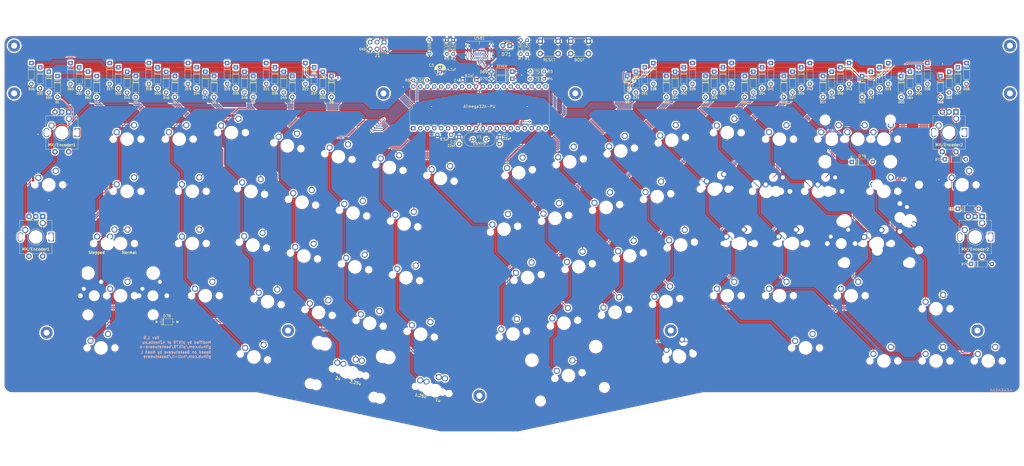
<source format=kicad_pcb>
(kicad_pcb (version 20240108) (generator "pcbnew") (generator_version "8.0")
  (layers (0 "F.Cu" signal) (31 "B.Cu" signal) (34 "B.Paste" user) (35 "F.Paste" user) (36 "B.SilkS" user "B.Silkscreen") (37 "F.SilkS" user "F.Silkscreen") (38 "B.Mask" user) (39 "F.Mask" user) (44 "Edge.Cuts" user))
  (net 0 "")
  (net 1 "Net-(U1-XTAL1)")
  (net 2 "GND")
  (net 3 "Net-(U1-XTAL2)")
  (net 4 "+5V")
  (net 5 "Net-(D1-A)")
  (net 6 "ROW0")
  (net 7 "Net-(D2-A)")
  (net 8 "Net-(D3-A)")
  (net 9 "Net-(D4-A)")
  (net 10 "Net-(D5-A)")
  (net 11 "Net-(D6-A)")
  (net 12 "Net-(D7-A)")
  (net 13 "Net-(D8-A)")
  (net 14 "Net-(D9-A)")
  (net 15 "Net-(D10-A)")
  (net 16 "Net-(D11-A)")
  (net 17 "Net-(D12-A)")
  (net 18 "Net-(D13-A)")
  (net 19 "Net-(D14-A)")
  (net 20 "Net-(D15-A)")
  (net 21 "Net-(D16-A)")
  (net 22 "ROW1")
  (net 23 "Net-(D17-A)")
  (net 24 "Net-(D18-A)")
  (net 25 "Net-(D19-A)")
  (net 26 "Net-(D20-A)")
  (net 27 "Net-(D21-A)")
  (net 28 "Net-(D22-A)")
  (net 29 "Net-(D23-A)")
  (net 30 "Net-(D24-A)")
  (net 31 "Net-(D25-A)")
  (net 32 "Net-(D26-A)")
  (net 33 "Net-(D27-A)")
  (net 34 "Net-(D28-A)")
  (net 35 "Net-(D29-A)")
  (net 36 "Net-(D30-A)")
  (net 37 "ROW2")
  (net 38 "Net-(D31-A)")
  (net 39 "Net-(D32-A)")
  (net 40 "Net-(D33-A)")
  (net 41 "Net-(D34-A)")
  (net 42 "Net-(D35-A)")
  (net 43 "Net-(D36-A)")
  (net 44 "Net-(D37-A)")
  (net 45 "Net-(D38-A)")
  (net 46 "Net-(D39-A)")
  (net 47 "Net-(D40-A)")
  (net 48 "Net-(D41-A)")
  (net 49 "Net-(D42-A)")
  (net 50 "Net-(D43-A)")
  (net 51 "ROW3")
  (net 52 "Net-(D44-A)")
  (net 53 "Net-(D45-A)")
  (net 54 "Net-(D46-A)")
  (net 55 "Net-(D47-A)")
  (net 56 "Net-(D48-A)")
  (net 57 "Net-(D49-A)")
  (net 58 "Net-(D50-A)")
  (net 59 "Net-(D51-A)")
  (net 60 "Net-(D52-A)")
  (net 61 "Net-(D53-A)")
  (net 62 "Net-(D54-A)")
  (net 63 "Net-(D55-A)")
  (net 64 "Net-(D56-A)")
  (net 65 "Net-(D57-A)")
  (net 66 "ROW4")
  (net 67 "Net-(D58-A)")
  (net 68 "Net-(D59-A)")
  (net 69 "Net-(D60-A)")
  (net 70 "Net-(D61-A)")
  (net 71 "Net-(D62-A)")
  (net 72 "Net-(D63-A)")
  (net 73 "Net-(D64-A)")
  (net 74 "Net-(D65-A)")
  (net 75 "VCC")
  (net 76 "reset")
  (net 77 "MOSI")
  (net 78 "SCK")
  (net 79 "MISO")
  (net 80 "COL0")
  (net 81 "COL1")
  (net 82 "COL2")
  (net 83 "COL3")
  (net 84 "COL4")
  (net 85 "COL5")
  (net 86 "COL6")
  (net 87 "COL7")
  (net 88 "COL8")
  (net 89 "COL9")
  (net 90 "COL10")
  (net 91 "COL11")
  (net 92 "COL12")
  (net 93 "COL13")
  (net 94 "COL14")
  (net 95 "D-")
  (net 96 "D+")
  (net 97 "boot")
  (net 98 "Net-(D66-A)")
  (net 99 "Net-(D67-A)")
  (net 100 "Net-(D68-A)")
  (net 101 "Net-(D69-K)")
  (net 102 "Net-(D70-K)")
  (net 103 "Net-(D71-K)")
  (net 104 "Net-(D72-A)")
  (net 105 "COL15")
  (net 106 "EN_A1")
  (net 107 "EN_A2")
  (net 108 "EN_B2")
  (net 109 "EN_B1")
  (net 110 "Net-(D73-A)")
  (net 111 "Net-(D74-A)")
  (net 112 "Net-(D76-A)")
  (net 113 "Net-(D78-A)")
  (net 168 "Net-(USB1-CC1)")
  (net 169 "Net-(USB1-CC2)")
  (footprint "Diode_THT:D_DO-35_SOD27_P7.62mm_Horizontal" (layer "F.Cu") (at 56.35625 93.6625 -90)
    (property "Reference" "D62")
    (property "Value" "D_Small")
  )
  (footprint "Diode_THT:D_DO-35_SOD27_P7.62mm_Horizontal" (layer "F.Cu") (at 373.85625 92.075 -90)
    (property "Reference" "D67")
    (property "Value" "D_Small")
  )
  (footprint "Diode_THT:D_DO-35_SOD27_P7.62mm_Horizontal" (layer "F.Cu") (at 367.51125 95.2525 -90)
    (property "Reference" "D68")
    (property "Value" "D_Small")
  )
  (footprint "Diode_THT:D_DO-35_SOD27_P7.62mm_Horizontal" (layer "F.Cu") (at 370.67625 93.66 -90)
    (property "Reference" "D66")
    (property "Value" "D_Small")
  )
  (footprint "Diode_THT:D_DO-35_SOD27_P7.62mm_Horizontal" (layer "F.Cu") (at 353.21875 95.25 -90)
    (property "Reference" "D63")
    (property "Value" "D_Small")
  )
  (footprint "Diode_THT:D_DO-35_SOD27_P7.62mm_Horizontal" (layer "F.Cu") (at 356.39375 93.6625 -90)
    (property "Reference" "D64")
    (property "Value" "D_Small")
  )
  (footprint "Diode_THT:D_DO-35_SOD27_P7.62mm_Horizontal" (layer "F.Cu") (at 127.79375 93.6625 -90)
    (property "Reference" "D49")
    (property "Value" "D_Small")
  )
  (footprint "MX_Only:MXOnly-1.5U-NoLED" (layer "F.Cu") (at 70.64375 137.31875)
    (property "Reference" "MX17")
    (property "Value" "MX-NoLED")
  )
  (footprint "Diode_THT:D_DO-35_SOD27_P7.62mm_Horizontal" (layer "F.Cu") (at 53.18125 92.075 -90)
    (property "Reference" "D61")
    (property "Value" "D_Small")
  )
  (footprint "Diode_THT:D_DO-35_SOD27_P7.62mm_Horizontal" (layer "F.Cu") (at 359.56875 92.075 -90)
    (property "Reference" "D65")
    (property "Value" "D_Small")
  )
  (footprint "Diode_THT:D_DO-35_SOD27_P7.62mm_Horizontal" (layer "F.Cu") (at 73.81875 95.25 -90)
    (property "Reference" "D3")
    (property "Value" "D_Small")
  )
  (footprint "MX_Only:MXOnly-1U-NoLED" (layer "F.Cu") (at 147.76685 124.656313 -12)
    (property "Reference" "MX6")
    (property "Value" "MX-NoLED")
  )
  (footprint "Diode_THT:D_DO-35_SOD27_P7.62mm_Horizontal" (layer "F.Cu") (at 45.24375 95.25 -90)
    (property "Reference" "D1")
    (property "Value" "D_Small")
  )
  (footprint "MX_Only:MXOnly-1U-NoLED" (layer "F.Cu") (at 250.848661 122.59725 12)
    (property "Reference" "MX11")
    (property "Value" "MX-NoLED")
  )
  (footprint "MX_Only:MXOnly-1.5U-NoLED" (layer "F.Cu") (at 271.763264 196.872997 12)
    (property "Reference" "MX65")
    (property "Value" "MX-NoLED")
  )
  (footprint "MX_Only:MXOnly-1U-NoLED" (layer "F.Cu") (at 346.86875 199.23125)
    (property "Reference" "MX67")
    (property "Value" "MX-NoLED")
  )
  (footprint "Diode_THT:D_DO-35_SOD27_P7.62mm_Horizontal" (layer "F.Cu") (at 59.53125 95.25 -90)
    (property "Reference" "D2")
    (property "Value" "D_Small")
  )
  (footprint "MX_Only:MXOnly-1U-NoLED" (layer "F.Cu") (at 365.91875 199.23125)
    (property "Reference" "MX68")
    (property "Value" "MX-NoLED")
  )
  (footprint "Button_Switch_THT:SW_PUSH_6mm" (layer "F.Cu") (at 232.56875 82.55)
    (property "Reference" "SW1" (hide yes))
    (property "Value" "BOOT")
  )
  (footprint "MX_Only:MXOnly-1.25U-NoLED" (layer "F.Cu") (at 63.5 156.36875)
    (property "Reference" "MX32")
    (property "Value" "MX-NoLED")
  )
  (footprint "Diode_THT:D_DO-35_SOD27_P7.62mm_Horizontal" (layer "F.Cu") (at 342.10625 93.6625 -90)
    (property "Reference" "D57")
    (property "Value" "D_Small")
  )
  (footprint "Diode_THT:D_DO-35_SOD27_P7.62mm_Horizontal" (layer "F.Cu") (at 42.06875 93.6625 -90)
    (property "Reference" "D59")
    (property "Value" "D_Small")
  )
  (footprint "Diode_THT:D_DO-35_SOD27_P7.62mm_Horizontal" (layer "F.Cu") (at 316.70625 92.075 -90)
    (property "Reference" "D55")
    (property "Value" "D_Small")
  )
  (footprint "Diode_THT:D_DO-35_SOD27_P7.62mm_Horizontal" (layer "F.Cu") (at 305.59375 90.4875 -90)
    (property "Reference" "D41")
    (property "Value" "D_Small")
  )
  (footprint "Diode_THT:D_DO-35_SOD27_P7.62mm_Horizontal" (layer "F.Cu") (at 319.88125 90.4875 -90)
    (property "Reference" "D42")
    (property "Value" "D_Small")
  )
  (footprint "Diode_THT:D_DO-35_SOD27_P7.62mm_Horizontal" (layer "F.Cu") (at 288.13125 92.075 -90)
    (property "Reference" "D53")
    (property "Value" "D_Small")
  )
  (footprint "Diode_THT:D_DO-35_SOD27_P7.62mm_Horizontal" (layer "F.Cu") (at 302.41875 92.075 -90)
    (property "Reference" "D54")
    (property "Value" "D_Small")
  )
  (footprint "Diode_THT:D_DO-35_SOD27_P7.62mm_Horizontal" (layer "F.Cu") (at 377.03125 90.4875 -90)
    (property "Reference" "D58")
    (property "Value" "D_Small")
  )
  (footprint "Diode_THT:D_DO-35_SOD27_P7.62mm_Horizontal" (layer "F.Cu") (at 330.99375 92.075 -90)
    (property "Reference" "D56")
    (property "Value" "D_Small")
  )
  (footprint "Diode_THT:D_DO-35_SOD27_P7.62mm_Horizontal" (layer "F.Cu") (at 99.21875 93.6625 -90)
    (property "Reference" "D47")
    (property "Value" "D_Small")
  )
  (footprint "Diode_THT:D_DO-35_SOD27_P7.62mm_Horizontal" (layer "F.Cu") (at 345.28125 92.075 -90)
    (property "Reference" "D44")
    (property "Value" "D_Small")
  )
  (footprint "Diode_THT:D_DO-35_SOD27_P7.62mm_Horizontal" (layer "F.Cu") (at 70.64375 93.6625 -90)
    (property "Reference" "D45")
    (property "Value" "D_Small")
  )
  (footprint "Diode_THT:D_DO-35_SOD27_P7.62mm_Horizontal" (layer "F.Cu") (at 142.08125 93.6625 -90)
    (property "Reference" "D50")
    (property "Value" "D_Small")
  )
  (footprint "Diode_THT:D_DO-35_SOD27_P7.62mm_Horizontal" (layer "F.Cu") (at 273.84375 92.075 -90)
    (property "Reference" "D52")
    (property "Value" "D_Small")
  )
  (footprint "Diode_THT:D_DO-35_SOD27_P7.62mm_Horizontal" (layer "F.Cu") (at 84.93125 93.6625 -90)
    (property "Reference" "D46")
    (property "Value" "D_Small")
  )
  (footprint "Diode_THT:D_DO-35_SOD27_P7.62mm_Horizontal" (layer "F.Cu") (at 50.00625 90.4875 -90)
    (property "Reference" "D60")
    (property "Value" "D_Small")
  )
  (footprint "Diode_THT:D_DO-35_SOD27_P7.62mm_Horizontal" (layer "F.Cu") (at 334.16875 90.4875 -90)
    (property "Reference" "D43")
    (property "Value" "D_Small")
  )
  (footprint "Diode_THT:D_DO-35_SOD27_P7.62mm_Horizontal" (layer "F.Cu") (at 113.50625 93.6625 -90)
    (property "Reference" "D48")
    (property "Value" "D_Small")
  )
  (footprint "MX_Only:MXOnly-1U-NoLED" (layer "F.Cu") (at 312.244532 156.391713)
    (property "Reference" "MX44")
    (property "Value" "MX-NoLED")
  )
  (footprint "MX_Only:MXOnly-1U-NoLED" (layer "F.Cu") (at 121.909413 177.58691 -12)
    (property "Reference" "MX48")
    (property "Value" "MX-NoLED")
  )
  (footprint "MX_Only:MXOnly-1U-NoLED" (layer "F.Cu") (at 365.91875 180.18125)
    (property "Reference" "MX59")
    (property "Value" "MX-NoLED")
  )
  (footprint "MX_Only:MXOnly-1U-NoLED" (layer "F.Cu") (at 289.71875 175.41875)
    (property "Reference" "MX56")
    (property "Value" "MX-NoLED")
  )
  (footprint "MX_Only:MXOnly-1U-NoLED" (layer "F.Cu") (at 140.543125 181.547628 -12)
    (property "Reference" "MX49")
    (property "Value" "MX-NoLED")
  )
  (footprint "MX_Only:MXOnly-1U-NoLED" (layer "F.Cu") (at 159.176837 185.508345 -12)
    (property "Reference" "MX50")
    (property "Value" "MX-NoLED")
  )
  (footprint "MX_Only:MXOnly-1U-NoLED" (layer "F.Cu") (at 248.75553 181.468924 12)
    (property "Reference" "MX54")
    (property "Value" "MX-NoLED")
  )
  (footprint "MX_Only:MXOnly-1U-NoLED" (layer "F.Cu") (at 177.810549 189.469063 -12)
    (property "Reference" "MX51")
    (property "Value" "MX-NoLED")
  )
  (footprint "MX_Only:MXOnly-1U-NoLED" (layer "F.Cu") (at 267.389242 177.508206 12)
    (property "Reference" "MX55")
    (property "Value" "MX-NoLED")
  )
  (footprint "MX_Only:MXOnly-1U-NoLED" (layer "F.Cu") (at 272.74538 156.894136 12)
    (property "Reference" "MX42")
    (property "Value" "MX-NoLED")
  )
  (footprint "MX_Only:MXOnly-1U-NoLED" (layer "F.Cu") (at 230.121818 185.429642 12)
    (property "Reference" "MX53")
    (property "Value" "MX-NoLED")
  )
  (footprint "MX_Only:MXOnly-2.25U-ReversedStabilizers-NoLED" (layer "F.Cu") (at 68.2625 175.41875)
    (property "Reference" "MX46")
    (property "Value" "MX-NoLED")
  )
  (footprint "MX_Only:MXOnly-2.25U-ReversedStabilizers-NoLED" (layer "F.Cu") (at 343.438946 156.550461)
    (property "Reference" "MX45")
    (property "Value" "MX-NoLED")
  )
  (footprint "MX_Only:MXOnly-1U-NoLED" (layer "F.Cu") (at 211.488106 189.390359 12)
    (property "Reference" "MX52")
    (property "Value" "MX-NoLED")
  )
  (footprint "MX_Only:MXOnly-1.5U-NoLED" (layer "F.Cu") (at 116.93525 197.773431 -12)
    (property "Reference" "MX61")
    (property "Value" "MX-NoLED")
  )
  (footprint "MX_Only:MXOnly-1U-NoLED" (layer "F.Cu") (at 293.194532 156.391713)
    (property "Reference" "MX43")
    (property "Value" "MX-NoLED")
  )
  (footprint "MX_Only:MXOnly-1.5U-NoLED" (layer "F.Cu") (at 61.11875 194.46875)
    (property "Reference" "MX60")
    (property "Value" "MX-NoLED")
  )
  (footprint "MX_Only:MXOnly-1U-NoLED" (layer "F.Cu") (at 326.53206 137.341697)
    (property "Reference" "MX29")
    (property "Value" "MX-NoLED")
  )
  (footprint "MX_Only:MXOnly-1U-NoLED" (layer "F.Cu") (at 216.844245 168.776289 12)
    (property "Reference" "MX39")
    (property "Value" "MX-NoLED")
  )
  (footprint "MX_Only:MXOnly-1.75U-NoLED" (layer "F.Cu") (at 334.9625 175.41875)
    (property "Reference" "MX58")
    (property "Value" "MX-NoLED")
  )
  (footprint "MX_Only:MXOnly-1U-NoLED" (layer "F.Cu") (at 308.76875 175.41875)
    (property "Reference" "MX57")
    (property "Value" "MX-NoLED")
  )
  (footprint "MX_Only:MXOnly-1.5U-NoLED" (layer "F.Cu") (at 318.29375 194.46875)
    (property "Reference" "MX66")
    (property "Value" "MX-NoLED")
  )
  (footprint "MX_Only:MXOnly-1U-NoLED" (layer "F.Cu") (at 213.581237 130.518686 12)
    (property "Reference" "MX9")
    (property "Value" "MX-NoLED")
  )
  (footprint "MX_Only:MXOnly-1U-NoLED" (layer "F.Cu") (at 185.034274 132.577748 -12)
    (property "Reference" "MX8")
    (property "Value" "MX-NoLED")
  )
  (footprint "MX_Only:MXOnly-1.75U-NoLED" (layer "F.Cu") (at 68.2625 156.36875)
    (property "Reference" "MX33")
    (property "Value" "MX-NoLED")
  )
  (footprint "MX_Only:MXOnly-1U-NoLED" (layer "F.Cu") (at 46.83125 115.8875)
    (property "Reference" "MX1")
    (property "Value" "MX-NoLED")
  )
  (footprint "MX_Only:MXOnly-1U-NoLED" (layer "F.Cu") (at 99.21875 175.41875)
    (property "Reference" "MX47")
    (property "Value" "MX-NoLED")
  )
  (footprint "MX_Only:MXOnly-1U-NoLED" (layer "F.Cu") (at 208.225099 151.132756 12)
    (property "Reference" "MX23")
    (property "Value" "MX-NoLED")
  )
  (footprint "Diode_THT:D_DO-35_SOD27_P7.62mm_Horizontal" (layer "F.Cu") (at 116.68125 95.25 -90)
    (property "Reference" "D6")
    (property "Value" "D_Small")
  )
  (footprint "MX_Only:MXOnly-1U-NoLED" (layer "F.Cu") (at 232.214949 126.557968 12)
    (property "Reference" "MX10")
    (property "Value" "MX-NoLED")
  )
  (footprint "MX_Only:MXOnly-1U-NoLED" (layer "F.Cu") (at 108.74375 115.8875)
    (property "Reference" "MX4")
    (property "Value" "MX-NoLED")
  )
  (footprint "Diode_THT:D_DO-35_SOD27_P7.62mm_Horizontal" (layer "F.Cu") (at 259.55625 92.075 -90)
    (property "Reference" "D51")
    (property "Value" "D_Small")
  )
  (footprint "MX_Only:MXOnly-1U-NoLED" (layer "F.Cu") (at 129.133139 120.695595 -12)
    (property "Reference" "MX5")
    (property "Value" "MX-NoLED")
  )
  (footprint "MX_Only:MXOnly-1.5U-NoLED" (layer "F.Cu") (at 346.86875 137.31875)
    (property "Reference" "MX30")
    (property "Value" "MX-NoLED")
  )
  (footprint "MX_Only:MXOnly-1U-NoLED" (layer "F.Cu") (at 269.482372 118.636533 12)
    (property "Reference" "MX12")
    (property "Value" "MX-NoLED")
  )
  (footprint "MX_Only:MXOnly-1U-NoLED" (layer "F.Cu") (at 286.050776 136.151071)
    (property "Reference" "MX27")
    (property "Value" "MX-NoLED")
  )
  (footprint "MX_Only:MXOnly-1U-NoLED" (layer "F.Cu") (at 70.64375 118.26875)
    (property "Reference" "MX2")
    (property "Value" "MX-NoLED")
  )
  (footprint "MX_Only:MXOnly-1U-NoLED" (layer "F.Cu") (at 384.96875 199.23125)
    (property "Reference" "MX69")
    (property "Value" "MX-NoLED")
  )
  (footprint "MX_Only:MXOnly-1U-NoLED" (layer "F.Cu") (at 289.71875 115.8875)
    (property "Reference" "MX13")
    (property "Value" "MX-NoLED")
  )
  (footprint "Diode_THT:D_DO-35_SOD27_P7.62mm_Horizontal" (layer "F.Cu") (at 313.53125 93.6625 -90)
    (property "Reference" "D27")
    (property "Value" "D_Small")
  )
  (footprint "Diode_THT:D_DO-35_SOD27_P7.62mm_Horizontal" (layer "F.Cu") (at 67.46875 92.075 -90)
    (property "Reference" "D32")
    (property "Value" "D_Small")
  )
  (footprint "Diode_THT:D_DO-35_SOD27_P7.62mm_Horizontal" (layer "F.Cu") (at 38.89375 92.075 -90)
    (property "Reference" "D31")
    (property "Value" "D_Small")
  )
  (footprint "Diode_THT:D_DO-35_SOD27_P7.62mm_Horizontal" (layer "F.Cu") (at 327.81875 93.6625 -90)
    (property "Reference" "D28")
    (property "Value" "D_Small")
  )
  (footprint "Diode_THT:D_DO-35_SOD27_P7.62mm_Horizontal" (layer "F.Cu") (at 362.74375 90.4875 -90)
    (property "Reference" "D30")
    (property "Value" "D_Small")
  )
  (footprint "Diode_THT:D_DO-35_SOD27_P7.62mm_Horizontal" (layer "F.Cu") (at 96.04375 92.075 -90)
    (property "Reference" "D34")
    (property "Value" "D_Small")
  )
  (footprint "Diode_THT:D_DO-35_SOD27_P7.62mm_Horizontal" (layer "F.Cu") (at 291.30625 90.4875 -90)
    (property "Reference" "D40")
    (property "Value" "D_Small")
  )
  (footprint "Diode_THT:D_DO-35_SOD27_P7.62mm_Horizontal" (layer "F.Cu") (at 138.90625 92.075 -90)
    (property "Reference" "D37")
    (property "Value" "D_Small")
  )
  (footprint "Diode_THT:D_DO-35_SOD27_P7.62mm_Horizontal" (layer "F.Cu") (at 277.01875 90.4875 -90)
    (property "Reference" "D39")
    (property "Value" "D_Small")
  )
  (footprint "Diode_THT:D_DO-35_SOD27_P7.62mm_Horizontal" (layer "F.Cu") (at 124.61875 92.075 -90)
    (property "Reference" "D36")
    (property "Value" "D_Small")
  )
  (footprint "Diode_THT:D_DO-35_SOD27_P7.62mm_Horizontal" (layer "F.Cu") (at 284.95625 93.6625 -90)
    (property "Reference" "D25")
    (property "Value" "D_Small")
  )
  (footprint "Diode_THT:D_DO-35_SOD27_P7.62mm_Horizontal" (layer "F.Cu") (at 299.24375 93.6625 -90)
    (property "Reference" "D26")
    (property "Value" "D_Small")
  )
  (footprint "Diode_THT:D_DO-35_SOD27_P7.62mm_Horizontal" (layer "F.Cu") (at 110.33125 92.075 -90)
    (property "Reference" "D35")
    (property "Value" "D_Small")
  )
  (footprint "Diode_THT:D_DO-35_SOD27_P7.62mm_Horizontal" (layer "F.Cu") (at 81.75625 92.075 -90)
    (property "Reference" "D33")
    (property "Value" "D_Small")
  )
  (footprint "Diode_THT:D_DO-35_SOD27_P7.62mm_Horizontal" (layer "F.Cu") (at 262.73125 90.4875 -90)
    (property "Reference" "D38")
    (property "Value" "D_Small")
  )
  (footprint "Diode_THT:D_DO-35_SOD27_P7.62mm_Horizontal" (layer "F.Cu") (at 256.38125 93.6625 -90)
    (property "Reference" "D23")
    (property "Value" "D_Small")
  )
  (footprint "Diode_THT:D_DO-35_SOD27_P7.62mm_Horizontal" (layer "F.Cu") (at 270.66875 93.6625 -90)
    (property "Reference" "D24")
    (property "Value" "D_Small")
  )
  (footprint "Diode_THT:D_DO-35_SOD27_P7.62mm_Horizontal" (layer "F.Cu") (at 338.93125 95.25 -90)
    (property "Reference" "D29")
    (property "Value" "D_Small")
  )
  (footprint "MX_Only:MXOnly-1U-NoLED" (layer "F.Cu") (at 307.482044 137.341697)
    (property "Reference" "MX28")
    (property "Value" "MX-NoLED")
  )
  (footprint "MX_Only:MXOnly-1U-NoLED" (layer "F.Cu") (at 89.69375 118.26875)
    (property "Reference" "MX3")
    (property "Value" "MX-NoLED")
  )
  (footprint "MX_Only:MXOnly-1U-NoLED" (layer "F.Cu") (at 308.76875 118.26875)
    (property "Reference" "MX14")
    (property "Value" "MX-NoLED")
  )
  (footprint "MX_Only:MXOnly-1U-NoLED" (layer "F.Cu") (at 171.7567 149.231101 -12)
    (property "Reference" "MX22")
    (property "Value" "MX-NoLED")
  )
  (footprint "MX_Only:MXOnly-1U-NoLED" (layer "F.Cu") (at 226.858811 147.172039 12)
    (property "Reference" "MX24")
    (property "Value" "MX-NoLED")
  )
  (footprint "MX_Only:MXOnly-1U-NoLED" (layer "F.Cu") (at 172.454411 168.854992 -12)
    (property "Reference" "MX38")
    (property "Value" "MX-NoLED")
  )
  (footprint "Connector_PinHeader_2.54mm:PinHeader_2x03_P2.54mm_Vertical" (layer "F.Cu") (at 164.43325 82.847511 -90)
    (property "Reference" "J1")
    (property "Value" "AVR-ISP-6")
  )
  (footprint "MX_Only:MXOnly-1U-NoLED" (layer "F.Cu") (at 94.45625 137.31875)
    (property "Reference" "MX18")
    (property "Value" "MX-NoLED")
  )
  (footprint "MX_Only:MXOnly-1U-NoLED" (layer "F.Cu") (at 153.820699 164.894275 -12)
    (property "Reference" "MX37")
    (property "Value" "MX-NoLED")
  )
  (footprint "MX_Only:MXOnly-1U-NoLED" (layer "F.Cu") (at 116.553275 156.972839 -12)
    (property "Reference" "MX35")
    (property "Value" "MX-NoLED")
  )
  (footprint "basketweave:polyfuse_5.1mm" (layer "F.Cu") (at 180.975 84.56025 90)
    (property "Reference" "F1")
    (property "Value" "500mA")
  )
  (footprint "MX_Only:MXOnly-1U-NoLED" (layer "F.Cu") (at 235.477956 164.815571 12)
    (property "Reference" "MX40")
    (property "Value" "MX-NoLED")
  )
  (footprint "MX_Only:MXOnly-1U-NoLED" (layer "F.Cu") (at 94.45625 156.36875)
    (property "Reference" "MX34")
    (property "Value" "MX-NoLED")
  )
  (footprint "MX_Only:MXOnly-1U-NoLED" (layer "F.Cu") (at 134.489277 141.309666 -12)
    (property "Reference" "MX20")
    (property "Value" "MX-NoLED")
  )
  (footprint "MX_Only:MXOnly-1U-NoLED" (layer "F.Cu") (at 153.122989 145.270383 -12)
    (property "Reference" "MX21")
    (property "Value" "MX-NoLED")
  )
  (footprint "MX_Only:MXOnly-1U-NoLED" (layer "F.Cu") (at 245.492522 143.211321 12)
    (property "Reference" "MX25")
    (property "Value" "MX-NoLED")
  )
  (footprint "MX_Only:MXOnly-1U-NoLED" (layer "F.Cu") (at 264.126234 139.250603 12)
    (property "Reference" "MX26")
    (property "Value" "MX-NoLED")
  )
  (footprint "MX_Only:MXOnly-1U-NoLED" (layer "F.Cu") (at 115.855565 137.348948 -12)
    (property "Reference" "MX19")
    (property "Value" "MX-NoLED")
  )
  (footprint "MX_Only:MXOnly-1U-NoLED" (layer "F.Cu") (at 254.111668 160.854853 12)
    (property "Reference" "MX41")
    (property "Value" "MX-NoLED")
  )
  (footprint "MX_Only:MXOnly-1U-NoLED" (layer "F.Cu") (at 135.186987 160.933557 -12)
    (property "Reference" "MX36")
    (property "Value" "MX-NoLED")
  )
  (footprint "Diode_THT:D_DO-35_SOD27_P7.62mm_Horizontal" (layer "F.Cu") (at 135.73125 90.4875 -90)
    (property "Reference" "D22")
    (property "Value" "D_Small")
  )
  (footprint "Diode_THT:D_DO-35_SOD27_P7.62mm_Horizontal" (layer "F.Cu") (at 348.45625 90.4875 -90)
    (property "Reference" "D15")
    (property "Value" "D_Small")
  )
  (footprint "Diode_THT:D_DO-35_SOD27_P7.62mm_Horizontal" (layer "F.Cu") (at 296.06875 95.25 -90)
    (property "Reference" "D12")
    (property "Value" "D_Small")
  )
  (footprint "Diode_THT:D_DO-35_SOD27_P7.62mm_Horizontal" (layer "F.Cu") (at 310.35625 95.25 -90)
    (property "Reference" "D13")
    (property "Value" "D_Small")
  )
  (footprint "Diode_THT:D_DO-35_SOD27_P7.62mm_Horizontal" (layer "F.Cu") (at 267.49375 95.25 -90)
    (property "Reference" "D10")
    (property "Value" "D_Small")
  )
  (footprint "Diode_THT:D_DO-35_SOD27_P7.62mm_Horizontal" (layer "F.Cu") (at 107.15625 90.4875 -90)
    (property "Reference" "D20")
    (property "Value" "D_Small")
  )
  (footprint "Diode_THT:D_DO-35_SOD27_P7.62mm_Horizontal" (layer "F.Cu") (at 281.78125 95.25 -90)
    (property "Reference" "D11")
    (property "Value" "D_Small")
  )
  (footprint "Diode_THT:D_DO-35_SOD27_P7.62mm_Horizontal" (layer "F.Cu") (at 78.58125 90.4875 -90)
    (property "Reference" "D18")
    (property "Value" "D_Small")
  )
  (footprint "Diode_THT:D_DO-35_SOD27_P7.62mm_Horizontal" (layer "F.Cu") (at 88.10625 95.25 -90)
    (property "Reference" "D4")
    (property "Value" "D_Small")
  )
  (footprint "Diode_THT:D_DO-35_SOD27_P7.62mm_Horizontal" (layer "F.Cu") (at 35.71875 90.4875 -90)
    (property "Reference" "D16")
    (property "Value" "D_Small")
  )
  (footprint "Diode_THT:D_DO-35_SOD27_P7.62mm_Horizontal" (layer "F.Cu") (at 324.64375 95.25 -90)
    (property "Reference" "D14")
    (property "Value" "D_Small")
  )
  (footprint "Diode_THT:D_DO-35_SOD27_P7.62mm_Horizontal" (layer "F.Cu") (at 64.29375 90.4875 -90)
    (property "Reference" "D17")
    (property "Value" "D_Small")
  )
  (footprint "Diode_THT:D_DO-35_SOD27_P7.62mm_Horizontal" (layer "F.Cu") (at 145.25625 95.25 -90)
    (property "Reference" "D8")
    (property "Value" "D_Small")
  )
  (footprint "Diode_THT:D_DO-35_SOD27_P7.62mm_Horizontal" (layer "F.Cu") (at 121.44375 90.4875 -90)
    (property "Reference" "D21")
    (property "Value" "D_Small")
  )
  (footprint "Diode_THT:D_DO-35_SOD27_P7.62mm_Horizontal" (layer "F.Cu") (at 102.39375 95.25 -90)
    (property "Reference" "D5")
    (property "Value" "D_Small")
  )
  (footprint "Diode_THT:D_DO-35_SOD27_P7.62mm_Horizontal" (layer "F.Cu") (at 130.96875 95.25 -90)
    (property "Reference" "D7")
    (property "Value" "D_Small")
  )
  (footprint "Diode_THT:D_DO-35_SOD27_P7.62mm_Horizontal" (layer "F.Cu") (at 253.20625 95.25 -90)
    (property "Reference" "D9")
    (property "Value" "D_Small")
  )
  (footprint "Diode_THT:D_DO-35_SOD27_P7.62mm_Horizontal" (layer "F.Cu") (at 92.86875 90.4875 -90)
    (property "Reference" "D19")
    (property "Value" "D_Small")
  )
  (footprint "MountingHole:MountingHole_2.2mm_M2_Pad" (layer "F.Cu") (at 29.4025 84.1675)
    (property "Reference" "H1" (hide yes))
    (property "Value" "MountingHole")
  )
  (footprint "MountingHole:MountingHole_2.2mm_M2_Pad" (layer "F.Cu") (at 29.4025 101.56375)
    (property "Reference" "H2" (hide yes))
    (property "Value" "MountingHole")
  )
  (footprint "MountingHole:MountingHole_2.2mm_M2_Pad" (layer "F.Cu") (at 392.8725 84.1675)
    (property "Reference" "H3" (hide yes))
    (property "Value" "MountingHole")
  )
  (footprint "MountingHole:MountingHole_2.2mm_M2_Pad" (layer "F.Cu") (at 392.8725 101.56375)
    (property "Reference" "H4" (hide yes))
    (property "Value" "MountingHole")
  )
  (footprint "MountingHole:MountingHole_2.2mm_M2_Pad" (layer "F.Cu") (at 164.22625 101.56375)
    (property "Reference" "H5" (hide yes))
    (property "Value" "MountingHole")
  )
  (footprint "MountingHole:MountingHole_2.2mm_M2_Pad" (layer "F.Cu") (at 234.23625 101.56375)
    (property "Reference" "H6" (hide yes))
    (property "Value" "MountingHole")
  )
  (footprint "MountingHole:MountingHole_2.2mm_M2_Pad" (layer "F.Cu") (at 199.23125 211.93125)
    (property "Reference" "H7" (hide yes))
    (property "Value" "MountingHole")
  )
  (footprint "MountingHole:MountingHole_2.2mm_M2_Pad" (layer "F.Cu") (at 381 188.11875)
    (property "Reference" "H9" (hide yes))
    (property "Value" "MountingHole")
  )
  (footprint "MX_Only:MXOnly-2.75U-ReversedStabilizers-NoLED" (layer "F.Cu") (at 231.753322 204.558443 12)
    (property "Reference" "MX64")
    (property "Value" "MX-NoLED")
  )
  (footprint "Package_DIP:DIP-40_W15.24mm" (layer "F.Cu") (at 175.133 114.3 90)
    (property "Reference" "U1" (hide yes))
    (property "Value" "ATmega32A-PU")
  )
  (footprint "Crystal:Crystal_HC49-4H_Vertical" (layer "F.Cu") (at 201.7395 118.33225 180)
    (property "Reference" "Y1")
    (property "Value" "16Mhz")
  )
  (footprint "Capacitor_THT:C_Disc_D3.0mm_W2.0mm_P2.50mm" (layer "F.Cu") (at 191.8335 117.475 -90)
    (property "Reference" "C2")
    (property "Value" "22pF")
  )
  (footprint "Capacitor_THT:C_Disc_D4.3mm_W1.9mm_P5.00mm" (layer "F.Cu") (at 188.9125 116.68125 180)
    (property "Reference" "C3")
    (property "Value" "0.1uF")
  )
  (footprint "Capacitor_THT:C_Disc_D4.3mm_W1.9mm_P5.00mm" (layer "F.Cu") (at 198.12 96.74225 180)
    (property "Reference" "C4")
    (property "Value" "0.1uF")
  )
  (footprint "Resistor_THT:R_Axial_DIN0204_L3.6mm_D1.6mm_P5.08mm_Horizontal" (layer "F.Cu") (at 189.70625 82.069 -90)
    (property "Reference" "R2")
    (property "Value" "5.1K")
  )
  (footprint "Resistor_THT:R_Axial_DIN0204_L3.6mm_D1.6mm_P5.08mm_Horizontal" (layer "F.Cu") (at 187.325 82.069 -90)
    (property "Reference" "R5")
    (property "Value" "5.1K")
  )
  (footprint "Resistor_THT:R_Axial_DIN0204_L3.6mm_D1.6mm_P5.08mm_Horizontal" (layer "F.Cu") (at 222.885 93.599 180)
    (property "Reference" "R3")
    (property "Value" "75")
  )
  (footprint "Resistor_THT:R_Axial_DIN0204_L3.6mm_D1.6mm_P5.08mm_Horizontal" (layer "F.Cu") (at 222.885 96.23425 180)
    (property "Reference" "R4")
    (property "Value" "75")
  )
  (footprint "Resistor_THT:R_Axial_DIN0204_L3.6mm_D1.6mm_P5.08mm_Horizontal" (layer "F.Cu") (at 180.18125 96.8375 180)
    (property "Reference" "R6")
    (property "Value" "10K")
  )
  (footprint "Diode_THT:D_DO-35_SOD27_P7.62mm_Horizontal" (layer "F.Cu") (at 211.2645 93.63075 180)
    (property "Reference" "D69")
    (property "Value" "3.6V")
  )
  (footprint "Diode_THT:D_DO-35_SOD27_P7.62mm_Horizontal" (layer "F.Cu") (at 211.2645 96.23425 180)
    (property "Reference" "D70")
    (property "Value" "3.6V")
  )
  (footprint "Resistor_THT:R_Axial_DIN0204_L3.6mm_D1.6mm_P5.08mm_Horizontal" (layer "F.Cu") (at 216.69375 82.13725 -90)
    (property "Reference" "R1")
    (property "Value" "1.5K")
  )
  (footprint "Resistor_THT:R_Axial_DIN0204_L3.6mm_D1.6mm_P5.08mm_Horizontal" (layer "F.Cu") (at 214.3125 87.21725 90)
    (property "Reference" "R7")
    (property "Value" "1.5K")
  )
  (footprint "LED_THT:LED_D3.0mm_Clear" (layer "F.Cu") (at 210.34375 84.1375 180)
    (property "Reference" "D71")
    (property "Value" "LED")
  )
  (footprint "MX_Only:MXOnly-1U-NoLED" (layer "F.Cu") (at 166.400562 128.617031 -12)
    (property "Reference" "MX7")
    (property "Value" "MX-NoLED")
  )
  (footprint "Capacitor_THT:C_Disc_D3.0mm_W2.0mm_P2.50mm" (layer "F.Cu") (at 206.6925 117.57025 -90)
    (property "Reference" "C1")
    (property "Value" "22pF")
  )
  (footprint "Capacitor_THT:CP_Radial_D4.0mm_P1.50mm" (layer "F.Cu") (at 184.94375 93.6625 90)
    (property "Reference" "C5")
    (property "Value" "4.7uF")
  )
  (footprint "MountingHole:MountingHole_2.2mm_M2_Pad" (layer "F.Cu") (at 129.38125 188.11875)
    (property "Reference" "H11" (hide yes))
    (property "Value" "MountingHole")
  )
  (footprint "MountingHole:MountingHole_2.2mm_M2_Pad" (layer "F.Cu") (at 269.08125 188.11875)
    (property "Reference" "H13" (hide yes))
    (property "Value" "MountingHole")
  )
  (footprint "MountingHole:MountingHole_2.2mm_M2_Pad" (layer "F.Cu") (at 41.275 188.9125)
    (property "Reference" "H8" (hide yes))
    (property "Value" "MountingHole")
  )
  (footprint "MX_Only:MXOnly-2U-NoLED" (layer "F.Cu") (at 337.34375 118.26875)
    (property "Reference" "MX15")
    (property "Value" "MX-NoLED")
  )
  (footprint "Diode_THT:D_DO-35_SOD27_P7.62mm_Horizontal" (layer "F.Cu") (at 378.714 163.83)
    (property "Reference" "D74")
    (property "Value" "D_Small")
  )
  (footprint "MX_Only:MXOnly-1U-NoLED" (layer "F.Cu") (at 380.20625 153.9875)
    (property "Reference" "MX74")
    (property "Value" "MX-NoLED")
  )
  (footprint "MX_Only:MXOnly-1U-NoLED" (layer "F.Cu") (at 370.68125 115.8875)
    (property "Reference" "MX72")
    (property "Value" "MX-NoLED")
  )
  (footprint "Diode_THT:D_DO-35_SOD27_P7.62mm_Horizontal" (layer "F.Cu") (at 373.888 143.7005)
    (property "Reference" "D73")
    (property "Value" "D_Small")
  )
  (footprint "basketweave:RotaryEncoder_Alps_EC11E-Switch_Vertical_H20mm-for-MX" (layer "F.Cu") (at 39.8272 146.5072 -90)
    (property "Reference" "SW3")
    (property "Value" "Rotary_Encoder_Switch")
  )
  (footprint "MX_Only:MXOnly-1U-NoLED" (layer "F.Cu") (at 42.06875 134.9375)
    (property "Reference" "MX16")
    (property "Value" "MX-NoLED")
  )
  (footprint "MX_Only:MXOnly-1U-NoLED" (layer "F.Cu") (at 37.30625 153.9875)
    (property "Reference" "MX75")
    (property "Value" "MX-NoLED")
  )
  (footprint "basketweave:USB_C_GCT_USB4085" (layer "F.Cu") (at 199.23125 82.55 180)
    (property "Reference" "USB1")
    (property "Value" "GCT-USB-4085-GF-A")
  )
  (footprint "MX_Only:MXOnly-1U-NoLED" (layer "F.Cu") (at 183.134 210.058 -12)
    (property "Reference" "MX71")
    (property "Value" "MX-NoLED")
  )
  (footprint "MX_Only:MXOnly-1.25U-NoLED" (layer "F.Cu") (at 180.837473 209.588044 -12)
    (property "Reference" "MX63")
    (property "Value" "MX-NoLED")
  )
  (footprint "MX_Only:MXOnly-2U-ReversedStabilizers-NoLED" (layer "F.Cu") (at 150.557691 203.151878 -12)
    (property "Reference" "MX62")
    (property "Value" "MX-NoLED")
  )
  (footprint "MX_Only:MXOnly-2.25U-ReversedStabilizers-NoLED" (layer "F.Cu") (at 152.781 203.581 -12)
    (property "Reference" "MX70")
    (property "Value" "MX-NoLED")
  )
  (footprint "basketweave:pattern_left" (layer "F.Cu") (at 39.7225 86.5475)
    (property "Reference" "PATTERN1" (hide yes))
    (property "Value" "Pattern_Left" (hide yes))
  )
  (footprint "basketweave:pattern_right" (layer "F.Cu") (at 253.2425 86.5475)
    (property "Reference" "PATTERN2" (hide yes))
    (property "Value" "Pattern_Right" (hide yes))
  )
  (footprint "basketweave:RotaryEncoder_Alps_EC11E-Switch_Vertical_H20mm-for-MX" (layer "F.Cu") (at 382.72625 146.5075 -90)
    (property "Reference" "SW4")
    (property "Value" "Rotary_Encoder_Switch")
  )
  (footprint "MX_Only:MXOnly-1U-NoLED" (layer "F.Cu") (at 375.44375 134.9375)
    (property "Reference" "MX73")
    (property "Value" "MX-NoLED")
  )
  (footprint "Button_Switch_THT:SW_PUSH_6mm" (layer "F.Cu") (at 221.45625 82.55)
    (property "Reference" "SW2" (hide yes))
    (property "Value" "RESET")
  )
  (footprint "basketweave:RotaryEncoder_Alps_EC11E-Switch_Vertical_H20mm-for-MX" (layer "F.Cu") (at 49.3268 108.3818 -90)
    (property "Reference" "SW5")
    (property "Value" "Rotary_Encoder_Switch")
  )
  (footprint "basketweave:RotaryEncoder_Alps_EC11E-Switch_Vertical_H20mm-for-MX" (layer "F.Cu") (at 373.1768 108.3564 -90)
    (property "Reference" "SW6")
    (property "Value" "Rotary_Encoder_Switch")
  )
  (footprint "Diode_THT:D_DO-35_SOD27_P7.62mm_Horizontal" (layer "F.Cu") (at 369.1255 125.603)
    (property "Reference" "D72")
    (property "Value" "D_Small")
  )
  (footprint "MX_Only:MXOnly-1U-NoLED" (layer "F.Cu") (at 327.81875 118.26875)
    (property "Reference" "MX31")
    (property "Value" "MX-NoLED")
  )
  (footprint "MX_Only:MXOnly-1U-NoLED" (layer "F.Cu") (at 346.86875 118.26875)
    (property "Reference" "MX76")
    (property "Value" "MX-NoLED")
  )
  (footprint "Diode_THT:D_DO-35_SOD27_P7.62mm_Horizontal" (layer "F.Cu") (at 335.153 126.619)
    (property "Reference" "D76")
    (property "Value" "D_Small")
  )
  (footprint "MX_Only:MXOnly-ISO-ROTATED-ReversedStabilizers-NoLED" (layer "F.Cu") (at 352.725832 146.866713)
    (property "Reference" "MX79")
    (property "Value" "MX-NoLED")
  )
  (footprint "MX_Only:MXOnly-1U-NoLED" (layer "F.Cu") (at 331.294532 156.391713)
    (property "Reference" "MX80")
    (property "Value" "MX-NoLED")
  )
  (footprint "Diode_THT:D_DO-35_SOD27_P7.62mm_Horizontal" (layer "F.Cu") (at 81.382173 184.966737)
    (property "Reference" "D78")
    (property "Value" "D_Small")
  )
  (footprint "MX_Only:MXOnly-1.25U-NoLED" (layer "F.Cu") (at 58.64121 175.441729)
    (property "Reference" "MX77")
    (property "Value" "MX-NoLED")
  )
  (footprint "MX_Only:MXOnly-1U-NoLED" (layer "F.Cu") (at 80.072478 175.441729)
    (property "Reference" "MX78")
    (property "Value" "MX-NoLED")
  )
  (gr_arc (start 25.4 83.34375) (mid 26.329936 81.098686) (end 28.575 80.16875) (stroke (width 0.05)) (layer "Edge.Cuts"))
  (gr_line (start 280.9875 211.1375) (end 213.51875 225.425) (stroke (width 0.05)) (layer "Edge.Cuts"))
  (gr_arc (start 393.7 80.16875) (mid 395.945064 81.098686) (end 396.875 83.34375) (stroke (width 0.05)) (layer "Edge.Cuts"))
  (gr_line (start 28.575 80.16875) (end 393.7 80.16875) (stroke (width 0.05)) (layer "Edge.Cuts"))
  (gr_line (start 393.7 211.1375) (end 280.9875 211.1375) (stroke (width 0.05)) (layer "Edge.Cuts"))
  (gr_arc (start 28.575 211.1375) (mid 26.329936 210.207564) (end 25.4 207.9625) (stroke (width 0.05)) (layer "Edge.Cuts"))
  (gr_line (start 25.4 83.34375) (end 25.4 207.9625) (stroke (width 0.05)) (layer "Edge.Cuts"))
  (gr_line (start 28.575 211.1375) (end 117.82425 211.1375) (stroke (width 0.05)) (layer "Edge.Cuts"))
  (gr_arc (start 396.875 207.9625) (mid 395.945064 210.207564) (end 393.7 211.1375) (stroke (width 0.05)) (layer "Edge.Cuts"))
  (gr_line (start 117.82425 211.1375) (end 184.94375 225.425) (stroke (width 0.05)) (layer "Edge.Cuts"))
  (gr_line (start 396.875 83.34375) (end 396.875 207.9625) (stroke (width 0.05)) (layer "Edge.Cuts"))
  (gr_line (start 184.94375 225.425) (end 213.51875 225.425) (stroke (width 0.05)) (layer "Edge.Cuts"))
  (gr_text "Modified by piit79 of 42keebs.eu\ngithub.com/piit79/basketweave-s" (at 101.4476 193.2432 0) (layer "B.SilkS") (effects (font (size 1 1) (thickness 0.2)) (justify left mirror)))
  (gr_text "Rev 1.9" (at 82.55 190.754 0) (layer "B.SilkS") (effects (font (size 1 1) (thickness 0.2)) (justify left mirror)))
  (gr_text "JLCJLCJLCJLC" (at 393.8651 209.8675 0) (layer "B.SilkS") (effects (font (size 0.8 0.8)) (justify left mirror)))
  (gr_text "Based on Basketweave by Noah L\ngithub.com/null-ll/basketweave" (at 101.4476 196.8246 0) (layer "B.SilkS") (effects (font (size 1 1) (thickness 0.2)) (justify left mirror)))
  (gr_text "GND" (at 156.55925 85.43925 0) (layer "F.SilkS") (effects (font (size 0.8 0.8))))
  (gr_text "2.25u" (at 153.9875 207.16875 -12) (layer "F.SilkS") (effects (font (size 1 1) (thickness 0.2))))
  (gr_text "1.25u" (at 177.8 211.93125 -12) (layer "F.SilkS") (effects (font (size 1 1) (thickness 0.2))))
  (gr_text "1u" (at 184.15 213.51875 -12) (layer "F.SilkS") (effects (font (size 1 1) (thickness 0.2))))
  (gr_text "MX/Encoder1" (at 37.338 158.4325 0) (layer "F.SilkS") (effects (font (size 1 1) (thickness 0.2))))
  (gr_text "Stepped" (at 59.53125 159.67075 0) (layer "F.SilkS") (effects (font (size 1 1) (thickness 0.2))))
  (gr_text "Normal" (at 71.4375 159.67075 0) (layer "F.SilkS") (effects (font (size 1 1) (thickness 0.2))))
  (gr_text "MX/Encoder2\n" (at 380.238 158.4579 0) (layer "F.SilkS") (effects (font (size 1 1) (thickness 0.2))))
  (gr_text "MX/Encoder1" (at 46.7995 120.3579 0) (layer "F.SilkS") (effects (font (size 1 1) (thickness 0.2))))
  (gr_text "ZENER" (at 207.391 91.694 0) (layer "F.SilkS") (effects (font (size 0.8 0.8))))
  (gr_text "2u" (at 147.6375 205.58125 -12) (layer "F.SilkS") (effects (font (size 1 1) (thickness 0.2))))
  (gr_text "MX/Encoder2" (at 370.6876 120.3325 0) (layer "F.SilkS") (effects (font (size 1 1) (thickness 0.2))))
  (segment (start 100.0125 184.15) (end 132.55625 184.15) (width 0.254) (layer "F.Cu") (net 0))
  (segment (start 61.501928 179.27323) (end 95.135731 179.27323) (width 0.254) (layer "F.Cu") (net 0))
  (segment (start 56.35625 101.2825) (end 56.35625 102.39375) (width 0.254) (layer "F.Cu") (net 0))
  (segment (start 53.975 171.746302) (end 61.501928 179.27323) (width 0.254) (layer "F.Cu") (net 0))
  (segment (start 53.975 152.4) (end 53.975 171.746302) (width 0.254) (layer "F.Cu") (net 0))
  (segment (start 57.94375 103.98125) (end 58.889184 103.98125) (width 0.254) (layer "F.Cu") (net 0))
  (segment (start 149.830694 187.77901) (end 135.543193 187.77901) (width 0.254) (layer "F.Cu") (net 0))
  (segment (start 53.52099 171.934358) (end 53.52099 152.211943) (width 0.254) (layer "F.Cu") (net 0))
  (segment (start 95.135731 179.27323) (end 100.0125 184.15) (width 0.254) (layer "F.Cu") (net 0))
  (segment (start 132.368194 184.60401) (end 99.824443 184.60401) (width 0.254) (layer "F.Cu") (net 0))
  (segment (start 63.5 108.592065) (end 63.5 142.875) (width 0.254) (layer "F.Cu") (net 0))
  (segment (start 154.46375 191.77) (end 171.001009 191.77) (width 0.254) (layer "F.Cu") (net 0))
  (segment (start 58.889184 103.98125) (end 63.5 108.592065) (width 0.254) (layer "F.Cu") (net 0))
  (segment (start 63.04599 108.780121) (end 58.701128 104.43526) (width 0.254) (layer "F.Cu") (net 0))
  (segment (start 53.52099 152.211943) (end 63.04599 142.686944) (width 0.254) (layer "F.Cu") (net 0))
  (segment (start 61.313872 179.72724) (end 53.52099 171.934358) (width 0.254) (layer "F.Cu") (net 0))
  (segment (start 99.824443 184.60401) (end 94.947674 179.72724) (width 0.254) (layer "F.Cu") (net 0))
  (segment (start 53.18125 100.80625) (end 53.18125 99.695) (width 0.254) (layer "F.Cu") (net 0))
  (segment (start 154.098377 198.710984) (end 154.098377 192.046693) (width 0.254) (layer "F.Cu") (net 0))
  (segment (start 135.543193 187.77901) (end 132.368194 184.60401) (width 0.254) (layer "F.Cu") (net 0))
  (segment (start 63.5 142.875) (end 53.975 152.4) (width 0.254) (layer "F.Cu") (net 0))
  (segment (start 57.755693 104.43526) (end 55.714184 102.39375) (width 0.254) (layer "F.Cu") (net 0))
  (segment (start 55.714184 102.39375) (end 54.76875 102.39375) (width 0.254) (layer "F.Cu") (net 0))
  (segment (start 56.35625 102.39375) (end 57.94375 103.98125) (width 0.254) (layer "F.Cu") (net 0))
  (segment (start 132.55625 184.15) (end 135.73125 187.325) (width 0.254) (layer "F.Cu") (net 0))
  (segment (start 135.73125 187.325) (end 150.01875 187.325) (width 0.254) (layer "F.Cu") (net 0))
  (segment (start 58.701128 104.43526) (end 57.755693 104.43526) (width 0.254) (layer "F.Cu") (net 0))
  (segment (start 150.01875 187.325) (end 154.46375 191.77) (width 0.254) (layer "F.Cu") (net 0))
  (segment (start 94.947674 179.72724) (end 61.313872 179.72724) (width 0.254) (layer "F.Cu") (net 0))
  (segment (start 54.76875 102.39375) (end 53.18125 100.80625) (width 0.254) (layer "F.Cu") (net 0))
  (segment (start 171.001009 191.77) (end 184.378159 205.14715) (width 0.254) (layer "F.Cu") (net 0))
  (segment (start 154.098377 192.046693) (end 149.830694 187.77901) (width 0.254) (layer "F.Cu") (net 0))
  (segment (start 63.04599 142.686944) (end 63.04599 108.780121) (width 0.254) (layer "F.Cu") (net 0))
  (segment (start 373.1768 122.8564) (end 375.9234 125.603) (width 0.254) (layer "F.Cu") (net 0))
  (segment (start 186.674686 205.617106) (end 184.848115 205.617106) (width 0.254) (layer "F.Cu") (net 0))
  (segment (start 156.321686 199.140106) (end 154.527499 199.140106) (width 0.254) (layer "F.Cu") (net 0))
  (segment (start 373.22125 112.314396) (end 373.9388 113.031946) (width 0.254) (layer "F.Cu") (net 0))
  (segment (start 375.9234 125.603) (end 376.7455 125.603) (width 0.254) (layer "F.Cu") (net 0))
  (segment (start 186.22415 205.14715) (end 186.69 205.613) (width 0.254) (layer "F.Cu") (net 0))
  (segment (start 184.848115 205.617106) (end 184.378159 205.14715) (width 0.254) (layer "F.Cu") (net 0))
  (segment (start 373.22125 110.8075) (end 373.22125 112.314396) (width 0.254) (layer "F.Cu") (net 0))
  (segment (start 373.93561 117.325789) (end 373.93561 116.58919) (width 0.254) (layer "F.Cu") (net 0))
  (segment (start 373.93561 116.58919) (end 373.9388 116.586) (width 0.254) (layer "F.Cu") (net 0))
  (segment (start 372.303809 118.957591) (end 373.93561 117.325789) (width 0.254) (layer "F.Cu") (net 0))
  (segment (start 373.22125 122.81195) (end 373.1768 122.8564) (width 0.254) (layer "F.Cu") (net 0))
  (segment (start 154.527499 199.140106) (end 154.098377 198.710984) (width 0.254) (layer "F.Cu") (net 0))
  (segment (start 372.303809 121.983409) (end 372.303809 118.957591) (width 0.254) (layer "F.Cu") (net 0))
  (segment (start 373.9388 113.031946) (end 373.9388 116.586) (width 0.254) (layer "F.Cu") (net 0))
  (segment (start 155.911984 198.710984) (end 156.337 199.136) (width 0.254) (layer "F.Cu") (net 0))
  (segment (start 373.1768 122.8564) (end 372.303809 121.983409) (width 0.254) (layer "F.Cu") (net 0))
  (segment (start 201.7395 118.33225) (end 205.613 114.45875) (width 0.254) (layer "F.Cu") (net 1))
  (segment (start 201.7395 118.33225) (end 204.9545 118.33225) (width 0.254) (layer "F.Cu") (net 1))
  (segment (start 205.613 114.45875) (end 205.613 114.3) (width 0.254) (layer "F.Cu") (net 1))
  (segment (start 204.9545 118.33225) (end 206.6925 120.07025) (width 0.254) (layer "F.Cu") (net 1))
  (segment (start 196.25125 87.325) (end 196.25125 88.645) (width 0.381) (layer "F.Cu") (net 2))
  (segment (start 196.25125 88.645) (end 196.25625 88.65) (width 0.381) (layer "F.Cu") (net 2))
  (segment (start 202.20625 88.65) (end 202.20625 87.325) (width 0.381) (layer "F.Cu") (net 2))
  (segment (start 193.12 96.74225) (end 195.67525 96.74225) (width 0.381) (layer "F.Cu") (net 2))
  (segment (start 195.67525 96.74225) (end 197.993 99.06) (width 0.381) (layer "F.Cu") (net 2))
  (via (at 216.69375 106.3625) (size 0.8) (drill 0.4) (layers "F.Cu" "B.Cu") (net 2))
  (via (at 377.3805 141.986) (size 0.8) (drill 0.4) (layers "F.Cu" "B.Cu") (net 2))
  (via (at 171.45 99.21875) (size 0.8) (drill 0.4) (layers "F.Cu" "B.Cu") (net 2))
  (via (at 214.63 94.869) (size 0.8) (drill 0.4) (layers "F.Cu" "B.Cu") (net 2))
  (via (at 38.1254 116.5098) (size 0.8) (drill 0.4) (layers "F.Cu" "B.Cu") (net 2))
  (via (at 159.54375 115.8875) (size 0.8) (drill 0.4) (layers "F.Cu" "B.Cu") (net 2))
  (via (at 42.164 140.462) (size 0.8) (drill 0.4) (layers "F.Cu" "B.Cu") (net 2))
  (via (at 368.3 90.7923) (size 0.8) (drill 0.4) (layers "F.Cu" "B.Cu") (net 2))
  (via (at 181.76875 106.3625) (size 0.8) (drill 0.4) (layers "F.Cu" "B.Cu") (net 2))
  (via (at 366.9665 133.096) (size 0.8) (drill 0.4) (layers "F.Cu" "B.Cu") (net 2))
  (segment (start 201.6125 116.68125) (end 205.8035 116.68125) (width 0.381) (layer "B.Cu") (net 2))
  (segment (start 192.62725 116.68125) (end 199.4535 116.68125) (width 0.381) (layer "B.Cu") (net 2))
  (segment (start 191.8335 117.475) (end 192.62725 116.68125) (width 0.381) (layer "B.Cu") (net 2))
  (segment (start 200.533 115.60175) (end 201.6125 116.68125) (width 0.381) (layer "B.Cu") (net 2))
  (segment (start 199.4535 116.68125) (end 200.533 115.60175) (width 0.381) (layer "B.Cu") (net 2))
  (segment (start 205.8035 116.68125) (end 206.6925 117.57025) (width 0.381) (layer "B.Cu") (net 2))
  (segment (start 200.533 114.3) (end 200.533 115.60175) (width 0.381) (layer "B.Cu") (net 2))
  (segment (start 195.21675 119.975) (end 196.8595 118.33225) (width 0.254) (layer "F.Cu") (net 3))
  (segment (start 199.04075 118.33225) (end 203.073 114.3) (width 0.254) (layer "F.Cu") (net 3))
  (segment (start 196.8595 118.33225) (end 199.04075 118.33225) (width 0.254) (layer "F.Cu") (net 3))
  (segment (start 191.8335 119.975) (end 195.21675 119.975) (width 0.254) (layer "F.Cu") (net 3))
  (segment (start 180.18125 96.8375) (end 181.76875 96.8375) (width 0.381) (layer "F.Cu") (net 4))
  (segment (start 199.23125 100.36175) (end 200.533 99.06) (width 0.381) (layer "F.Cu") (net 4))
  (segment (start 198.12 96.74225) (end 198.21525 96.74225) (width 0.381) (layer "F.Cu") (net 4))
  (segment (start 181.76875 96.8375) (end 184.94375 93.6625) (width 0.381) (layer "F.Cu") (net 4))
  (segment (start 207.80375 84.1375) (end 209.11501 82.82624) (width 0.381) (layer "F.Cu") (net 4))
  (segment (start 209.11501 82.82624) (end 211.41374 82.82624) (width 0.381) (layer "F.Cu") (net 4))
  (segment (start 194.46875 93.6625) (end 195.04025 93.6625) (width 0.381) (layer "F.Cu") (net 4))
  (segment (start 180.975 89.69375) (end 184.94375 93.6625) (width 0.381) (layer "F.Cu") (net 4))
  (segment (start 198.21525 96.74225) (end 200.533 99.06) (width 0.381) (layer "F.Cu") (net 4))
  (segment (start 207.80375 87.0585) (end 207.80375 86.6775) (width 0.381) (layer "F.Cu") (net 4))
  (segment (start 184.94375 93.6625) (end 194.46875 93.6625) (width 0.381) (layer "F.Cu") (net 4))
  (segment (start 196.723 115.57) (end 197.993 114.3) (width 0.381) (layer "F.Cu") (net 4))
  (segment (start 198.12 96.74225) (end 207.80375 87.0585) (width 0.381) (layer "F.Cu") (net 4))
  (segment (start 195.04025 93.6625) (end 198.12 96.74225) (width 0.381) (layer "F.Cu") (net 4))
  (segment (start 197.993 114.3) (end 199.23125 113.06175) (width 0.381) (layer "F.Cu") (net 4))
  (segment (start 188.9125 116.68125) (end 190.02375 115.57) (width 0.381) (layer "F.Cu") (net 4))
  (segment (start 190.02375 115.57) (end 196.723 115.57) (width 0.381) (layer "F.Cu") (net 4))
  (segment (start 214.6935 84.1375) (end 216.69375 82.13725) (width 0.381) (layer "F.Cu") (net 4))
  (segment (start 212.725 84.1375) (end 214.6935 84.1375) (width 0.381) (layer "F.Cu") (net 4))
  (segment (start 180.975 87.11025) (end 180.975 89.69375) (width 0.381) (layer "F.Cu") (net 4))
  (segment (start 211.41374 82.82624) (end 212.725 84.1375) (width 0.381) (layer "F.Cu") (net 4))
  (segment (start 199.23125 113.06175) (end 199.23125 100.36175) (width 0.381) (layer "F.Cu") (net 4))
  (segment (start 207.80375 86.6775) (end 207.80375 84.1375) (width 0.381) (layer "F.Cu") (net 4))
  (segment (start 180.3835 86.51875) (end 180.975 87.11025) (width 0.381) (layer "B.Cu") (net 4))
  (segment (start 165.564489 86.51875) (end 180.3835 86.51875) (width 0.381) (layer "B.Cu") (net 4))
  (segment (start 164.43325 85.387511) (end 165.564489 86.51875) (width 0.381) (layer "B.Cu") (net 4))
  (segment (start 49.37125 122.83735) (end 49.3268 122.8818) (width 0.254) (layer "F.Cu") (net 5))
  (segment (start 49.37125 110.8075) (end 49.37125 122.83735) (width 0.254) (layer "F.Cu") (net 5))
  (segment (start 50.653801 109.524949) (end 49.37125 110.8075) (width 0.254) (layer "B.Cu") (net 5))
  (segment (start 50.653801 107.120199) (end 50.653801 109.524949) (width 0.254) (layer "B.Cu") (net 5))
  (segment (start 45.24375 102.87) (end 46.403602 102.87) (width 0.254) (layer "B.Cu") (net 5))
  (segment (start 46.403602 102.87) (end 50.653801 107.120199) (width 0.254) (layer "B.Cu") (net 5))
  (segment (start 348.45625 92.075) (end 348.45625 90.4875) (width 0.254) (layer "F.Cu") (net 6))
  (segment (start 345.28125 95.25) (end 348.45625 92.075) (width 0.254) (layer "F.Cu") (net 6))
  (segment (start 145.25625 96.304) (end 146.086374 97.134124) (width 0.254) (layer "F.Cu") (net 6))
  (segment (start 248.508408 110.43938) (end 242.959684 110.43938) (width 0.254) (layer "F.Cu") (net 6))
  (segment (start 149.85885 112.026888) (end 154.014617 112.026889) (width 0.254) (layer "F.Cu") (net 6))
  (segment (start 250.25672 104.586679) (end 251.39021 105.720168) (width 0.254) (layer "F.Cu") (net 6))
  (segment (start 177.249219 123.53296) (end 172.764263 119.05855) (width 0.254) (layer "F.Cu") (net 6))
  (segment (start 367.4999 125.603) (end 369.1255 125.603) (width 0.254) (layer "F.Cu") (net 6))
  (segment (start 363.200592 89.360499) (end 363.915091 88.646) (width 0.254) (layer "F.Cu") (net 6))
  (segment (start 172.764263 119.05855) (end 172.015608 119.05943) (width 0.254) (layer "F.Cu") (net 6))
  (segment (start 251.39021 105.720168) (end 251.39021 107.557578) (width 0.254) (layer "F.Cu") (net 6))
  (segment (start 242.959684 110.43938) (end 237.968644 115.43042) (width 0.254) (layer "F.Cu") (net 6))
  (segment (start 369.086535 107.029399) (end 367.539839 107.029399) (width 0.254) (layer "F.Cu") (net 6))
  (segment (start 226.489855 119.05943) (end 224.094618 119.05943) (width 0.254) (layer "F.Cu") (net 6))
  (segment (start 371.515543 104.60039) (end 371.24959 104.866344) (width 0.254) (layer "F.Cu") (net 6))
  (segment (start 221.14509 122.00896) (end 213.408589 122.00896) (width 0.254) (layer "F.Cu") (net 6))
  (segment (start 154.014617 112.026889) (end 162.033139 112.026889) (width 0.254) (layer "F.Cu") (net 6))
  (segment (start 187.96486 124.95849) (end 186.539332 123.53296) (width 0.254) (layer "F.Cu") (net 6))
  (segment (start 361.682149 89.360499) (end 363.200592 89.360499) (width 0.254) (layer "F.Cu") (net 6))
  (segment (start 146.086374 98.122674) (end 148.20578 100.242079) (width 0.254) (layer "F.Cu") (net 6))
  (segment (start 147.07229 105.720168) (end 147.07229 109.240328) (width 0.254) (layer "F.Cu") (net 6))
  (segment (start 163.614141 112.7125) (end 162.71875 112.7125) (width 0.254) (layer "F.Cu") (net 6))
  (segment (start 362.8136 120.9167) (end 367.4999 125.603) (width 0.254) (layer "F.Cu") (net 6))
  (segment (start 148.20578 100.242079) (end 148.20578 104.586679) (width 0.254) (layer "F.Cu") (net 6))
  (segment (start 146.086374 97.134124) (end 146.086374 98.122674) (width 0.254) (layer "F.Cu") (net 6))
  (segment (start 147.07229 109.240328) (end 149.85885 112.026888) (width 0.254) (layer "F.Cu") (net 6))
  (segment (start 362.8136 111.755638) (end 362.8136 120.9167) (width 0.254) (layer "F.Cu") (net 6))
  (segment (start 172.015608 119.05943) (end 169.96107 119.05943) (width 0.254) (layer "F.Cu") (net 6))
  (segment (start 237.968644 115.43042) (end 230.118865 115.43042) (width 0.254) (layer "F.Cu") (net 6))
  (segment (start 162.033139 112.026889) (end 162.71875 112.7125) (width 0.254) (layer "F.Cu") (net 6))
  (segment (start 230.118865 115.43042) (end 226.489855 119.05943) (width 0.254) (layer "F.Cu") (net 6))
  (segment (start 361.009158 90.03349) (end 361.682149 89.360499) (width 0.254) (layer "F.Cu") (net 6))
  (segment (start 169.96107 119.05943) (end 163.614141 112.7125) (width 0.254) (layer "F.Cu") (net 6))
  (segment (start 348.45625 90.4875) (end 350.477645 90.4875) (width 0.254) (layer "F.Cu") (net 6))
  (segment (start 253.20625 97.29255) (end 250.25672 100.242079) (width 0.254) (layer "F.Cu") (net 6))
  (segment (start 145.25625 95.25) (end 145.25625 96.304) (width 0.254) (layer "F.Cu") (net 6))
  (segment (start 210.45906 124.95849) (end 187.96486 124.95849) (width 0.254) (layer "F.Cu") (net 6))
  (segment (start 253.20625 95.25) (end 253.20625 97.29255) (width 0.254) (layer "F.Cu") (net 6))
  (segment (start 186.539332 123.53296) (end 177.249219 123.53296) (width 0.254) (layer "F.Cu") (net 6))
  (segment (start 379.066272 99.109929) (end 375.92218 102.25402) (width 0.254) (layer "F.Cu") (net 6))
  (segment (start 374.976748 102.254021) (end 372.630379 104.60039) (width 0.254) (layer "F.Cu") (net 6))
  (segment (start 250.25672 100.242079) (end 250.25672 104.586679) (width 0.254) (layer "F.Cu") (net 6))
  (segment (start 224.094618 119.05943) (end 221.14509 122.00896) (width 0.254) (layer "F.Cu") (net 6))
  (segment (start 213.408589 122.00896) (end 210.45906 124.95849) (width 0.254) (layer "F.Cu") (net 6))
  (segment (start 363.915091 88.646) (end 378.02042 88.646) (width 0.254) (layer "F.Cu") (net 6))
  (segment (start 371.24959 104.866344) (end 369.086535 107.029399) (width 0.254) (layer "F.Cu") (net 6))
  (segment (start 379.066272 89.691852) (end 379.066272 99.109929) (width 0.254) (layer "F.Cu") (net 6))
  (segment (start 350.477645 90.4875) (end 350.931655 90.03349) (width 0.254) (layer "F.Cu") (net 6))
  (segment (start 251.39021 107.557578) (end 248.508408 110.43938) (width 0.254) (layer "F.Cu") (net 6))
  (segment (start 367.539839 107.029399) (end 362.8136 111.755638) (width 0.254) (layer "F.Cu") (net 6))
  (segment (start 375.92218 102.25402) (end 374.976748 102.254021) (width 0.254) (layer "F.Cu") (net 6))
  (segment (start 148.20578 104.586679) (end 147.07229 105.720168) (width 0.254) (layer "F.Cu") (net 6))
  (segment (start 350.931655 90.03349) (end 361.009158 90.03349) (width 0.254) (layer "F.Cu") (net 6))
  (segment (start 372.630379 104.60039) (end 371.515543 104.60039) (width 0.254) (layer "F.Cu") (net 6))
  (segment (start 378.02042 88.646) (end 379.066272 89.691852) (width 0.254) (layer "F.Cu") (net 6))
  (via (at 345.28125 95.25) (size 0.8) (drill 0.4) (layers "F.Cu" "B.Cu") (net 6))
  (via (at 162.71875 112.7125) (size 0.8) (drill 0.4) (layers "F.Cu" "B.Cu") (net 6))
  (segment (start 45.24375 95.25) (end 59.53125 95.25) (width 0.254) (layer "B.Cu") (net 6))
  (segment (start 265.90625 95.25) (end 267.49375 95.25) (width 0.254) (layer "B.Cu") (net 6))
  (segment (start 88.10625 95.25) (end 102.39375 95.25) (width 0.254) (layer "B.Cu") (net 6))
  (segment (start 254.26025 95.25) (end 267.49375 95.25) (width 0.254) (layer "B.Cu") (net 6))
  (segment (start 130.96875 95.25) (end 145.25625 95.25) (width 0.254) (layer "B.Cu") (net 6))
  (segment (start 281.78125 95.25) (end 296.06875 95.25) (width 0.254) (layer "B.Cu") (net 6))
  (segment (start 310.35625 95.25) (end 324.64375 95.25) (width 0.254) (layer "B.Cu") (net 6))
  (segment (start 327.483601 96.15802) (end 326.575582 95.25) (width 0.254) (layer "B.Cu") (net 6))
  (segment (start 326.575582 95.25) (end 324.64375 95.25) (width 0.254) (layer "B.Cu") (net 6))
  (segment (start 253.20625 95.25) (end 254.26025 95.25) (width 0.254) (layer "B.Cu") (net 6))
  (segment (start 337.488945 96.831011) (end 336.815954 96.15802) (width 0.254) (layer "B.Cu") (net 6))
  (segment (start 102.39375 95.25) (end 116.68125 95.25) (width 0.254) (layer "B.Cu") (net 6))
  (segment (start 59.53125 95.25) (end 73.81875 95.25) (width 0.254) (layer "B.Cu") (net 6))
  (segment (start 336.815954 96.15802) (end 327.483601 96.15802) (width 0.254) (layer "B.Cu") (net 6))
  (segment (start 342.754806 96.831011) (end 337.488945 96.831011) (width 0.254) (layer "B.Cu") (net 6))
  (segment (start 345.28125 95.25) (end 344.335816 95.25) (width 0.254) (layer "B.Cu") (net 6))
  (segment (start 344.335816 95.25) (end 342.754806 96.831011) (width 0.254) (layer "B.Cu") (net 6))
  (segment (start 267.49375 95.25) (end 281.78125 95.25) (width 0.254) (layer "B.Cu") (net 6))
  (segment (start 296.06875 95.25) (end 310.35625 95.25) (width 0.254) (layer "B.Cu") (net 6))
  (segment (start 116.68125 95.25) (end 130.96875 95.25) (width 0.254) (layer "B.Cu") (net 6))
  (segment (start 73.81875 95.25) (end 74.87275 95.25) (width 0.254) (layer "B.Cu") (net 6))
  (segment (start 74.87275 95.25) (end 88.10625 95.25) (width 0.254) (layer "B.Cu") (net 6))
  (segment (start 182.478941 101.26026) (end 184.376873 101.26026) (width 0.254) (layer "B.Cu") (net 6))
  (segment (start 186.751057 100.78401) (end 187.205066 100.33) (width 0.254) (layer "B.Cu") (net 6))
  (segment (start 164.436778 112.7125) (end 166.475219 110.674059) (width 0.254) (layer "B.Cu") (net 6))
  (segment (start 189.103 100.33) (end 190.373 99.06) (width 0.254) (layer "B.Cu") (net 6))
  (segment (start 166.475219 110.674059) (end 167.37976 110.674059) (width 0.254) (layer "B.Cu") (net 6))
  (segment (start 184.853123 100.78401) (end 186.751057 100.78401) (width 0.254) (layer "B.Cu") (net 6))
  (segment (start 162.71875 112.7125) (end 164.436778 112.7125) (width 0.254) (layer "B.Cu") (net 6))
  (segment (start 182.047171 101.69203) (end 182.478941 101.26026) (width 0.254) (layer "B.Cu") (net 6))
  (segment (start 177.797295 102.14604) (end 179.695228 102.14604) (width 0.254) (layer "B.Cu") (net 6))
  (segment (start 175.453769 102.60005) (end 177.343285 102.60005) (width 0.254) (layer "B.Cu") (net 6))
  (segment (start 180.149238 101.69203) (end 182.047171 101.69203) (width 0.254) (layer "B.Cu") (net 6))
  (segment (start 179.695228 102.14604) (end 180.149238 101.69203) (width 0.254) (layer "B.Cu") (net 6))
  (segment (start 177.343285 102.60005) (end 177.797295 102.14604) (width 0.254) (layer "B.Cu") (net 6))
  (segment (start 184.376873 101.26026) (end 184.853123 100.78401) (width 0.254) (layer "B.Cu") (net 6))
  (segment (start 167.37976 110.674059) (end 175.453769 102.60005) (width 0.254) (layer "B.Cu") (net 6))
  (segment (start 187.205066 100.33) (end 189.103 100.33) (width 0.254) (layer "B.Cu") (net 6))
  (segment (start 59.53125 102.87) (end 59.53125 103.98125) (width 0.254) (layer "F.Cu") (net 7))
  (segment (start 68.73875 113.18875) (end 73.18375 113.18875) (width 0.254) (layer "F.Cu") (net 7))
  (segment (start 59.53125 103.98125) (end 68.73875 113.18875) (width 0.254) (layer "F.Cu") (net 7))
  (segment (start 83.02625 113.18875) (end 92.23375 113.18875) (width 0.254) (layer "F.Cu") (net 8))
  (segment (start 73.81875 103.98125) (end 83.02625 113.18875) (width 0.254) (layer "F.Cu") (net 8))
  (segment (start 73.81875 102.87) (end 73.81875 103.98125) (width 0.254) (layer "F.Cu") (net 8))
  (segment (start 94.9325 110.8075) (end 111.28375 110.8075) (width 0.254) (layer "F.Cu") (net 9))
  (segment (start 88.10625 103.991802) (end 88.10625 103.98125) (width 0.254) (layer "F.Cu") (net 9))
  (segment (start 88.10625 103.98125) (end 94.9325 110.8075) (width 0.254) (layer "F.Cu") (net 9))
  (segment (start 88.10625 103.98125) (end 88.10625 102.87) (width 0.254) (layer "F.Cu") (net 9))
  (segment (start 129.360165 112.94104) (end 132.673825 116.254701) (width 0.254) (layer "F.Cu") (net 10))
  (segment (start 114.300002 107.15625) (end 114.300002 107.156252) (width 0.254) (layer "F.Cu") (net 10))
  (segment (start 114.300002 107.156252) (end 119.164039 112.02029) (width 0.254) (layer "F.Cu") (net 10))
  (segment (start 102.39375 103.98125) (end 105.56875 107.15625) (width 0.254) (layer "F.Cu") (net 10))
  (segment (start 128.439415 112.02029) (end 129.360165 112.94104) (width 0.254) (layer "F.Cu") (net 10))
  (segment (start 105.56875 107.15625) (end 114.300002 107.15625) (width 0.254) (layer "F.Cu") (net 10))
  (segment (start 102.39375 102.87) (end 102.39375 103.98125) (width 0.254) (layer "F.Cu") (net 10))
  (segment (start 119.164039 112.02029) (end 128.439415 112.02029) (width 0.254) (layer "F.Cu") (net 10))
  (segment (start 129.191643 110.20425) (end 130.11239 111.124997) (width 0.254) (layer "F.Cu") (net 11))
  (segment (start 116.079666 106.367652) (end 119.916264 110.20425) (width 0.254) (layer "F.Cu") (net 11))
  (segment (start 130.11239 111.124997) (end 130.11239 111.125) (width 0.254) (layer "F.Cu") (net 11))
  (segment (start 134.68838 112.91843) (end 139.24495 117.475) (width 0.254) (layer "F.Cu") (net 11))
  (segment (start 139.24495 117.475) (end 148.567117 117.475) (width 0.254) (layer "F.Cu") (net 11))
  (segment (start 148.567117 117.475) (end 151.307536 120.215419) (width 0.254) (layer "F.Cu") (net 11))
  (segment (start 116.68125 103.98125) (end 116.079666 104.582834) (width 0.254) (layer "F.Cu") (net 11))
  (segment (start 130.11239 111.125) (end 131.90582 112.91843) (width 0.254) (layer "F.Cu") (net 11))
  (segment (start 116.079666 104.582834) (end 116.079666 106.367652) (width 0.254) (layer "F.Cu") (net 11))
  (segment (start 131.90582 112.91843) (end 134.68838 112.91843) (width 0.254) (layer "F.Cu") (net 11))
  (segment (start 119.916264 110.20425) (end 129.191643 110.20425) (width 0.254) (layer "F.Cu") (net 11))
  (segment (start 116.68125 102.87) (end 116.68125 103.98125) (width 0.254) (layer "F.Cu") (net 11))
  (segment (start 135.440609 111.102392) (end 139.997176 115.65896) (width 0.254) (layer "F.Cu") (net 12))
  (segment (start 152.510161 115.658961) (end 158.025704 121.174504) (width 0.254) (layer "F.Cu") (net 12))
  (segment (start 130.96875 102.87) (end 130.96875 109.413096) (width 0.254) (layer "F.Cu") (net 12))
  (segment (start 158.025704 121.174504) (end 166.939615 121.174504) (width 0.254) (layer "F.Cu") (net 12))
  (segment (start 130.96875 109.413096) (end 132.658046 111.102392) (width 0.254) (layer "F.Cu") (net 12))
  (segment (start 132.658046 111.102392) (end 135.440609 111.102392) (width 0.254) (layer "F.Cu") (net 12))
  (segment (start 166.939615 121.174504) (end 169.941248 124.176137) (width 0.254) (layer "F.Cu") (net 12))
  (segment (start 139.997176 115.65896) (end 152.510161 115.658961) (width 0.254) (layer "F.Cu") (net 12))
  (segment (start 185.787106 125.349) (end 188.57496 128.136854) (width 0.254) (layer "F.Cu") (net 13))
  (segment (start 172.014171 120.87547) (end 176.49825 125.349) (width 0.254) (layer "F.Cu") (net 13))
  (segment (start 149.106622 113.842924) (end 153.262389 113.842925) (width 0.254) (layer "F.Cu") (net 13))
  (segment (start 169.208845 120.87547) (end 172.014171 120.87547) (width 0.254) (layer "F.Cu") (net 13))
  (segment (start 158.777928 119.358464) (end 167.691841 119.358464) (width 0.254) (layer "F.Cu") (net 13))
  (segment (start 167.691841 119.358464) (end 167.957794 119.624418) (width 0.254) (layer "F.Cu") (net 13))
  (segment (start 145.25625 109.992552) (end 149.106622 113.842924) (width 0.254) (layer "F.Cu") (net 13))
  (segment (start 167.957794 119.624418) (end 169.208845 120.87547) (width 0.254) (layer "F.Cu") (net 13))
  (segment (start 153.262389 113.842925) (end 158.777928 119.358464) (width 0.254) (layer "F.Cu") (net 13))
  (segment (start 145.25625 102.87) (end 145.25625 109.992552) (width 0.254) (layer "F.Cu") (net 13))
  (segment (start 176.49825 125.349) (end 185.787106 125.349) (width 0.254) (layer "F.Cu") (net 13))
  (segment (start 227.242081 120.87547) (end 230.871091 117.24646) (width 0.254) (layer "F.Cu") (net 14))
  (segment (start 230.871091 117.24646) (end 238.735847 117.24646) (width 0.254) (layer "F.Cu") (net 14))
  (segment (start 224.860829 120.87547) (end 227.242081 120.87547) (width 0.254) (layer "F.Cu") (net 14))
  (segment (start 253.20625 103.98125) (end 253.20625 102.87) (width 0.254) (layer "F.Cu") (net 14))
  (segment (start 253.20625 108.309802) (end 253.20625 103.98125) (width 0.254) (layer "F.Cu") (net 14))
  (segment (start 249.260632 112.25542) (end 253.20625 108.309802) (width 0.254) (layer "F.Cu") (net 14))
  (segment (start 221.9113 123.825) (end 224.860829 120.87547) (width 0.254) (layer "F.Cu") (net 14))
  (segment (start 238.735847 117.24646) (end 243.726886 112.25542) (width 0.254) (layer "F.Cu") (net 14))
  (segment (start 243.726886 112.25542) (end 249.260632 112.25542) (width 0.254) (layer "F.Cu") (net 14))
  (segment (start 216.206141 123.825) (end 221.9113 123.825) (width 0.254) (layer "F.Cu") (net 14))
  (segment (start 215.009541 125.0216) (end 216.206141 123.825) (width 0.254) (layer "F.Cu") (net 14))
  (segment (start 244.213156 114.337415) (end 239.488071 119.0625) (width 0.254) (layer "F.Cu") (net 15))
  (segment (start 267.49375 104.249284) (end 257.671574 114.07146) (width 0.254) (layer "F.Cu") (net 15))
  (segment (start 235.641635 119.0625) (end 234.847885 119.85625) (width 0.254) (layer "F.Cu") (net 15))
  (segment (start 239.488071 119.0625) (end 235.641635 119.0625) (width 0.254) (layer "F.Cu") (net 15))
  (segment (start 244.479109 114.07146) (end 244.213156 114.337415) (width 0.254) (layer "F.Cu") (net 15))
  (segment (start 257.671574 114.07146) (end 244.479109 114.07146) (width 0.254) (layer "F.Cu") (net 15))
  (segment (start 267.49375 102.87) (end 267.49375 104.249284) (width 0.254) (layer "F.Cu") (net 15))
  (segment (start 233.643253 121.060882) (end 234.847885 119.85625) (width 0.254) (layer "F.Cu") (net 15))
  (segment (start 253.489629 115.8875) (end 258.423799 115.8875) (width 0.254) (layer "F.Cu") (net 16))
  (segment (start 264.208589 110.10271) (end 276.594575 110.10271) (width 0.254) (layer "F.Cu") (net 16))
  (segment (start 276.594575 110.10271) (end 281.78125 104.916035) (width 0.254) (layer "F.Cu") (net 16))
  (segment (start 281.78125 103.98125) (end 281.78125 102.87) (width 0.254) (layer "F.Cu") (net 16))
  (segment (start 258.423799 115.8875) (end 264.208589 110.10271) (width 0.254) (layer "F.Cu") (net 16))
  (segment (start 252.276965 117.100164) (end 253.489629 115.8875) (width 0.254) (layer "F.Cu") (net 16))
  (segment (start 281.78125 104.916035) (end 281.78125 103.98125) (width 0.254) (layer "F.Cu") (net 16))
  (segment (start 296.06875 102.87) (end 296.06875 103.98125) (width 0.254) (layer "F.Cu") (net 17))
  (segment (start 277.346801 111.91875) (end 272.131373 111.91875) (width 0.254) (layer "F.Cu") (net 17))
  (segment (start 292.795279 107.254721) (end 282.010829 107.254721) (width 0.254) (layer "F.Cu") (net 17))
  (segment (start 282.010829 107.254721) (end 277.346801 111.91875) (width 0.254) (layer "F.Cu") (net 17))
  (segment (start 296.06875 103.98125) (end 292.795279 107.254721) (width 0.254) (layer "F.Cu") (net 17))
  (segment (start 272.131373 111.91875) (end 270.910676 113.139447) (width 0.254) (layer "F.Cu") (net 17))
  (segment (start 297.97375 110.8075) (end 301.625 107.15625) (width 0.254) (layer "F.Cu") (net 18))
  (segment (start 301.625 107.15625) (end 307.18125 107.15625) (width 0.254) (layer "F.Cu") (net 18))
  (segment (start 310.35625 103.98125) (end 307.18125 107.15625) (width 0.254) (layer "F.Cu") (net 18))
  (segment (start 292.25875 110.8075) (end 297.97375 110.8075) (width 0.254) (layer "F.Cu") (net 18))
  (segment (start 310.35625 102.87) (end 310.35625 103.98125) (width 0.254) (layer "F.Cu") (net 18))
  (segment (start 324.64375 103.98125) (end 319.88125 108.74375) (width 0.254) (layer "F.Cu") (net 19))
  (segment (start 324.64375 102.87) (end 324.64375 103.98125) (width 0.254) (layer "F.Cu") (net 19))
  (segment (start 311.30875 113.18875) (end 315.43625 113.18875) (width 0.254) (layer "F.Cu") (net 19))
  (segment (start 315.43625 113.18875) (end 319.88125 108.74375) (width 0.254) (layer "F.Cu") (net 19))
  (segment (start 331.641481 111.906019) (end 330.35875 113.18875) (width 0.254) (layer "F.Cu") (net 20))
  (segment (start 340.894864 104.88927) (end 339.949428 104.88927) (width 0.254) (layer "F.Cu") (net 20))
  (segment (start 342.936374 102.847759) (end 340.894864 104.88927) (width 0.254) (layer "F.Cu") (net 20))
  (segment (start 348.45625 99.23887) (end 344.847361 102.847759) (width 0.254) (layer "F.Cu") (net 20))
  (segment (start 339.949428 104.88927) (end 332.93268 111.906019) (width 0.254) (layer "F.Cu") (net 20))
  (segment (start 332.93268 111.906019) (end 331.641481 111.906019) (width 0.254) (layer "F.Cu") (net 20))
  (segment (start 348.45625 98.1075) (end 348.45625 99.23887) (width 0.254) (layer "F.Cu") (net 20))
  (segment (start 344.847361 102.847759) (end 342.936374 102.847759) (width 0.254) (layer "F.Cu") (net 20))
  (segment (start 330.35875 113.18875) (end 339.88375 113.18875) (width 0.254) (layer "F.Cu") (net 20))
  (segment (start 50.588401 107.054799) (end 50.823251 107.289649) (width 0.254) (layer "F.Cu") (net 21))
  (segment (start 41.238628 102.84776) (end 43.445268 105.0544) (width 0.254) (layer "F.Cu") (net 21))
  (segment (start 48.641865 107.054799) (end 50.588401 107.054799) (width 0.254) (layer "F.Cu") (net 21))
  (segment (start 35.71875 98.1075) (end 35.71875 99.21875) (width 0.254) (layer "F.Cu") (net 21))
  (segment (start 43.445268 105.0544) (end 46.641466 105.0544) (width 0.254) (layer "F.Cu") (net 21))
  (segment (start 38.251684 100.80625) (end 40.293193 102.84776) (width 0.254) (layer "F.Cu") (net 21))
  (segment (start 50.823251 107.289649) (end 50.823251 115.196537) (width 0.254) (layer "F.Cu") (net 21))
  (segment (start 35.71875 99.21875) (end 37.30625 100.80625) (width 0.254) (layer "F.Cu") (net 21))
  (segment (start 50.653801 115.365987) (end 50.653801 123.812449) (width 0.254) (layer "F.Cu") (net 21))
  (segment (start 37.30625 100.80625) (end 38.251684 100.80625) (width 0.254) (layer "F.Cu") (net 21))
  (segment (start 50.653801 123.812449) (end 44.60875 129.8575) (width 0.254) (layer "F.Cu") (net 21))
  (segment (start 40.293193 102.84776) (end 41.238628 102.84776) (width 0.254) (layer "F.Cu") (net 21))
  (segment (start 46.641466 105.0544) (end 48.641865 107.054799) (width 0.254) (layer "F.Cu") (net 21))
  (segment (start 50.823251 115.196537) (end 50.653801 115.365987) (width 0.254) (layer "F.Cu") (net 21))
  (segment (start 256.38125 93.6625) (end 256.38125 96.04375) (width 0.254) (layer "F.Cu") (net 22))
  (segment (start 256.38125 96.04375) (end 255.5875 96.8375) (width 0.254) (layer "F.Cu") (net 22))
  (segment (start 341.645751 96.377001) (end 340.51875 95.25) (width 0.254) (layer "F.Cu") (net 22))
  (segment (start 340.51875 95.25) (end 338.93125 95.25) (width 0.254) (layer "F.Cu") (net 22))
  (segment (start 224.658789 120.42146) (end 221.709261 123.370988) (width 0.254) (layer "F.Cu") (net 22))
  (segment (start 185.975163 124.894991) (end 176.685992 124.89499) (width 0.254) (layer "F.Cu") (net 22))
  (segment (start 254 100.0125) (end 252.4125 100.0125) (width 0.254) (layer "F.Cu") (net 22))
  (segment (start 211.02323 126.32052) (end 187.400692 126.32052) (width 0.254) (layer "F.Cu") (net 22))
  (segment (start 169.396901 120.42146) (end 164.069192 115.09375) (width 0.254) (layer "F.Cu") (net 22))
  (segment (start 243.538829 111.80141) (end 241.929239 113.411) (width 0.254) (layer "F.Cu") (net 22))
  (segment (start 362.359589 111.567582) (end 362.359589 112.575989) (width 0.254) (layer "F.Cu") (net 22))
  (segment (start 145.71026 109.804496) (end 149.294679 113.388915) (width 0.254) (layer "F.Cu") (net 22))
  (segment (start 367.8047 143.7005) (end 373.888 143.7005) (width 0.254) (layer "F.Cu") (net 22))
  (segment (start 137.31875 96.04375) (end 138.90625 96.04375) (width 0.254) (layer "F.Cu") (net 22))
  (segment (start 187.400692 126.32052) (end 185.975163 124.894991) (width 0.254) (layer "F.Cu") (net 22))
  (segment (start 362.359589 112.338244) (end 362.359589 112.575989) (width 0.254) (layer "F.Cu") (net 22))
  (segment (start 227.054024 120.42146) (end 224.658789 120.42146) (width 0.254) (layer "F.Cu") (net 22))
  (segment (start 351.119712 90.4875) (end 362.74375 90.4875) (width 0.254) (layer "F.Cu") (net 22))
  (segment (start 378.612261 89.879909) (end 378.612261 98.921872) (width 0.254) (layer "F.Cu") (net 22))
  (segment (start 378.612261 98.921872) (end 378.346307 99.187825) (width 0.254) (layer "F.Cu") (net 22))
  (segment (start 252.4125 100.0125) (end 251.61875 100.80625) (width 0.254) (layer "F.Cu") (net 22))
  (segment (start 251.61875 100.80625) (end 251.61875 104.022508) (width 0.254) (layer "F.Cu") (net 22))
  (segment (start 371.327488 104.14638) (end 368.898479 106.575389) (width 0.254) (layer "F.Cu") (net 22))
  (segment (start 146.84375 100.80625) (end 146.84375 104.02251) (width 0.254) (layer "F.Cu") (net 22))
  (segment (start 230.683034 116.79245) (end 227.054024 120.42146) (width 0.254) (layer "F.Cu") (net 22))
  (segment (start 252.752239 108.121749) (end 249.072579 111.801409) (width 0.254) (layer "F.Cu") (net 22))
  (segment (start 135.73125 90.4875) (end 135.73125 94.45625) (width 0.254) (layer "F.Cu") (net 22))
  (segment (start 145.25625 99.21875) (end 146.84375 100.80625) (width 0.254) (layer "F.Cu") (net 22))
  (segment (start 221.709261 123.370988) (end 213.97276 123.370988) (width 0.254) (layer "F.Cu") (net 22))
  (segment (start 375.734123 101.80001) (end 374.78869 101.80001) (width 0.254) (layer "F.Cu") (net 22))
  (segment (start 143.66875 99.21875) (end 145.25625 99.21875) (width 0.254) (layer "F.Cu") (net 22))
  (segment (start 362.359589 138.255389) (end 367.8047 143.7005) (width 0.254) (layer "F.Cu") (net 22))
  (segment (start 367.351782 106.575389) (end 362.359589 111.567582) (width 0.254) (layer "F.Cu") (net 22))
  (segment (start 362.359589 112.575989) (end 362.359589 138.255389) (width 0.254) (layer "F.Cu") (net 22))
  (segment (start 172.01491 120.42146) (end 169.396901 120.42146) (width 0.254) (layer "F.Cu") (net 22))
  (segment (start 146.84375 104.02251) (end 145.71026 105.156) (width 0.254) (layer "F.Cu") (net 22))
  (segment (start 241.914264 113.411) (end 238.532815 116.79245) (width 0.254) (layer "F.Cu") (net 22))
  (segment (start 158.632666 113.388916) (end 160.3375 115.09375) (width 0.254) (layer "F.Cu") (net 22))
  (segment (start 364.07725 89.154) (end 377.886352 89.154) (width 0.254) (layer "F.Cu") (net 22))
  (segment (start 377.886352 89.154) (end 378.612261 89.879909) (width 0.254) (layer "F.Cu") (net 22))
  (segment (start 341.645751 96.377001) (end 345.230211 96.377001) (width 0.254) (layer "F.Cu") (net 22))
  (segment (start 362.74375 90.4875) (end 364.07725 89.154) (width 0.254) (layer "F.Cu") (net 22))
  (segment (start 138.90625 96.04375) (end 140.49375 97.63125) (width 0.254) (layer "F.Cu") (net 22))
  (segment (start 238.532815 116.79245) (end 230.683034 116.79245) (width 0.254) (layer "F.Cu") (net 22))
  (segment (start 142.08125 97.63125) (end 143.66875 99.21875) (width 0.254) (layer "F.Cu") (net 22))
  (segment (start 149.294679 113.388915) (end 153.450446 113.388916) (width 0.254) (layer "F.Cu") (net 22))
  (segment (start 374.78869 101.80001) (end 374.78869 101.800013) (width 0.254) (layer "F.Cu") (net 22))
  (segment (start 153.450446 113.388916) (end 158.632666 113.388916) (width 0.254) (layer "F.Cu") (net 22))
  (segment (start 145.71026 105.156) (end 145.71026 109.804496) (width 0.254) (layer "F.Cu") (net 22))
  (segment (start 241.929239 113.411) (end 241.914264 113.411) (width 0.254) (layer "F.Cu") (net 22))
  (segment (start 164.069192 115.09375) (end 160.3375 115.09375) (width 0.254) (layer "F.Cu") (net 22))
  (segment (start 249.072579 111.801409) (end 243.538829 111.80141) (width 0.254) (layer "F.Cu") (net 22))
  (segment (start 172.201694 120.42124) (end 172.01491 120.42146) (width 0.254) (layer "F.Cu") (net 22))
  (segment (start 378.346307 99.187825) (end 375.734123 101.80001) (width 0.254) (layer "F.Cu") (net 22))
  (segment (start 140.49375 97.63125) (end 142.08125 97.63125) (width 0.254) (layer "F.Cu") (net 22))
  (segment (start 374.78869 101.800013) (end 372.442323 104.14638) (width 0.254) (layer "F.Cu") (net 22))
  (segment (start 213.97276 123.370988) (end 211.02323 126.32052) (width 0.254) (layer "F.Cu") (net 22))
  (segment (start 345.230211 96.377001) (end 351.119712 90.4875) (width 0.254) (layer "F.Cu") (net 22))
  (segment (start 251.61875 104.022508) (end 252.75224 105.155997) (width 0.254) (layer "F.Cu") (net 22))
  (segment (start 135.73125 94.45625) (end 137.31875 96.04375) (width 0.254) (layer "F.Cu") (net 22))
  (segment (start 176.685992 124.89499) (end 172.201694 120.42124) (width 0.254) (layer "F.Cu") (net 22))
  (segment (start 368.898479 106.575389) (end 367.351782 106.575389) (width 0.254) (layer "F.Cu") (net 22))
  (segment (start 252.75224 105.155997) (end 252.752239 108.121749) (width 0.254) (layer "F.Cu") (net 22))
  (segment (start 372.442323 104.14638) (end 371.327488 104.14638) (width 0.254) (layer "F.Cu") (net 22))
  (via (at 255.5875 96.8375) (size 0.8) (drill 0.4) (layers "F.Cu" "B.Cu") (net 22))
  (via (at 254 100.0125) (size 0.8) (drill 0.4) (layers "F.Cu" "B.Cu") (net 22))
  (via (at 160.3375 115.09375) (size 0.8) (drill 0.4) (layers "F.Cu" "B.Cu") (net 22))
  (segment (start 327.81875 93.6625) (end 328.87275 93.6625) (width 0.254) (layer "B.Cu") (net 22))
  (segment (start 284.95625 93.6625) (end 299.24375 93.6625) (width 0.254) (layer "B.Cu") (net 22))
  (segment (start 256.38125 93.6625) (end 270.66875 93.6625) (width 0.254) (layer "B.Cu") (net 22))
  (segment (start 313.53125 93.6625) (end 299.24375 93.6625) (width 0.254) (layer "B.Cu") (net 22))
  (segment (start 254 100.0125) (end 254 98.425) (width 0.254) (layer "B.Cu") (net 22))
  (segment (start 254 98.425) (end 255.5875 96.8375) (width 0.254) (layer "B.Cu") (net 22))
  (segment (start 330.46025 95.25) (end 337.87725 95.25) (width 0.254) (layer "B.Cu") (net 22))
  (segment (start 313.53125 93.6625) (end 327.81875 93.6625) (width 0.254) (layer "B.Cu") (net 22))
  (segment (start 337.87725 95.25) (end 338.93125 95.25) (width 0.254) (layer "B.Cu") (net 22))
  (segment (start 270.66875 93.6625) (end 284.95625 93.6625) (width 0.254) (layer "B.Cu") (net 22))
  (segment (start 328.87275 93.6625) (end 330.46025 95.25) (width 0.254) (layer "B.Cu") (net 22))
  (segment (start 42.905617 90.4875) (end 43.813636 89.57948) (width 0.254) (layer "B.Cu") (net 22))
  (segment (start 60.852797 89.57948) (end 61.760816 90.4875) (width 0.254) (layer "B.Cu") (net 22))
  (segment (start 61.760816 90.4875) (end 64.29375 90.4875) (width 0.254) (layer "B.Cu") (net 22))
  (segment (start 78.58125 90.4875) (end 64.29375 90.4875) (width 0.254) (layer "B.Cu") (net 22))
  (segment (start 92.86875 90.4875) (end 78.58125 90.4875) (width 0.254) (layer "B.Cu") (net 22))
  (segment (start 107.15625 90.4875) (end 92.86875 90.4875) (width 0.254) (layer "B.Cu") (net 22))
  (segment (start 121.44375 90.4875) (end 107.15625 90.4875) (width 0.254) (layer "B.Cu") (net 22))
  (segment (start 135.73125 90.4875) (end 121.44375 90.4875) (width 0.254) (layer "B.Cu") (net 22))
  (segment (start 35.71875 90.4875) (end 42.905617 90.4875) (width 0.254) (layer "B.Cu") (net 22))
  (segment (start 202.445067 100.33) (end 204.343 100.33) (width 0.254) (layer "B.Cu") (net 22))
  (segment (start 187.315228 102.14604) (end 187.769238 101.69203) (width 0.254) (layer "B.Cu") (net 22))
  (segment (start 178.361466 103.50807) (end 180.259399 103.50807) (width 0.254) (layer "B.Cu") (net 22))
  (segment (start 189.291058 101.69203) (end 189.667172 101.692028) (width 0.254) (layer "B.Cu") (net 22))
  (segment (start 47.890954 89.57948) (end 49.024443 88.44599) (width 0.254) (layer "B.Cu") (net 22))
  (segment (start 167.94393 112.036089) (end 176.017939 103.96208) (width 0.254) (layer "B.Cu") (net 22))
  (segment (start 189.667172 101.692028) (end 190.12118 101.23802) (width 0.254) (layer "B.Cu") (net 22))
  (segment (start 43.813636 89.57948) (end 47.890954 89.57948) (width 0.254) (layer "B.Cu") (net 22))
  (segment (start 192.019114 101.23802) (end 192.473124 100.78401) (width 0.254) (layer "B.Cu") (net 22))
  (segment (start 185.417294 102.14604) (end 187.315228 102.14604) (width 0.254) (layer "B.Cu") (net 22))
  (segment (start 204.343 100.33) (end 205.613 99.06) (width 0.254) (layer "B.Cu") (net 22))
  (segment (start 49.024443 88.44599) (end 50.988057 88.44599) (width 0.254) (layer "B.Cu") (net 22))
  (segment (start 180.259399 103.50807) (end 180.713409 103.05406) (width 0.254) (layer "B.Cu") (net 22))
  (segment (start 176.017939 103.96208) (end 177.907456 103.96208) (width 0.254) (layer "B.Cu") (net 22))
  (segment (start 190.12118 101.23802) (end 192.019114 101.23802) (width 0.254) (layer "B.Cu") (net 22))
  (segment (start 167.039387 112.036089) (end 167.94393 112.036089) (width 0.254) (layer "B.Cu") (net 22))
  (segment (start 180.713409 103.05406) (end 182.611342 103.05406) (width 0.254) (layer "B.Cu") (net 22))
  (segment (start 187.769238 101.69203) (end 189.291058 101.69203) (width 0.254) (layer "B.Cu") (net 22))
  (segment (start 182.611342 103.05406) (end 183.043112 102.62229) (width 0.254) (layer "B.Cu") (net 22))
  (segment (start 50.988057 88.44599) (end 52.121547 89.57948) (width 0.254) (layer "B.Cu") (net 22))
  (segment (start 184.941044 102.62229) (end 185.417294 102.14604) (width 0.254) (layer "B.Cu") (net 22))
  (segment (start 52.121547 89.57948) (end 60.852797 89.57948) (width 0.254) (layer "B.Cu") (net 22))
  (segment (start 192.473124 100.78401) (end 201.991057 100.78401) (width 0.254) (layer "B.Cu") (net 22))
  (segment (start 201.991057 100.78401) (end 202.445067 100.33) (width 0.254) (layer "B.Cu") (net 22))
  (segment (start 160.3375 115.09375) (end 163.981726 115.09375) (width 0.254) (layer "B.Cu") (net 22))
  (segment (start 183.043112 102.62229) (end 184.941044 102.62229) (width 0.254) (layer "B.Cu") (net 22))
  (segment (start 177.907456 103.96208) (end 178.361466 103.50807) (width 0.254) (layer "B.Cu") (net 22))
  (segment (start 163.981726 115.09375) (end 167.039387 112.036089) (width 0.254) (layer "B.Cu") (net 22))
  (segment (start 71.855136 104.88927) (end 72.800571 104.88927) (width 0.254) (layer "F.Cu") (net 23))
  (segment (start 78.46698 110.555679) (end 78.46698 126.95552) (width 0.254) (layer "F.Cu") (net 23))
  (segment (start 65.86113 100.80625) (end 66.826685 100.80625) (width 0.254) (layer "F.Cu") (net 23))
  (segment (start 69.813628 102.84776) (end 71.855136 104.88927) (width 0.254) (layer "F.Cu") (net 23))
  (segment (start 78.46698 126.95552) (end 73.18375 132.23875) (width 0.254) (layer "F.Cu") (net 23))
  (segment (start 64.29375 98.1075) (end 64.29375 99.23887) (width 0.254) (layer "F.Cu") (net 23))
  (segment (start 64.29375 99.23887) (end 65.86113 100.80625) (width 0.254) (layer "F.Cu") (net 23))
  (segment (start 72.800571 104.88927) (end 78.46698 110.555679) (width 0.254) (layer "F.Cu") (net 23))
  (segment (start 66.826685 100.80625) (end 68.868195 102.84776) (width 0.254) (layer "F.Cu") (net 23))
  (segment (start 68.868195 102.84776) (end 69.813628 102.84776) (width 0.254) (layer "F.Cu") (net 23))
  (segment (start 78.58125 99.21875) (end 80.184501 100.822001) (width 0.254) (layer "F.Cu") (net 24))
  (segment (start 78.58125 98.1075) (end 78.58125 99.21875) (width 0.254) (layer "F.Cu") (net 24))
  (segment (start 87.07752 104.88927) (end 104.66073 122.47248) (width 0.254) (layer "F.Cu") (net 24))
  (segment (start 83.155693 102.84776) (end 84.101128 102.84776) (width 0.254) (layer "F.Cu") (net 24))
  (segment (start 80.184501 100.822001) (end 81.129935 100.822001) (width 0.254) (layer "F.Cu") (net 24))
  (segment (start 84.101128 102.84776) (end 86.142636 104.88927) (width 0.254) (layer "F.Cu") (net 24))
  (segment (start 104.66073 124.57427) (end 96.99625 132.23875) (width 0.254) (layer "F.Cu") (net 24))
  (segment (start 86.142636 104.88927) (end 87.07752 104.88927) (width 0.254) (layer "F.Cu") (net 24))
  (segment (start 104.66073 122.47248) (end 104.66073 124.57427) (width 0.254) (layer "F.Cu") (net 24))
  (segment (start 81.129935 100.822001) (end 83.155693 102.84776) (width 0.254) (layer "F.Cu") (net 24))
  (segment (start 92.86875 99.21875) (end 94.45625 100.80625) (width 0.254) (layer "F.Cu") (net 25))
  (segment (start 117.93223 112.714678) (end 117.932231 124.772614) (width 0.254) (layer "F.Cu") (net 25))
  (segment (start 113.735831 108.518279) (end 117.93223 112.714678) (width 0.254) (layer "F.Cu") (net 25))
  (segment (start 119.396251 126.236634) (end 119.396251 132.908054) (width 0.254) (layer "F.Cu") (net 25))
  (segment (start 97.443193 102.84776) (end 98.388628 102.84776) (width 0.254) (layer "F.Cu") (net 25))
  (segment (start 117.932231 124.772614) (end 119.396251 126.236634) (width 0.254) (layer "F.Cu") (net 25))
  (segment (start 92.86875 98.1075) (end 92.86875 99.21875) (width 0.254) (layer "F.Cu") (net 25))
  (segment (start 101.375572 104.88927) (end 105.004579 108.518279) (width 0.254) (layer "F.Cu") (net 25))
  (segment (start 94.45625 100.80625) (end 95.401684 100.80625) (width 0.254) (layer "F.Cu") (net 25))
  (segment (start 105.004579 108.518279) (end 113.735831 108.518279) (width 0.254) (layer "F.Cu") (net 25))
  (segment (start 98.388628 102.84776) (end 100.430136 104.88927) (width 0.254) (layer "F.Cu") (net 25))
  (segment (start 100.430136 104.88927) (end 101.375572 104.88927) (width 0.254) (layer "F.Cu") (net 25))
  (segment (start 95.401684 100.80625) (end 97.443193 102.84776) (width 0.254) (layer "F.Cu") (net 25))
  (segment (start 131.361191 114.3) (end 134.14375 114.3) (width 0.254) (layer "F.Cu") (net 26))
  (segment (start 134.14375 114.3) (end 138.029963 118.186213) (width 0.254) (layer "F.Cu") (net 26))
  (segment (start 114.717636 106.93182) (end 119.352096 111.56628) (width 0.254) (layer "F.Cu") (net 26))
  (segment (start 138.029963 118.186213) (end 138.029963 136.868772) (width 0.254) (layer "F.Cu") (net 26))
  (segment (start 108.74375 100.80625) (end 109.689184 100.80625) (width 0.254) (layer "F.Cu") (net 26))
  (segment (start 112.676128 102.84776) (end 114.717636 104.88927) (width 0.254) (layer "F.Cu") (net 26))
  (segment (start 107.15625 98.1075) (end 107.15625 99.21875) (width 0.254) (layer "F.Cu") (net 26))
  (segment (start 107.15625 99.21875) (end 108.74375 100.80625) (width 0.254) (layer "F.Cu") (net 26))
  (segment (start 109.689184 100.80625) (end 111.730693 102.84776) (width 0.254) (layer "F.Cu") (net 26))
  (segment (start 128.627472 111.56628) (end 131.361191 114.3) (width 0.254) (layer "F.Cu") (net 26))
  (segment (start 114.717636 104.88927) (end 114.717636 106.93182) (width 0.254) (layer "F.Cu") (net 26))
  (segment (start 119.352096 111.56628) (end 128.627472 111.56628) (width 0.254) (layer "F.Cu") (net 26))
  (segment (start 111.730693 102.84776) (end 112.676128 102.84776) (width 0.254) (layer "F.Cu") (net 26))
  (segment (start 132.093876 112.46442) (end 134.876437 112.46442) (width 0.254) (layer "F.Cu") (net 27))
  (segment (start 126.931878 102.84776) (end 129.60672 105.522602) (width 0.254) (layer "F.Cu") (net 27))
  (segment (start 123.976684 100.80625) (end 126.018193 102.84776) (width 0.254) (layer "F.Cu") (net 27))
  (segment (start 126.018193 102.84776) (end 126.931878 102.84776) (width 0.254) (layer "F.Cu") (net 27))
  (segment (start 121.44375 98.1075) (end 121.44375 99.21875) (width 0.254) (layer "F.Cu") (net 27))
  (segment (start 134.876437 112.46442) (end 139.433006 117.02099) (width 0.254) (layer "F.Cu") (net 27))
  (segment (start 129.60672 109.977264) (end 132.093876 112.46442) (width 0.254) (layer "F.Cu") (net 27))
  (segment (start 151.94599 117.02099) (end 156.663675 121.738675) (width 0.254) (layer "F.Cu") (net 27))
  (segment (start 139.433006 117.02099) (end 151.94599 117.02099) (width 0.254) (layer "F.Cu") (net 27))
  (segment (start 129.60672 105.522602) (end 129.60672 109.977264) (width 0.254) (layer "F.Cu") (net 27))
  (segment (start 123.03125 100.80625) (end 123.976684 100.80625) (width 0.254) (layer "F.Cu") (net 27))
  (segment (start 156.663675 121.738675) (end 156.663675 140.829489) (width 0.254) (layer "F.Cu") (net 27))
  (segment (start 121.44375 99.21875) (end 123.03125 100.80625) (width 0.254) (layer "F.Cu") (net 27))
  (segment (start 140.285573 102.84776) (end 141.231008 102.84776) (width 0.254) (layer "F.Cu") (net 28))
  (segment (start 141.231008 102.84776) (end 143.89422 105.510973) (width 0.254) (layer "F.Cu") (net 28))
  (segment (start 152.698218 115.204952) (end 158.21376 120.720494) (width 0.254) (layer "F.Cu") (net 28))
  (segment (start 138.244063 100.80625) (end 138.718194 101.28038) (width 0.254) (layer "F.Cu") (net 28))
  (segment (start 167.127672 120.720494) (end 167.393625 120.986448) (width 0.254) (layer "F.Cu") (net 28))
  (segment (start 137.29863 100.80625) (end 138.244063 100.80625) (width 0.254) (layer "F.Cu") (net 28))
  (segment (start 167.393625 120.986448) (end 168.644677 122.2375) (width 0.254) (layer "F.Cu") (net 28))
  (segment (start 135.73125 99.23887) (end 137.29863 100.80625) (width 0.254) (layer "F.Cu") (net 28))
  (segment (start 143.89422 105.510973) (end 143.89422 110.55672) (width 0.254) (layer "F.Cu") (net 28))
  (segment (start 143.89422 110.55672) (end 148.542451 115.204951) (width 0.254) (layer "F.Cu") (net 28))
  (segment (start 171.45 122.2375) (end 175.297386 126.084886) (width 0.254) (layer "F.Cu") (net 28))
  (segment (start 148.542451 115.204951) (end 152.698218 115.204952) (width 0.254) (layer "F.Cu") (net 28))
  (segment (start 168.644677 122.2375) (end 171.45 122.2375) (width 0.254) (layer "F.Cu") (net 28))
  (segment (start 175.297386 126.084886) (end 175.297386 144.790207) (width 0.254) (layer "F.Cu") (net 28))
  (segment (start 135.73125 98.1075) (end 135.73125 99.23887) (width 0.254) (layer "F.Cu") (net 28))
  (segment (start 138.718194 101.28038) (end 140.285573 102.84776) (width 0.254) (layer "F.Cu") (net 28))
  (segment (start 158.21376 120.720494) (end 167.127672 120.720494) (width 0.254) (layer "F.Cu") (net 28))
  (segment (start 253.66026 108.497858) (end 249.448688 112.70943) (width 0.254) (layer "F.Cu") (net 29))
  (segment (start 253.66026 105.11474) (end 253.66026 108.497858) (width 0.254) (layer "F.Cu") (net 29))
  (segment (start 222.13573 138.530137) (end 217.536867 143.129) (width 0.254) (layer "F.Cu") (net 29))
  (segment (start 227.430137 121.32948) (end 225.048886 121.32948) (width 0.254) (layer "F.Cu") (net 29))
  (segment (start 256.38125 102.39375) (end 253.66026 105.11474) (width 0.254) (layer "F.Cu") (net 29))
  (segment (start 222.13573 124.242636) (end 222.13573 138.530137) (width 0.254) (layer "F.Cu") (net 29))
  (segment (start 243.914943 112.70943) (end 238.923903 117.70047) (width 0.254) (layer "F.Cu") (net 29))
  (segment (start 249.448688 112.70943) (end 243.914943 112.70943) (width 0.254) (layer "F.Cu") (net 29))
  (segment (start 238.923903 117.70047) (end 231.059147 117.70047) (width 0.254) (layer "F.Cu") (net 29))
  (segment (start 256.38125 101.2825) (end 256.38125 102.39375) (width 0.254) (layer "F.Cu") (net 29))
  (segment (start 217.536867 143.129) (end 212.160073 143.129) (width 0.254) (layer "F.Cu") (net 29))
  (segment (start 212.160073 143.129) (end 209.653403 145.63567) (width 0.254) (layer "F.Cu") (net 29))
  (segment (start 231.059147 117.70047) (end 227.430137 121.32948) (width 0.254) (layer "F.Cu") (net 29))
  (segment (start 225.048886 121.32948) (end 222.13573 124.242636) (width 0.254) (layer "F.Cu") (net 29))
  (segment (start 270.66875 101.2825) (end 270.66875 102.39375) (width 0.254) (layer "F.Cu") (net 30))
  (segment (start 268.403849 103.98125) (end 268.137896 104.247204) (width 0.254) (layer "F.Cu") (net 30))
  (segment (start 244.667166 114.52547) (end 239.712501 119.480136) (width 0.254) (layer "F.Cu") (net 30))
  (segment (start 268.137896 104.247204) (end 257.85963 114.52547) (width 0.254) (layer "F.Cu") (net 30))
  (segment (start 239.712501 119.480136) (end 239.7125 130.249568) (width 0.254) (layer "F.Cu") (net 30))
  (segment (start 239.7125 130.249568) (end 228.287115 141.674953) (width 0.254) (layer "F.Cu") (net 30))
  (segment (start 269.08125 103.98125) (end 268.403849 103.98125) (width 0.254) (layer "F.Cu") (net 30))
  (segment (start 257.85963 114.52547) (end 244.667166 114.52547) (width 0.254) (layer "F.Cu") (net 30))
  (segment (start 270.66875 102.39375) (end 269.08125 103.98125) (width 0.254) (layer "F.Cu") (net 30))
  (segment (start 258.7625 125.872561) (end 246.920826 137.714235) (width 0.254) (layer "F.Cu") (net 31))
  (segment (start 276.782631 110.55672) (end 264.396646 110.55672) (width 0.254) (layer "F.Cu") (net 31))
  (segment (start 284.95625 102.383101) (end 276.782631 110.55672) (width 0.254) (layer "F.Cu") (net 31))
  (segment (start 264.396646 110.55672) (end 258.7625 116.190866) (width 0.254) (layer "F.Cu") (net 31))
  (segment (start 284.95625 101.2825) (end 284.95625 102.383101) (width 0.254) (layer "F.Cu") (net 31))
  (segment (start 258.7625 116.190866) (end 258.7625 125.872561) (width 0.254) (layer "F.Cu") (net 31))
  (segment (start 277.8125 112.095116) (end 277.8125 121.495555) (width 0.254) (layer "F.Cu") (net 32))
  (segment (start 296.710816 103.98125) (end 292.983336 107.70873) (width 0.254) (layer "F.Cu") (net 32))
  (segment (start 292.983336 107.70873) (end 282.198886 107.70873) (width 0.254) (layer "F.Cu") (net 32))
  (segment (start 299.24375 102.39375) (end 297.65625 103.98125) (width 0.254) (layer "F.Cu") (net 32))
  (segment (start 282.198886 107.70873) (end 277.8125 112.095116) (width 0.254) (layer "F.Cu") (net 32))
  (segment (start 277.01875 122.289305) (end 265.554538 133.753517) (width 0.254) (layer "F.Cu") (net 32))
  (segment (start 299.24375 101.2825) (end 299.24375 102.39375) (width 0.254) (layer "F.Cu") (net 32))
  (segment (start 297.65625 103.98125) (end 296.710816 103.98125) (width 0.254) (layer "F.Cu") (net 32))
  (segment (start 277.8125 121.495555) (end 277.01875 122.289305) (width 0.254) (layer "F.Cu") (net 32))
  (segment (start 307.369307 107.61026) (end 301.813056 107.61026) (width 0.254) (layer "F.Cu") (net 33))
  (segment (start 310.998316 103.98125) (end 307.369307 107.61026) (width 0.254) (layer "F.Cu") (net 33))
  (segment (start 311.94375 103.98125) (end 310.998316 103.98125) (width 0.254) (layer "F.Cu") (net 33))
  (segment (start 313.53125 102.39375) (end 311.94375 103.98125) (width 0.254) (layer "F.Cu") (net 33))
  (segment (start 301.813056 107.61026) (end 298.45 110.973316) (width 0.254) (layer "F.Cu") (net 33))
  (segment (start 298.45 120.49125) (end 287.49625 131.445) (width 0.254) (layer "F.Cu") (net 33))
  (segment (start 313.53125 101.2825) (end 313.53125 102.39375) (width 0.254) (layer "F.Cu") (net 33))
  (segment (start 298.45 110.973316) (end 298.45 120.49125) (width 0.254) (layer "F.Cu") (net 33))
  (segment (start 326.23125 103.98125) (end 325.285816 103.98125) (width 0.254) (layer "F.Cu") (net 34))
  (segment (start 327.81875 101.2825) (end 327.81875 102.39375) (width 0.254) (layer "F.Cu") (net 34))
  (segment (start 325.285816 103.98125) (end 315.9125 113.354568) (width 0.254) (layer "F.Cu") (net 34))
  (segment (start 327.81875 102.39375) (end 326.23125 103.98125) (width 0.254) (layer "F.Cu") (net 34))
  (segment (start 307.671249 131.113751) (end 307.671249 127.303751) (width 0.254) (layer "F.Cu") (net 34))
  (segment (start 307.671249 127.303751) (end 315.9125 119.0625) (width 0.254) (layer "F.Cu") (net 34))
  (segment (start 315.9125 113.354568) (end 315.9125 119.0625) (width 0.254) (layer "F.Cu") (net 34))
  (segment (start 306.54625 132.23875) (end 307.671249 131.113751) (width 0.254) (layer "F.Cu") (net 34))
  (segment (start 327.8505 114.681002) (end 325.460752 117.070749) (width 0.254) (layer "F.Cu") (net 35))
  (segment (start 327.758401 122.265333) (end 327.758401 130.076599) (width 0.254) (layer "F.Cu") (net 35))
  (segment (start 329.145183 110.521751) (end 327.850501 111.816433) (width 0.254) (layer "F.Cu") (net 35))
  (segment (start 338.93125 102.87) (end 338.93125 103.98125) (width 0.254) (layer "F.Cu") (net 35))
  (segment (start 327.850501 111.816433) (end 327.8505 114.681002) (width 0.254) (layer "F.Cu") (net 35))
  (segment (start 332.390751 110.521751) (end 329.145183 110.521751) (width 0.254) (layer "F.Cu") (net 35))
  (segment (start 325.460752 117.070749) (end 325.460752 119.967684) (width 0.254) (layer "F.Cu") (net 35))
  (segment (start 327.758401 130.076599) (end 325.59625 132.23875) (width 0.254) (layer "F.Cu") (net 35))
  (segment (start 338.93125 103.98125) (end 332.390751 110.521751) (width 0.254) (layer "F.Cu") (net 35))
  (segment (start 325.460752 119.967684) (end 327.758401 122.265333) (width 0.254) (layer "F.Cu") (net 35))
  (segment (start 358.169307 102.84776) (end 360.210816 100.80625) (width 0.254) (layer "F.Cu") (net 36))
  (segment (start 360.210816 100.80625) (end 361.15625 100.80625) (width 0.254) (layer "F.Cu") (net 36))
  (segment (start 355.182364 104.88927) (end 357.223872 102.84776) (width 0.254) (layer "F.Cu") (net 36))
  (segment (start 357.223872 102.84776) (end 358.169307 102.84776) (width 0.254) (layer "F.Cu") (net 36))
  (segment (start 361.15625 100.80625) (end 362.74375 99.21875) (width 0.254) (layer "F.Cu") (net 36))
  (segment (start 362.74375 99.21875) (end 362.74375 98.1075) (width 0.254) (layer "F.Cu") (net 36))
  (segment (start 354.54903 108.077) (end 354.54903 132.522238) (width 0.254) (layer "F.Cu") (net 36))
  (segment (start 355.182364 104.88927) (end 354.54903 105.522603) (width 0.254) (layer "F.Cu") (net 36))
  (segment (start 354.54903 105.522603) (end 354.54903 108.077) (width 0.254) (layer "F.Cu") (net 36))
  (segment (start 354.54903 132.522238) (end 354.232366 132.838902) (width 0.254) (layer "F.Cu") (net 36))
  (via (at 354.232366 132.838902) (size 0.8) (drill 0.4) (layers "F.Cu" "B.Cu") (net 36))
  (segment (start 350.008902 132.838902) (end 351.412098 132.838902) (width 0.254) (layer "B.Cu") (net 36))
  (segment (start 349.40875 132.23875) (end 350.008902 132.838902) (width 0.254) (layer "B.Cu") (net 36))
  (segment (start 351.412098 132.838902) (end 351.031098 132.838902) (width 0.254) (layer "B.Cu") (net 36))
  (segment (start 354.232366 132.838902) (end 351.412098 132.838902) (width 0.254) (layer "B.Cu") (net 36))
  (segment (start 186.163218 124.44098) (end 187.588748 125.86651) (width 0.254) (layer "F.Cu") (net 37))
  (segment (start 169.584958 119.96745) (end 172.015085 119.96745) (width 0.254) (layer "F.Cu") (net 37))
  (segment (start 248.884522 111.3474) (end 252.29823 107.933692) (width 0.254) (layer "F.Cu") (net 37))
  (segment (start 374.600633 101.346) (end 375.546066 101.346) (width 0.254) (layer "F.Cu") (net 37))
  (segment (start 251.164739 100.618193) (end 252.903923 98.87901) (width 0.254) (layer "F.Cu") (net 37))
  (segment (start 153.638503 112.934907) (end 159.766157 112.934907) (width 0.254) (layer "F.Cu") (net 37))
  (segment (start 378.714 163.83) (end 367.919 163.83) (width 0.254) (layer "F.Cu") (net 37))
  (segment (start 149.482736 112.934906) (end 146.16427 109.61644) (width 0.254) (layer "F.Cu") (net 37))
  (segment (start 147.29776 104.210567) (end 147.29776 100.618193) (width 0.254) (layer "F.Cu") (net 37))
  (segment (start 368.710423 106.121379) (end 367.163725 106.121379) (width 0.254) (layer "F.Cu") (net 37))
  (segment (start 226.865968 119.96745) (end 230.494978 116.33844) (width 0.254) (layer "F.Cu") (net 37))
  (segment (start 262.73125 91.923316) (end 262.73125 90.4875) (width 0.254) (layer "F.Cu") (net 37))
  (segment (start 243.335797 111.3474) (end 248.884522 111.3474) (width 0.254) (layer "F.Cu") (net 37))
  (segment (start 367.919 163.83) (end 361.905578 157.816578) (width 0.254) (layer "F.Cu") (net 37))
  (segment (start 375.546066 101.346) (end 378.158251 98.733815) (width 0.254) (layer "F.Cu") (net 37))
  (segment (start 142.269307 97.177241) (end 140.681806 97.17724) (width 0.254) (layer "F.Cu") (net 37))
  (segment (start 361.905578 157.816578) (end 361.905578 112.363222) (width 0.254) (layer "F.Cu") (net 37))
  (segment (start 146.16427 109.61644) (end 146.16427 105.344056) (width 0.254) (layer "F.Cu") (net 37))
  (segment (start 159.766157 112.934907) (end 161.13125 114.3) (width 0.254) (layer "F.Cu") (net 37))
  (segment (start 146.16427 105.344056) (end 147.29776 104.210567) (width 0.254) (layer "F.Cu") (net 37))
  (segment (start 371.139431 103.69237) (end 370.873478 103.958324) (width 0.254) (layer "F.Cu") (net 37))
  (segment (start 138.90625 95.401684) (end 138.90625 92.075) (width 0.254) (layer "F.Cu") (net 37))
  (segment (start 153.638503 112.934907) (end 149.482736 112.934906) (width 0.254) (layer "F.Cu") (net 37))
  (segment (start 140.681806 97.17724) (end 138.90625 95.401684) (width 0.254) (layer "F.Cu") (net 37))
  (segment (start 361.905578 112.363222) (end 361.905578 112.150189) (width 0.254) (layer "F.Cu") (net 37))
  (segment (start 210.835173 125.86651) (end 213.784703 122.916979) (width 0.254) (layer "F.Cu") (net 37))
  (segment (start 176.873734 124.44098) (end 186.163218 124.44098) (width 0.254) (layer "F.Cu") (net 37))
  (segment (start 372.254267 103.69237) (end 371.139431 103.69237) (width 0.254) (layer "F.Cu") (net 37))
  (segment (start 370.873478 103.958324) (end 368.710423 106.121379) (width 0.254) (layer "F.Cu") (net 37))
  (segment (start 374.33468 101.611953) (end 374.33468 101.611957) (width 0.254) (layer "F.Cu") (net 37))
  (segment (start 378.158251 98.733815) (end 378.158251 91.614501) (width 0.254) (layer "F.Cu") (net 37))
  (segment (start 252.903923 98.87901) (end 255.775557 98.87901) (width 0.254) (layer "F.Cu") (net 37))
  (segment (start 252.29823 107.933692) (end 252.29823 105.344054) (width 0.254) (layer "F.Cu") (net 37))
  (segment (start 374.600633 101.346) (end 374.33468 101.611953) (width 0.254) (layer "F.Cu") (net 37))
  (segment (start 252.29823 105.344054) (end 251.164739 104.210564) (width 0.254) (layer "F.Cu") (net 37))
  (segment (start 147.29776 100.618193) (end 145.444307 98.76474) (width 0.254) (layer "F.Cu") (net 37))
  (segment (start 172.015085 119.96745) (end 172.389217 119.96701) (width 0.254) (layer "F.Cu") (net 37))
  (segment (start 374.33468 101.611957) (end 372.254267 103.69237) (width 0.254) (layer "F.Cu") (net 37))
  (segment (start 251.164739 104.210564) (end 251.164739 100.618193) (width 0.254) (layer "F.Cu") (net 37))
  (segment (start 187.588748 125.86651) (end 210.835173 125.86651) (width 0.254) (layer "F.Cu") (net 37))
  (segment (start 145.444307 98.76474) (end 143.856806 98.76474) (width 0.254) (layer "F.Cu") (net 37))
  (segment (start 163.917508 114.3) (end 169.584958 119.96745) (width 0.254) (layer "F.Cu") (net 37))
  (segment (start 378.158251 91.614501) (end 377.03125 90.4875) (width 0.254) (layer "F.Cu") (net 37))
  (segment (start 172.389217 119.96701) (end 176.873734 124.44098) (width 0.254) (layer "F.Cu") (net 37))
  (segment (start 143.856806 98.76474) (end 142.269307 97.177241) (width 0.254) (layer "F.Cu") (net 37))
  (segment (start 230.494978 116.33844) (end 238.344758 116.33844) (width 0.254) (layer "F.Cu") (net 37))
  (segment (start 221.521204 122.916979) (end 224.470732 119.96745) (width 0.254) (layer "F.Cu") (net 37))
  (segment (start 161.13125 114.3) (end 163.917508 114.3) (width 0.254) (layer "F.Cu") (net 37))
  (segment (start 255.775557 98.87901) (end 262.73125 91.923316) (width 0.254) (layer "F.Cu") (net 37))
  (segment (start 361.905578 111.379526) (end 361.905578 112.363222) (width 0.254) (layer "F.Cu") (net 37))
  (segment (start 224.470732 119.96745) (end 226.865968 119.96745) (width 0.254) (layer "F.Cu") (net 37))
  (segment (start 238.344758 116.33844) (end 243.335797 111.3474) (width 0.254) (layer "F.Cu") (net 37))
  (segment (start 213.784703 122.916979) (end 221.521204 122.916979) (width 0.254) (layer "F.Cu") (net 37))
  (segment (start 367.163725 106.121379) (end 361.905578 111.379526) (width 0.254) (layer "F.Cu") (net 37))
  (via (at 161.13125 114.3) (size 0.8) (drill 0.4) (layers "F.Cu" "B.Cu") (net 37))
  (segment (start 338.1375 92.075) (end 336.55 90.4875) (width 0.254) (layer "B.Cu") (net 37))
  (segment (start 277.01875 90.4875) (end 291.30625 90.4875) (width 0.254) (layer "B.Cu") (net 37))
  (segment (start 292.36025 90.4875) (end 305.59375 90.4875) (width 0.254) (layer "B.Cu") (net 37))
  (segment (start 291.30625 90.4875) (end 292.36025 90.4875) (width 0.254) (layer "B.Cu") (net 37))
  (segment (start 345.28125 92.075) (end 338.1375 92.075) (width 0.254) (layer "B.Cu") (net 37))
  (segment (start 319.88125 90.4875) (end 334.16875 90.4875) (width 0.254) (layer "B.Cu") (net 37))
  (segment (start 336.55 90.4875) (end 334.16875 90.4875) (width 0.254) (layer "B.Cu") (net 37))
  (segment (start 305.59375 90.4875) (end 319.88125 90.4875) (width 0.254) (layer "B.Cu") (net 37))
  (segment (start 62.70625 92.075) (end 67.46875 92.075) (width 0.254) (layer "B.Cu") (net 37))
  (segment (start 38.89375 92.075) (end 41.960184 92.075) (width 0.254) (layer "B.Cu") (net 37))
  (segment (start 81.75625 92.075) (end 67.46875 92.075) (width 0.254) (layer "B.Cu") (net 37))
  (segment (start 96.04375 92.075) (end 110.33125 92.075) (width 0.254) (layer "B.Cu") (net 37))
  (segment (start 44.001693 90.03349) (end 48.07901 90.03349) (width 0.254) (layer "B.Cu") (net 37))
  (segment (start 81.75625 92.075) (end 96.04375 92.075) (width 0.254) (layer "B.Cu") (net 37))
  (segment (start 124.61875 92.075) (end 138.90625 92.075) (width 0.254) (layer "B.Cu") (net 37))
  (segment (start 41.960184 92.075) (end 44.001693 90.03349) (width 0.254) (layer "B.Cu") (net 37))
  (segment (start 110.33125 92.075) (end 124.61875 92.075) (width 0.254) (layer "B.Cu") (net 37))
  (segment (start 51.93349 90.03349) (end 60.66474 90.03349) (width 0.254) (layer "B.Cu") (net 37))
  (segment (start 262.73125 90.4875) (end 277.01875 90.4875) (width 0.254) (layer "B.Cu") (net 37))
  (segment (start 60.66474 90.03349) (end 62.70625 92.075) (width 0.254) (layer "B.Cu") (net 37))
  (segment (start 50.8 88.9) (end 51.93349 90.03349) (width 0.254) (layer "B.Cu") (net 37))
  (segment (start 48.07901 90.03349) (end 49.2125 88.9) (width 0.254) (layer "B.Cu") (net 37))
  (segment (start 187.127171 101.69203) (end 187.581181 101.23802) (width 0.254) (layer "B.Cu") (net 37))
  (segment (start 180.525352 102.60005) (end 182.423285 102.60005) (width 0.254) (layer "B.Cu") (net 37))
  (segment (start 371.477148 92.2655) (end 373.255148 90.4875) (width 0.254) (layer "B.Cu") (net 37))
  (segment (start 49.2125 88.9) (end 50.8 88.9) (width 0.254) (layer "B.Cu") (net 37))
  (segment (start 361.38801 91.063591) (end 361.38801 92.006878) (width 0.254) (layer "B.Cu") (net 37))
  (segment (start 185.229237 101.69203) (end 187.127171 101.69203) (width 0.254) (layer "B.Cu") (net 37))
  (segment (start 361.646632 92.2655) (end 371.477148 92.2655) (width 0.254) (layer "B.Cu") (net 37))
  (segment (start 178.173409 103.05406) (end 180.071342 103.05406) (width 0.254) (layer "B.Cu") (net 37))
  (segment (start 345.28125 92.075) (end 353.949 92.075) (width 0.254) (layer "B.Cu") (net 37))
  (segment (start 184.752987 102.16828) (end 185.229237 101.69203) (width 0.254) (layer "B.Cu") (net 37))
  (segment (start 182.423285 102.60005) (end 182.855055 102.16828) (width 0.254) (layer "B.Cu") (net 37))
  (segment (start 201.803 100.33) (end 203.073 99.06) (width 0.254) (layer "B.Cu") (net 37))
  (segment (start 373.255148 90.4875) (end 377.03125 90.4875) (width 0.254) (layer "B.Cu") (net 37))
  (segment (start 189.933122 100.78401) (end 191.831057 100.78401) (width 0.254) (layer "B.Cu") (net 37))
  (segment (start 166.851331 111.582079) (end 167.755873 111.582079) (width 0.254) (layer "B.Cu") (net 37))
  (segment (start 189.479114 101.23802) (end 189.933122 100.78401) (width 0.254) (layer "B.Cu") (net 37))
  (segment (start 161.13125 114.3) (end 164.13341 114.3) (width 0.254) (layer "B.Cu") (net 37))
  (segment (start 167.755873 111.582079) (end 175.829882 103.50807) (width 0.254) (layer "B.Cu") (net 37))
  (segment (start 177.719399 103.50807) (end 178.173409 103.05406) (width 0.254) (layer "B.Cu") (net 37))
  (segment (start 360.818408 90.493989) (end 361.38801 91.063591) (width 0.254) (layer "B.Cu") (net 37))
  (segment (start 182.855055 102.16828) (end 184.752987 102.16828) (width 0.254) (layer "B.Cu") (net 37))
  (segment (start 180.071342 103.05406) (end 180.525352 102.60005) (width 0.254) (layer "B.Cu") (net 37))
  (segment (start 353.949 92.075) (end 355.530011 90.493989) (width 0.254) (layer "B.Cu") (net 37))
  (segment (start 355.530011 90.493989) (end 360.818408 90.493989) (width 0.254) (layer "B.Cu") (net 37))
  (segment (start 361.38801 92.006878) (end 361.646632 92.2655) (width 0.254) (layer "B.Cu") (net 37))
  (segment (start 192.285066 100.33) (end 201.803 100.33) (width 0.254) (layer "B.Cu") (net 37))
  (segment (start 164.13341 114.3) (end 166.851331 111.582079) (width 0.254) (layer "B.Cu") (net 37))
  (segment (start 187.581181 101.23802) (end 189.479114 101.23802) (width 0.254) (layer "B.Cu") (net 37))
  (segment (start 191.831057 100.78401) (end 192.285066 100.33) (width 0.254) (layer "B.Cu") (net 37))
  (segment (start 175.829882 103.50807) (end 177.719399 103.50807) (width 0.254) (layer "B.Cu") (net 37))
  (segment (start 40.48125 102.39375) (end 38.89375 100.80625) (width 0.254) (layer "F.Cu") (net 38))
  (segment (start 51.277261 111.543659) (end 51.277261 107.101592) (width 0.254) (layer "F.Cu") (net 38))
  (segment (start 53.753801 114.020199) (end 51.277261 111.543659) (width 0.254) (layer "F.Cu") (net 38))
  (segment (start 46.829522 104.60039) (end 43.633324 104.60039) (width 0.254) (layer "F.Cu") (net 38))
  (segment (start 51.107811 120.389391) (end 53.753801 117.743401) (width 0.254) (layer "F.Cu") (net 38))
  (segment (start 39.8272 161.0072) (end 39.8272 148.92655) (width 0.254) (layer "F.Cu") (net 38))
  (segment (start 48.829921 106.600789) (end 46.829522 104.60039) (width 0.254) (layer "F.Cu") (net 38))
  (segment (start 41.426684 102.39375) (end 40.48125 102.39375) (width 0.254) (layer "F.Cu") (net 38))
  (segment (start 50.776458 106.600789) (end 48.829921 106.600789) (width 0.254) (layer "F.Cu") (net 38))
  (segment (start 43.41498 148.9075) (end 49.93324 142.38924) (width 0.254) (layer "F.Cu") (net 38))
  (segment (start 49.93324 129.188306) (end 49.93324 128.62876) (width 0.254) (layer "F.Cu") (net 38))
  (segment (start 43.633324 104.60039) (end 41.426684 102.39375) (width 0.254) (layer "F.Cu") (net 38))
  (segment (start 39.84625 148.9075) (end 43.41498 148.9075) (width 0.254) (layer "F.Cu") (net 38))
  (segment (start 49.93324 128.62876) (end 49.93324 125.175076) (width 0.254) (layer "F.Cu") (net 38))
  (segment (start 53.753801 117.743401) (end 53.753801 114.020199) (width 0.254) (layer "F.Cu") (net 38))
  (segment (start 39.8272 148.92655) (end 39.84625 148.9075) (width 0.254) (layer "F.Cu") (net 38))
  (segment (start 49.93324 125.175076) (end 51.107811 124.000506) (width 0.254) (layer "F.Cu") (net 38))
  (segment (start 38.89375 100.80625) (end 38.89375 99.695) (width 0.254) (layer "F.Cu") (net 38))
  (segment (start 51.107811 124.000506) (end 51.107811 120.389391) (width 0.254) (layer "F.Cu") (net 38))
  (segment (start 49.93324 128.62876) (end 49.93324 128.812194) (width 0.254) (layer "F.Cu") (net 38))
  (segment (start 51.277261 107.101592) (end 50.776458 106.600789) (width 0.254) (layer "F.Cu") (net 38))
  (segment (start 49.93324 142.38924) (end 49.93324 129.188306) (width 0.254) (layer "F.Cu") (net 38))
  (segment (start 67.46875 99.695) (end 67.46875 100.80625) (width 0.254) (layer "F.Cu") (net 39))
  (segment (start 69.21151 151.28875) (end 66.04 151.28875) (width 0.254) (layer "F.Cu") (net 39))
  (segment (start 72.043193 104.43526) (end 72.988627 104.43526) (width 0.254) (layer "F.Cu") (net 39))
  (segment (start 69.05625 102.39375) (end 70.001684 102.39375) (width 0.254) (layer "F.Cu") (net 39))
  (segment (start 70.001684 102.39375) (end 72.043193 104.43526) (width 0.254) (layer "F.Cu") (net 39))
  (segment (start 70.8025 151.28875) (end 69.21151 151.28875) (width 0.254) (layer "F.Cu") (net 39))
  (segment (start 78.92099 110.367623) (end 78.92099 143.17026) (width 0.254) (layer "F.Cu") (net 39))
  (segment (start 78.92099 143.17026) (end 70.8025 151.28875) (width 0.254) (layer "F.Cu") (net 39))
  (segment (start 72.988627 104.43526) (end 78.92099 110.367623) (width 0.254) (layer "F.Cu") (net 39))
  (segment (start 67.46875 100.80625) (end 69.05625 102.39375) (width 0.254) (layer "F.Cu") (net 39))
  (segment (start 66.04 151.28875) (end 66.04 151.4475) (width 0.254) (layer "F.Cu") (net 39))
  (segment (start 105.11474 122.284424) (end 105.11474 143.17026) (width 0.254) (layer "F.Cu") (net 40))
  (segment (start 105.11474 143.17026) (end 96.99625 151.28875) (width 0.254) (layer "F.Cu") (net 40))
  (segment (start 87.265577 104.435261) (end 105.11474 122.284424) (width 0.254) (layer "F.Cu") (net 40))
  (segment (start 81.75625 100.80625) (end 83.34375 102.39375) (width 0.254) (layer "F.Cu") (net 40))
  (segment (start 84.289183 102.39375) (end 84.743194 102.84776) (width 0.254) (layer "F.Cu") (net 40))
  (segment (start 84.743194 102.84776) (end 86.330693 104.43526) (width 0.254) (layer "F.Cu") (net 40))
  (segment (start 81.75625 99.695) (end 81.75625 100.80625) (width 0.254) (layer "F.Cu") (net 40))
  (segment (start 86.330693 104.43526) (end 87.265577 104.435261) (width 0.254) (layer "F.Cu") (net 40))
  (segment (start 83.34375 102.39375) (end 84.289183 102.39375) (width 0.254) (layer "F.Cu") (net 40))
  (segment (start 118.38624 124.584557) (end 118.38624 112.526622) (width 0.254) (layer "F.Cu") (net 41))
  (segment (start 124.996089 147.629817) (end 124.996089 131.194405) (width 0.254) (layer "F.Cu") (net 41))
  (segment (start 113.923888 108.06427) (end 105.192636 108.06427) (width 0.254) (layer "F.Cu") (net 41))
  (segment (start 100.618193 104.43526) (end 98.576684 102.39375) (width 0.254) (layer "F.Cu") (net 41))
  (segment (start 114.26825 108.408632) (end 113.923888 108.06427) (width 0.254) (layer "F.Cu") (net 41))
  (segment (start 120.093961 152.531945) (end 124.996089 147.629817) (width 0.254) (layer "F.Cu") (net 41))
  (segment (start 118.38624 112.526622) (end 114.26825 108.408632) (width 0.254) (layer "F.Cu") (net 41))
  (segment (start 124.996089 131.194405) (end 118.38624 124.584557) (width 0.254) (layer "F.Cu") (net 41))
  (segment (start 105.192636 108.06427) (end 101.563628 104.43526) (width 0.254) (layer "F.Cu") (net 41))
  (segment (start 98.576684 102.39375) (end 97.63125 102.39375) (width 0.254) (layer "F.Cu") (net 41))
  (segment (start 114.26825 108.408636) (end 114.26825 108.408632) (width 0.254) (layer "F.Cu") (net 41))
  (segment (start 101.563628 104.43526) (end 100.618193 104.43526) (width 0.254) (layer "F.Cu") (net 41))
  (segment (start 97.63125 102.39375) (end 96.04375 100.80625) (width 0.254) (layer "F.Cu") (net 41))
  (segment (start 96.04375 100.80625) (end 96.04375 99.695) (width 0.254) (layer "F.Cu") (net 41))
  (segment (start 138.483973 117.998156) (end 138.483973 134.515223) (width 0.254) (layer "F.Cu") (net 42))
  (segment (start 111.91875 102.39375) (end 112.864184 102.39375) (width 0.254) (layer "F.Cu") (net 42))
  (segment (start 115.171646 104.701213) (end 115.171646 106.743764) (width 0.254) (layer "F.Cu") (net 42))
  (segment (start 110.33125 100.80625) (end 111.91875 102.39375) (width 0.254) (layer "F.Cu") (net 42))
  (segment (start 131.549248 113.84599) (end 134.331807 113.84599) (width 0.254) (layer "F.Cu") (net 42))
  (segment (start 138.483973 134.515223) (end 142.08125 138.1125) (width 0.254) (layer "F.Cu") (net 42))
  (segment (start 134.331807 113.84599) (end 138.483973 117.998156) (width 0.254) (layer "F.Cu") (net 42))
  (segment (start 128.815529 111.11227) (end 131.549248 113.84599) (width 0.254) (layer "F.Cu") (net 42))
  (segment (start 115.171646 106.743764) (end 119.540152 111.11227) (width 0.254) (layer "F.Cu") (net 42))
  (segment (start 119.540152 111.11227) (end 128.815529 111.11227) (width 0.254) (layer "F.Cu") (net 42))
  (segment (start 142.08125 138.1125) (end 142.08125 153.139086) (width 0.254) (layer "F.Cu") (net 42))
  (segment (start 110.33125 99.695) (end 110.33125 100.80625) (width 0.254) (layer "F.Cu") (net 42))
  (segment (start 142.08125 153.139086) (end 138.727673 156.492663) (width 0.254) (layer "F.Cu") (net 42))
  (segment (start 112.864184 102.39375) (end 115.171646 104.701213) (width 0.254) (layer "F.Cu") (net 42))
  (segment (start 139.621062 116.56698) (end 152.134047 116.56698) (width 0.254) (layer "F.Cu") (net 43))
  (segment (start 124.61875 99.695) (end 124.61875 100.80625) (width 0.254) (layer "F.Cu") (net 43))
  (segment (start 127.119934 102.39375) (end 130.06073 105.334546) (width 0.254) (layer "F.Cu") (net 43))
  (segment (start 157.117685 121.550618) (end 157.117685 138.067685) (width 0.254) (layer "F.Cu") (net 43))
  (segment (start 132.281932 112.01041) (end 135.064494 112.01041) (width 0.254) (layer "F.Cu") (net 43))
  (segment (start 152.134047 116.56698) (end 157.117685 121.550618) (width 0.254) (layer "F.Cu") (net 43))
  (segment (start 160.3375 141.2875) (end 160.3375 157.477266) (width 0.254) (layer "F.Cu") (net 43))
  (segment (start 135.064494 112.01041) (end 139.621062 116.56698) (width 0.254) (layer "F.Cu") (net 43))
  (segment (start 126.20625 102.39375) (end 127.119934 102.39375) (width 0.254) (layer "F.Cu") (net 43))
  (segment (start 130.06073 109.78921) (end 132.281932 112.01041) (width 0.254) (layer "F.Cu") (net 43))
  (segment (start 157.117685 138.067685) (end 160.3375 141.2875) (width 0.254) (layer "F.Cu") (net 43))
  (segment (start 130.06073 105.334546) (end 130.06073 109.78921) (width 0.254) (layer "F.Cu") (net 43))
  (segment (start 124.61875 100.80625) (end 126.20625 102.39375) (width 0.254) (layer "F.Cu") (net 43))
  (segment (start 160.3375 157.477266) (end 157.361385 160.453381) (width 0.254) (layer "F.Cu") (net 43))
  (segment (start 148.730508 114.750942) (end 152.886275 114.750943) (width 0.254) (layer "F.Cu") (net 44))
  (segment (start 144.34823 110.368664) (end 148.730508 114.750942) (width 0.254) (layer "F.Cu") (net 44))
  (segment (start 140.47363 102.39375) (end 141.419064 102.39375) (width 0.254) (layer "F.Cu") (net 44))
  (segment (start 138.90625 100.82637) (end 140.47363 102.39375) (width 0.254) (layer "F.Cu") (net 44))
  (segment (start 167.315727 120.266484) (end 168.832733 121.78349) (width 0.254) (layer "F.Cu") (net 44))
  (segment (start 152.886275 114.750943) (end 158.401816 120.266484) (width 0.254) (layer "F.Cu") (net 44))
  (segment (start 141.419064 102.39375) (end 144.34823 105.322917) (width 0.254) (layer "F.Cu") (net 44))
  (segment (start 158.401816 120.266484) (end 167.315727 120.266484) (width 0.254) (layer "F.Cu") (net 44))
  (segment (start 138.90625 99.695) (end 138.90625 100.82637) (width 0.254) (layer "F.Cu") (net 44))
  (segment (start 144.34823 105.322917) (end 144.34823 110.368664) (width 0.254) (layer "F.Cu") (net 44))
  (segment (start 175.751396 125.896829) (end 175.751396 141.620146) (width 0.254) (layer "F.Cu") (net 44))
  (segment (start 171.638057 121.78349) (end 175.751396 125.896829) (width 0.254) (layer "F.Cu") (net 44))
  (segment (start 168.832733 121.78349) (end 171.638057 121.78349) (width 0.254) (layer "F.Cu") (net 44))
  (segment (start 179.3875 145.25625) (end 179.3875 161.021695) (width 0.254) (layer "F.Cu") (net 44))
  (segment (start 175.751396 141.620146) (end 179.3875 145.25625) (width 0.254) (layer "F.Cu") (net 44))
  (segment (start 179.3875 161.021695) (end 175.995097 164.414098) (width 0.254) (layer "F.Cu") (net 44))
  (segment (start 262.73125 98.1075) (end 262.73125 99.21875) (width 0.254) (layer "F.Cu") (net 45))
  (segment (start 218.272549 143.677451) (end 223.04375 138.90625) (width 0.254) (layer "F.Cu") (net 45))
  (segment (start 249.8248 113.61745) (end 244.291055 113.61745) (width 0.254) (layer "F.Cu") (net 45))
  (segment (start 254.56828 108.87397) (end 249.8248 113.61745) (width 0.254) (layer "F.Cu") (net 45))
  (segment (start 258.156807 102.84776) (end 257.211372 102.84776) (width 0.254) (layer "F.Cu") (net 45))
  (segment (start 262.73125 99.21875) (end 261.14375 100.80625) (width 0.254) (layer "F.Cu") (net 45))
  (segment (start 218.272549 143.677451) (end 218.272549 163.279203) (width 0.254) (layer "F.Cu") (net 45))
  (segment (start 254.56828 105.490852) (end 254.56828 108.87397) (width 0.254) (layer "F.Cu") (net 45))
  (segment (start 239.300015 118.60849) (end 231.43526 118.60849) (width 0.254) (layer "F.Cu") (net 45))
  (segment (start 244.291055 113.61745) (end 239.300015 118.60849) (width 0.254) (layer "F.Cu") (net 45))
  (segment (start 227.80625 122.2375) (end 225.425 122.2375) (width 0.254) (layer "F.Cu") (net 45))
  (segment (start 231.43526 118.60849) (end 227.80625 122.2375) (width 0.254) (layer "F.Cu") (net 45))
  (segment (start 260.198317 100.80625) (end 258.156807 102.84776) (width 0.254) (layer "F.Cu") (net 45))
  (segment (start 225.425 122.2375) (end 223.04375 124.61875) (width 0.254) (layer "F.Cu") (net 45))
  (segment (start 261.14375 100.80625) (end 260.198317 100.80625) (width 0.254) (layer "F.Cu") (net 45))
  (segment (start 223.04375 138.90625) (end 223.04375 124.61875) (width 0.254) (layer "F.Cu") (net 45))
  (segment (start 257.211372 102.84776) (end 254.56828 105.490852) (width 0.254) (layer "F.Cu") (net 45))
  (segment (start 240.62052 130.625682) (end 240.62052 119.85625) (width 0.254) (layer "F.Cu") (net 46))
  (segment (start 274.485816 100.80625) (end 275.43125 100.80625) (width 0.254) (layer "F.Cu") (net 46))
  (segment (start 277.01875 99.21875) (end 277.01875 98.1075) (width 0.254) (layer "F.Cu") (net 46))
  (segment (start 235.40401 153.19375) (end 235.40401 135.842191) (width 0.254) (layer "F.Cu") (net 46))
  (segment (start 272.444307 102.84776) (end 274.485816 100.80625) (width 0.254) (layer "F.Cu") (net 46))
  (segment (start 275.43125 100.80625) (end 277.01875 99.21875) (width 0.254) (layer "F.Cu") (net 46))
  (segment (start 268.779963 104.88927) (end 258.235743 115.43349) (width 0.254) (layer "F.Cu") (net 46))
  (segment (start 271.498873 102.84776) (end 272.444307 102.84776) (width 0.254) (layer "F.Cu") (net 46))
  (segment (start 269.457364 104.88927) (end 268.779963 104.88927) (width 0.254) (layer "F.Cu") (net 46))
  (segment (start 236.90626 154.696) (end 235.40401 153.19375) (width 0.254) (layer "F.Cu") (net 46))
  (segment (start 236.90626 159.318485) (end 236.90626 154.696) (width 0.254) (layer "F.Cu") (net 46))
  (segment (start 245.04328 115.43349) (end 240.62052 119.85625) (width 0.254) (layer "F.Cu") (net 46))
  (segment (start 271.498873 102.84776) (end 269.457364 104.88927) (width 0.254) (layer "F.Cu") (net 46))
  (segment (start 235.40401 135.842191) (end 240.62052 130.625682) (width 0.254) (layer "F.Cu") (net 46))
  (segment (start 258.235743 115.43349) (end 245.04328 115.43349) (width 0.254) (layer "F.Cu") (net 46))
  (segment (start 285.775724 102.84776) (end 277.158744 111.46474) (width 0.254) (layer "F.Cu") (net 47))
  (segment (start 259.67052 126.25073) (end 259.668465 126.25073) (width 0.254) (layer "F.Cu") (net 47))
  (segment (start 264.77276 111.46474) (end 259.67052 116.56698) (width 0.254) (layer "F.Cu") (net 47))
  (segment (start 277.158744 111.46474) (end 264.77276 111.46474) (width 0.254) (layer "F.Cu") (net 47))
  (segment (start 291.30625 99.21875) (end 289.71875 100.80625) (width 0.254) (layer "F.Cu") (net 47))
  (segment (start 289.71875 100.80625) (end 288.773316 100.80625) (width 0.254) (layer "F.Cu") (net 47))
  (segment (start 288.773316 100.80625) (end 286.731807 102.84776) (width 0.254) (layer "F.Cu") (net 47))
  (segment (start 253.362945 132.55625) (end 253.362945 149.225) (width 0.254) (layer "F.Cu") (net 47))
  (segment (start 259.668465 126.25073) (end 253.362945 132.55625) (width 0.254) (layer "F.Cu") (net 47))
  (segment (start 255.539972 151.402027) (end 255.539972 155.357767) (width 0.254) (layer "F.Cu") (net 47))
  (segment (start 253.362945 149.225) (end 255.539972 151.402027) (width 0.254) (layer "F.Cu") (net 47))
  (segment (start 286.731807 102.84776) (end 285.775724 102.84776) (width 0.254) (layer "F.Cu") (net 47))
  (segment (start 259.67052 116.56698) (end 259.67052 126.25073) (width 0.254) (layer "F.Cu") (net 47))
  (segment (start 291.30625 98.1075) (end 291.30625 99.21875) (width 0.254) (layer "F.Cu") (net 47))
  (segment (start 271.91651 128.675677) (end 278.72052 121.871669) (width 0.254) (layer "F.Cu") (net 48))
  (segment (start 303.060816 100.80625) (end 304.00625 100.80625) (width 0.254) (layer "F.Cu") (net 48))
  (segment (start 274.173684 151.39705) (end 274.173684 148.307174) (width 0.254) (layer "F.Cu") (net 48))
  (segment (start 305.59375 99.21875) (end 305.59375 98.1075) (width 0.254) (layer "F.Cu") (net 48))
  (segment (start 274.173684 148.307174) (end 271.91651 146.05) (width 0.254) (layer "F.Cu") (net 48))
  (segment (start 300.073873 102.84776) (end 301.019307 102.84776) (width 0.254) (layer "F.Cu") (net 48))
  (segment (start 282.575 108.61675) (end 293.359449 108.61675) (width 0.254) (layer "F.Cu") (net 48))
  (segment (start 297.086931 104.88927) (end 298.032364 104.88927) (width 0.254) (layer "F.Cu") (net 48))
  (segment (start 278.72052 112.47123) (end 282.575 108.61675) (width 0.254) (layer "F.Cu") (net 48))
  (segment (start 293.359449 108.61675) (end 297.086931 104.88927) (width 0.254) (layer "F.Cu") (net 48))
  (segment (start 271.91651 146.05) (end 271.91651 128.675677) (width 0.254) (layer "F.Cu") (net 48))
  (segment (start 278.72052 121.871669) (end 278.72052 112.47123) (width 0.254) (layer "F.Cu") (net 48))
  (segment (start 301.019307 102.84776) (end 303.060816 100.80625) (width 0.254) (layer "F.Cu") (net 48))
  (segment (start 304.00625 100.80625) (end 305.59375 99.21875) (width 0.254) (layer "F.Cu") (net 48))
  (segment (start 298.032364 104.88927) (end 300.073873 102.84776) (width 0.254) (layer "F.Cu") (net 48))
  (segment (start 314.361373 102.847759) (end 312.319863 104.889269) (width 0.254) (layer "F.Cu") (net 49))
  (segment (start 299.35802 120.867362) (end 292.55401 127.671372) (width 0.254) (layer "F.Cu") (net 49))
  (segment (start 315.306807 102.847759) (end 314.361373 102.847759) (width 0.254) (layer "F.Cu") (net 49))
  (segment (start 319.88125 99.21875) (end 318.29375 100.80625) (width 0.254) (layer "F.Cu") (net 49))
  (segment (start 302.189168 108.51828) (end 299.35802 111.349428) (width 0.254) (layer "F.Cu") (net 49))
  (segment (start 317.348316 100.80625) (end 315.306807 102.847759) (width 0.254) (layer "F.Cu") (net 49))
  (segment (start 311.374431 104.889269) (end 307.745421 108.51828) (width 0.254) (layer "F.Cu") (net 49))
  (segment (start 292.55401 127.671372) (end 292.55401 146.82151) (width 0.254) (layer "F.Cu") (net 49))
  (segment (start 319.88125 98.1075) (end 319.88125 99.21875) (width 0.254) (layer "F.Cu") (net 49))
  (segment (start 318.29375 100.80625) (end 317.348316 100.80625) (width 0.254) (layer "F.Cu") (net 49))
  (segment (start 312.319863 104.889269) (end 311.374431 104.889269) (width 0.254) (layer "F.Cu") (net 49))
  (segment (start 299.35802 111.349428) (end 299.35802 120.867362) (width 0.254) (layer "F.Cu") (net 49))
  (segment (start 292.55401 146.82151) (end 297.02125 151.28875) (width 0.254) (layer "F.Cu") (net 49))
  (segment (start 307.745421 108.51828) (end 302.189168 108.51828) (width 0.254) (layer "F.Cu") (net 49))
  (segment (start 329.594307 102.84776) (end 331.635816 100.80625) (width 0.254) (layer "F.Cu") (net 50))
  (segment (start 316.07125 151.28875) (end 311.60401 146.82151) (width 0.254) (layer "F.Cu") (net 50))
  (segment (start 311.60401 146.82151) (end 311.60401 133.955693) (width 0.254) (layer "F.Cu") (net 50))
  (segment (start 316.820518 119.438615) (end 316.82052 119.0625) (width 0.254) (layer "F.Cu") (net 50))
  (segment (start 326.607364 104.88927) (end 328.648873 102.84776) (width 0.254) (layer "F.Cu") (net 50))
  (segment (start 331.635816 100.80625) (end 332.58125 100.80625) (width 0.254) (layer "F.Cu") (net 50))
  (segment (start 308.579269 130.930953) (end 308.579269 127.679864) (width 0.254) (layer "F.Cu") (net 50))
  (segment (start 325.661931 104.88927) (end 326.607364 104.88927) (width 0.254) (layer "F.Cu") (net 50))
  (segment (start 308.579269 127.679864) (end 316.820518 119.438615) (width 0.254) (layer "F.Cu") (net 50))
  (segment (start 334.16875 99.21875) (end 334.16875 98.1075) (width 0.254) (layer "F.Cu") (net 50))
  (segment (start 311.60401 133.955693) (end 308.579269 130.930953) (width 0.254) (layer "F.Cu") (net 50))
  (segment (start 316.82052 113.730679) (end 325.661931 104.88927) (width 0.254) (layer "F.Cu") (net 50))
  (segment (start 328.648873 102.84776) (end 329.594307 102.84776) (width 0.254) (layer "F.Cu") (net 50))
  (segment (start 316.82052 119.0625) (end 316.82052 113.730679) (width 0.254) (layer "F.Cu") (net 50))
  (segment (start 332.58125 100.80625) (end 334.16875 99.21875) (width 0.254) (layer "F.Cu") (net 50))
  (segment (start 243.14774 110.89339) (end 238.156701 115.88443) (width 0.254) (layer "F.Cu") (net 51))
  (segment (start 255.5875 98.425) (end 252.715867 98.425) (width 0.254) (layer "F.Cu") (net 51))
  (segment (start 250.71073 100.430135) (end 250.710731 104.398623) (width 0.254) (layer "F.Cu") (net 51))
  (segment (start 213.596645 122.462971) (end 210.647116 125.4125) (width 0.254) (layer "F.Cu") (net 51))
  (segment (start 144.044862 98.31073) (end 145.632364 98.31073) (width 0.254) (layer "F.Cu") (net 51))
  (segment (start 224.282675 119.51344) (end 221.333147 122.46297) (width 0.254) (layer "F.Cu") (net 51))
  (segment (start 169.773014 119.51344) (end 163.765824 113.50625) (width 0.254) (layer "F.Cu") (net 51))
  (segment (start 160.899648 112.480898) (end 161.925 113.50625) (width 0.254) (layer "F.Cu") (net 51))
  (segment (start 163.765824 113.50625) (end 161.925 113.50625) (width 0.254) (layer "F.Cu") (net 51))
  (segment (start 186.351275 123.986971) (end 177.061477 123.98697) (width 0.254) (layer "F.Cu") (net 51))
  (segment (start 327.39649 111.628376) (end 327.39649 114.492944) (width 0.254) (layer "F.Cu") (net 51))
  (segment (start 177.061477 123.98697) (end 172.57674 119.51278) (width 0.254) (layer "F.Cu") (net 51))
  (segment (start 327.39649 114.492944) (end 325.006741 116.882692) (width 0.254) (layer "F.Cu") (net 51))
  (segment (start 325.006741 116.882692) (end 325.006741 120.155741) (width 0.254) (layer "F.Cu") (net 51))
  (segment (start 221.333147 122.46297) (end 213.596645 122.462971) (width 0.254) (layer "F.Cu") (net 51))
  (segment (start 142.08125 94.7165) (end 142.875 95.51025) (width 0.254) (layer "F.Cu") (net 51))
  (segment (start 146.61828 109.428384) (end 149.670793 112.480897) (width 0.254) (layer "F.Cu") (net 51))
  (segment (start 250.710731 104.398623) (end 251.84422 105.532111) (width 0.254) (layer "F.Cu") (net 51))
  (segment (start 252.715867 98.425) (end 250.71073 100.430135) (width 0.254) (layer "F.Cu") (net 51))
  (segment (start 327.031401 122.180401) (end 327.031401 122.592817) (width 0.254) (layer "F.Cu") (net 51))
  (segment (start 145.632364 98.31073) (end 147.75177 100.430136) (width 0.254) (layer "F.Cu") (net 51))
  (segment (start 259.55625 94.45625) (end 255.5875 98.425) (width 0.254) (layer "F.Cu") (net 51))
  (segment (start 332.202694 110.06774) (end 328.957126 110.06774) (width 0.254) (layer "F.Cu") (net 51))
  (segment (start 142.08125 93.6625) (end 142.08125 94.7165) (width 0.254) (layer "F.Cu") (net 51))
  (segment (start 251.84422 105.532111) (end 251.84422 107.745635) (width 0.254) (layer "F.Cu") (net 51))
  (segment (start 330.99375 92.075) (end 334.645 92.075) (width 0.254) (layer "F.Cu") (net 51))
  (segment (start 251.84422 107.745635) (end 248.696465 110.89339) (width 0.254) (layer "F.Cu") (net 51))
  (segment (start 325.006741 120.155741) (end 327.031401 122.180401) (width 0.254) (layer "F.Cu") (net 51))
  (segment (start 226.677911 119.51344) (end 224.282675 119.51344) (width 0.254) (layer "F.Cu") (net 51))
  (segment (start 153.82656 112.480898) (end 160.899648 112.480898) (width 0.254) (layer "F.Cu") (net 51))
  (segment (start 147.75177 104.398622) (end 146.61828 105.532112) (width 0.254) (layer "F.Cu") (net 51))
  (segment (start 337.804249 95.234249) (end 337.804249 104.466185) (width 0.254) (layer "F.Cu") (net 51))
  (segment (start 334.645 92.075) (end 337.804249 95.234249) (width 0.254) (layer "F.Cu") (net 51))
  (segment (start 142.875 97.140868) (end 144.044862 98.31073) (width 0.254) (layer "F.Cu") (net 51))
  (segment (start 149.670793 112.480897) (end 153.82656 112.480898) (width 0.254) (layer "F.Cu") (net 51))
  (segment (start 142.875 95.51025) (end 142.875 97.140868) (width 0.254) (layer "F.Cu") (net 51))
  (segment (start 337.804249 104.466185) (end 332.202694 110.06774) (width 0.254) (layer "F.Cu") (net 51))
  (segment (start 248.696465 110.89339) (end 243.14774 110.89339) (width 0.254) (layer "F.Cu") (net 51))
  (segment (start 230.306921 115.88443) (end 226.677911 119.51344) (width 0.254) (layer "F.Cu") (net 51))
  (segment (start 210.647116 125.4125) (end 187.776804 125.4125) (width 0.254) (layer "F.Cu") (net 51))
  (segment (start 172.015332 119.51344) (end 169.773014 119.51344) (width 0.254) (layer "F.Cu") (net 51))
  (segment (start 172.57674 119.51278) (end 172.015332 119.51344) (width 0.254) (layer "F.Cu") (net 51))
  (segment (start 146.61828 105.532112) (end 146.61828 109.428384) (width 0.254) (layer "F.Cu") (net 51))
  (segment (start 238.156701 115.88443) (end 230.306921 115.88443) (width 0.254) (layer "F.Cu") (net 51))
  (segment (start 187.776804 125.4125) (end 186.351275 123.986971) (width 0.254) (layer "F.Cu") (net 51))
  (segment (start 147.75177 100.430136) (end 147.75177 104.398622) (width 0.254) (layer "F.Cu") (net 51))
  (segment (start 259.55625 92.075) (end 259.55625 94.45625) (width 0.254) (layer "F.Cu") (net 51))
  (segment (start 328.957126 110.06774) (end 327.39649 111.628376) (width 0.254) (layer "F.Cu") (net 51))
  (via (at 161.925 113.50625) (size 0.8) (drill 0.4) (layers "F.Cu" "B.Cu") (net 51))
  (via (at 327.031401 122.592817) (size 0.8) (drill 0.4) (layers "F.Cu" "B.Cu") (net 51))
  (segment (start 334.16875 93.6625) (end 332.58125 92.075) (width 0.254) (layer "B.Cu") (net 51))
  (segment (start 273.84375 92.075) (end 288.13125 92.075) (width 0.254) (layer "B.Cu") (net 51))
  (segment (start 332.58125 92.075) (end 330.99375 92.075) (width 0.254) (layer "B.Cu") (net 51))
  (segment (start 288.13125 92.075) (end 302.41875 92.075) (width 0.254) (layer "B.Cu") (net 51))
  (segment (start 342.10625 93.6625) (end 334.16875 93.6625) (width 0.254) (layer "B.Cu") (net 51))
  (segment (start 259.55625 92.075) (end 273.84375 92.075) (width 0.254) (layer "B.Cu") (net 51))
  (segment (start 330.99375 92.075) (end 316.70625 92.075) (width 0.254) (layer "B.Cu") (net 51))
  (segment (start 302.41875 92.075) (end 316.70625 92.075) (width 0.254) (layer "B.Cu") (net 51))
  (segment (start 113.50625 93.6625) (end 127.79375 93.6625) (width 0.254) (layer "B.Cu") (net 51))
  (segment (start 142.08125 93.6625) (end 127.79375 93.6625) (width 0.254) (layer "B.Cu") (net 51))
  (segment (start 84.93125 93.6625) (end 70.64375 93.6625) (width 0.254) (layer "B.Cu") (net 51))
  (segment (start 99.21875 93.6625) (end 84.93125 93.6625) (width 0.254) (layer "B.Cu") (net 51))
  (segment (start 99.21875 93.6625) (end 113.50625 93.6625) (width 0.254) (layer "B.Cu") (net 51))
  (segment (start 186.939114 101.23802) (end 187.393123 100.78401) (width 0.254) (layer "B.Cu") (net 51))
  (segment (start 161.925 113.50625) (end 164.285094 113.50625) (width 0.254) (layer "B.Cu") (net 51))
  (segment (start 184.56493 101.71427) (end 185.04118 101.23802) (width 0.254) (layer "B.Cu") (net 51))
  (segment (start 177.531342 103.05406) (end 177.985351 102.60005) (width 0.254) (layer "B.Cu") (net 51))
  (segment (start 335.153 126.619) (end 331.057584 126.619) (width 0.254) (layer "B.Cu") (net 51))
  (segment (start 364.97826 92.71951) (end 367.51125 95.2525) (width 0.254) (layer "B.Cu") (net 51))
  (segment (start 177.985351 102.60005) (end 179.883285 102.60005) (width 0.254) (layer "B.Cu") (net 51))
  (segment (start 360.630351 90.947999) (end 360.934 91.251648) (width 0.254) (layer "B.Cu") (net 51))
  (segment (start 182.235228 102.14604) (end 182.666997 101.71427) (width 0.254) (layer "B.Cu") (net 51))
  (segment (start 182.666997 101.71427) (end 184.56493 101.71427) (width 0.254) (layer "B.Cu") (net 51))
  (segment (start 360.934 91.251648) (end 360.934 92.194935) (width 0.254) (layer "B.Cu") (net 51))
  (segment (start 189.745066 100.33) (end 191.643 100.33) (width 0.254) (layer "B.Cu") (net 51))
  (segment (start 166.663275 111.128069) (end 167.567817 111.128069) (width 0.254) (layer "B.Cu") (net 51))
  (segment (start 180.337295 102.14604) (end 182.235228 102.14604) (width 0.254) (layer "B.Cu") (net 51))
  (segment (start 191.643 100.33) (end 192.913 99.06) (width 0.254) (layer "B.Cu") (net 51))
  (segment (start 164.285094 113.50625) (end 166.663275 111.128069) (width 0.254) (layer "B.Cu") (net 51))
  (segment (start 179.883285 102.60005) (end 180.337295 102.14604) (width 0.254) (layer "B.Cu") (net 51))
  (segment (start 360.934 92.194935) (end 361.458575 92.71951) (width 0.254) (layer "B.Cu") (net 51))
  (segment (start 355.824685 90.947999) (end 360.630351 90.947999) (width 0.254) (layer "B.Cu") (net 51))
  (segment (start 185.04118 101.23802) (end 186.939114 101.23802) (width 0.254) (layer "B.Cu") (net 51))
  (segment (start 353.110184 93.6625) (end 355.824685 90.947999) (width 0.254) (layer "B.Cu") (net 51))
  (segment (start 175.641826 103.05406) (end 177.531342 103.05406) (width 0.254) (layer "B.Cu") (net 51))
  (segment (start 331.057584 126.619) (end 327.031401 122.592817) (width 0.254) (layer "B.Cu") (net 51))
  (segment (start 187.393123 100.78401) (end 189.291057 100.78401) (width 0.254) (layer "B.Cu") (net 51))
  (segment (start 342.10625 93.6625) (end 353.110184 93.6625) (width 0.254) (layer "B.Cu") (net 51))
  (segment (start 189.291057 100.78401) (end 189.745066 100.33) (width 0.254) (layer "B.Cu") (net 51))
  (segment (start 167.567817 111.128069) (end 175.641826 103.05406) (width 0.254) (layer "B.Cu") (net 51))
  (segment (start 361.458575 92.71951) (end 364.97826 92.71951) (width 0.254) (layer "B.Cu") (net 51))
  (segment (start 342.748317 102.39375) (end 340.706807 104.43526) (width 0.254) (layer "F.Cu") (net 52))
  (segment (start 345.28125 100.80625) (end 343.69375 102.39375) (width 0.254) (layer "F.Cu") (net 52))
  (segment (start 343.69375 102.39375) (end 342.748317 102.39375) (width 0.254) (layer "F.Cu") (net 52))
  (segment (start 345.28125 99.695) (end 345.28125 100.80625) (width 0.254) (layer "F.Cu") (net 52))
  (segment (start 340.706807 104.43526) (end 339.761372 104.43526) (width 0.254) (layer "F.Cu") (net 52))
  (segment (start 339.761372 104.43526) (end 337.033316 107.163316) (width 0.254) (layer "F.Cu") (net 52))
  (segment (start 328.812511 112.138557) (end 329.499057 111.452011) (width 0.254) (layer "F.Cu") (net 52))
  (segment (start 336.21026 137.448193) (end 328.676 129.913933) (width 0.254) (layer "F.Cu") (net 52))
  (segment (start 328.676 122.479477) (end 330.71751 120.437968) (width 0.254) (layer "F.Cu") (net 52))
  (segment (start 330.71751 120.437968) (end 330.71751 116.334442) (width 0.254) (layer "F.Cu") (net 52))
  (segment (start 332.744624 111.45201) (end 337.033316 107.163316) (width 0.254) (layer "F.Cu") (net 52))
  (segment (start 330.71751 116.334442) (end 330.108284 115.725216) (width 0.254) (layer "F.Cu") (net 52))
  (segment (start 337.033316 107.163316) (end 336.926112 107.27052) (width 0.254) (layer "F.Cu") (net 52))
  (segment (start 329.499057 111.452011) (end 332.744624 111.45201) (width 0.254) (layer "F.Cu") (net 52))
  (segment (start 336.21026 146.4945) (end 336.21026 137.448193) (width 0.254) (layer "F.Cu") (net 52))
  (segment (start 328.812511 114.429443) (end 328.812511 112.138557) (width 0.254) (layer "F.Cu") (net 52))
  (segment (start 330.108284 115.725216) (end 328.812511 114.429443) (width 0.254) (layer "F.Cu") (net 52))
  (segment (start 341.00451 151.28875) (end 336.21026 146.4945) (width 0.254) (layer "F.Cu") (net 52))
  (segment (start 347.0275 151.28875) (end 341.00451 151.28875) (width 0.254) (layer "F.Cu") (net 52))
  (segment (start 328.676 129.913933) (end 328.676 122.479477) (width 0.254) (layer "F.Cu") (net 52))
  (segment (start 73.025 103.98125) (end 73.176683 103.98125) (width 0.254) (layer "F.Cu") (net 53))
  (segment (start 73.025 103.98125) (end 73.176684 103.98125) (width 0.254) (layer "F.Cu") (net 53))
  (segment (start 70.64375 101.2825) (end 70.64375 102.39375) (width 0.254) (layer "F.Cu") (net 53))
  (segment (start 73.176684 103.98125) (end 79.375 110.179566) (width 0.254) (layer "F.Cu") (net 53))
  (segment (start 79.375 161.76625) (end 70.8025 170.33875) (width 0.254) (layer "F.Cu") (net 53))
  (segment (start 79.375 110.179566) (end 79.375 161.76625) (width 0.254) (layer "F.Cu") (net 53))
  (segment (start 70.64375 102.39375) (end 72.23125 103.98125) (width 0.254) (layer "F.Cu") (net 53))
  (segment (start 72.23125 103.98125) (end 73.025 103.98125) (width 0.254) (layer "F.Cu") (net 53))
  (segment (start 105.56875 122.096369) (end 105.56875 166.52875) (width 0.254) (layer "F.Cu") (net 54))
  (segment (start 87.312502 103.981252) (end 87.453634 103.981252) (width 0.254) (layer "F.Cu") (net 54))
  (segment (start 84.93125 101.2825) (end 84.93125 102.39375) (width 0.254) (layer "F.Cu") (net 54))
  (segment (start 105.56875 166.52875) (end 101.75875 170.33875) (width 0.254) (layer "F.Cu") (net 54))
  (segment (start 86.51875 103.98125) (end 87.3125 103.98125) (width 0.254) (layer "F.Cu") (net 54))
  (segment (start 84.93125 102.39375) (end 86.51875 103.98125) (width 0.254) (layer "F.Cu") (net 54))
  (segment (start 87.3125 103.98125) (end 87.312502 103.981252) (width 0.254) (layer "F.Cu") (net 54))
  (segment (start 87.453634 103.981252) (end 105.56875 122.096369) (width 0.254) (layer "F.Cu") (net 54))
  (segment (start 125.450099 131.006349) (end 125.450099 173.146016) (width 0.254) (layer "F.Cu") (net 55))
  (segment (start 100.80625 103.98125) (end 101.751684 103.98125) (width 0.254) (layer "F.Cu") (net 55))
  (segment (start 114.111945 107.61026) (end 118.84025 112.338566) (width 0.254) (layer "F.Cu") (net 55))
  (segment (start 105.380693 107.61026) (end 114.111945 107.61026) (width 0.254) (layer "F.Cu") (net 55))
  (segment (start 101.751684 103.98125) (end 105.380693 107.61026) (width 0.254) (layer "F.Cu") (net 55))
  (segment (start 118.84025 124.3965) (end 125.450099 131.006349) (width 0.254) (layer "F.Cu") (net 55))
  (segment (start 99.21875 102.39375) (end 100.80625 103.98125) (width 0.254) (layer "F.Cu") (net 55))
  (segment (start 118.84025 112.338566) (end 118.84025 124.3965) (width 0.254) (layer "F.Cu") (net 55))
  (segment (start 99.21875 101.2825) (end 99.21875 102.39375) (width 0.254) (layer "F.Cu") (net 55))
  (segment (start 138.937983 117.810099) (end 138.937983 134.327167) (width 0.254) (layer "F.Cu") (net 56))
  (segment (start 134.519864 113.39198) (end 138.937983 117.810099) (width 0.254) (layer "F.Cu") (net 56))
  (segment (start 142.53526 137.924443) (end 142.53526 175.558183) (width 0.254) (layer "F.Cu") (net 56))
  (segment (start 131.737304 113.39198) (end 134.519864 113.39198) (width 0.254) (layer "F.Cu") (net 56))
  (segment (start 113.50625 101.2825) (end 113.50625 102.39375) (width 0.254) (layer "F.Cu") (net 56))
  (segment (start 113.50625 102.39375) (end 115.625656 104.513156) (width 0.254) (layer "F.Cu") (net 56))
  (segment (start 129.003586 110.65826) (end 131.737304 113.39198) (width 0.254) (layer "F.Cu") (net 56))
  (segment (start 119.728208 110.65826) (end 115.625656 106.555708) (width 0.254) (layer "F.Cu") (net 56))
  (segment (start 138.937983 134.327167) (end 142.53526 137.924443) (width 0.254) (layer "F.Cu") (net 56))
  (segment (start 115.625656 104.513156) (end 115.625656 106.555708) (width 0.254) (layer "F.Cu") (net 56))
  (segment (start 119.728208 110.65826) (end 129.003586 110.65826) (width 0.254) (layer "F.Cu") (net 56))
  (segment (start 142.53526 175.558183) (end 144.083811 177.106734) (width 0.254) (layer "F.Cu") (net 56))
  (segment (start 127.79375 101.2825) (end 127.79375 102.4255) (width 0.254) (layer "F.Cu") (net 57))
  (segment (start 130.51474 105.14649) (end 130.51474 109.601153) (width 0.254) (layer "F.Cu") (net 57))
  (segment (start 132.469988 111.5564) (end 135.252551 111.5564) (width 0.254) (layer "F.Cu") (net 57))
  (segment (start 127.79375 102.4255) (end 130.51474 105.14649) (width 0.254) (layer "F.Cu") (net 57))
  (segment (start 160.79151 179.141438) (end 162.717523 181.067451) (width 0.254) (layer "F.Cu") (net 57))
  (segment (start 160.79151 141.099443) (end 160.79151 179.141438) (width 0.254) (layer "F.Cu") (net 57))
  (segment (start 139.80912 116.11297) (end 152.322104 116.11297) (width 0.254) (layer "F.Cu") (net 57))
  (segment (start 157.571695 121.362561) (end 157.571695 137.879629) (width 0.254) (layer "F.Cu") (net 57))
  (segment (start 152.322104 116.11297) (end 157.571695 121.362561) (width 0.254) (layer "F.Cu") (net 57))
  (segment (start 135.518504 111.822354) (end 139.80912 116.11297) (width 0.254) (layer "F.Cu") (net 57))
  (segment (start 135.252551 111.5564) (end 135.518504 111.822354) (width 0.254) (layer "F.Cu") (net 57))
  (segment (start 157.571695 137.879629) (end 160.79151 141.099443) (width 0.254) (layer "F.Cu") (net 57))
  (segment (start 130.51474 109.601153) (end 132.469988 111.5564) (width 0.254) (layer "F.Cu") (net 57))
  (segment (start 167.503784 119.812474) (end 169.020789 121.32948) (width 0.254) (layer "F.Cu") (net 58))
  (segment (start 179.84151 145.068193) (end 179.84151 183.518444) (width 0.254) (layer "F.Cu") (net 58))
  (segment (start 171.826114 121.32948) (end 176.2125 125.715866) (width 0.254) (layer "F.Cu") (net 58))
  (segment (start 176.2125 141.439184) (end 179.84151 145.068193) (width 0.254) (layer "F.Cu") (net 58))
  (segment (start 176.2125 125.715866) (end 176.2125 141.439184) (width 0.254) (layer "F.Cu") (net 58))
  (segment (start 169.020789 121.32948) (end 171.826114 121.32948) (width 0.254) (layer "F.Cu") (net 58))
  (segment (start 179.84151 183.518444) (end 181.351235 185.028169) (width 0.254) (layer "F.Cu") (net 58))
  (segment (start 144.80224 105.13486) (end 144.80224 110.180608) (width 0.254) (layer "F.Cu") (net 58))
  (segment (start 144.80224 110.180608) (end 148.918565 114.296933) (width 0.254) (layer "F.Cu") (net 58))
  (segment (start 153.074332 114.296934) (end 158.589872 119.812474) (width 0.254) (layer "F.Cu") (net 58))
  (segment (start 142.08125 101.2825) (end 142.08125 102.41387) (width 0.254) (layer "F.Cu") (net 58))
  (segment (start 158.589872 119.812474) (end 167.503784 119.812474) (width 0.254) (layer "F.Cu") (net 58))
  (segment (start 148.918565 114.296933) (end 153.074332 114.296934) (width 0.254) (layer "F.Cu") (net 58))
  (segment (start 142.08125 102.41387) (end 144.80224 105.13486) (width 0.254) (layer "F.Cu") (net 58))
  (segment (start 254.11427 105.302796) (end 257.023316 102.39375) (width 0.254) (layer "F.Cu") (net 59))
  (segment (start 209.55 180.526863) (end 209.55 165.89375) (width 0.254) (layer "F.Cu") (net 59))
  (segment (start 217.818539 143.489394) (end 222.58974 138.718194) (width 0.254) (layer "F.Cu") (net 59))
  (segment (start 231.247204 118.15448) (end 239.11196 118.15448) (width 0.254) (layer "F.Cu") (net 59))
  (segment (start 254.11427 108.685914) (end 254.11427 105.302796) (width 0.254) (layer "F.Cu") (net 59))
  (segment (start 257.023316 102.39375) (end 257.96875 102.39375) (width 0.254) (layer "F.Cu") (net 59))
  (segment (start 217.818539 157.625211) (end 217.818539 143.489394) (width 0.254) (layer "F.Cu") (net 59))
  (segment (start 249.636744 113.16344) (end 254.11427 108.685914) (width 0.254) (layer "F.Cu") (net 59))
  (segment (start 227.618194 121.78349) (end 231.247204 118.15448) (width 0.254) (layer "F.Cu") (net 59))
  (segment (start 212.91641 183.893273) (end 209.55 180.526863) (width 0.254) (layer "F.Cu") (net 59))
  (segment (start 259.55625 100.80625) (end 259.55625 99.695) (width 0.254) (layer "F.Cu") (net 59))
  (segment (start 257.96875 102.39375) (end 259.55625 100.80625) (width 0.254) (layer "F.Cu") (net 59))
  (segment (start 239.11196 118.15448) (end 244.102998 113.16344) (width 0.254) (layer "F.Cu") (net 59))
  (segment (start 222.58974 138.718194) (end 222.58974 124.430693) (width 0.254) (layer "F.Cu") (net 59))
  (segment (start 222.589741 124.430693) (end 225.236943 121.78349) (width 0.254) (layer "F.Cu") (net 59))
  (segment (start 209.55 165.89375) (end 217.818539 157.625211) (width 0.254) (layer "F.Cu") (net 59))
  (segment (start 244.102998 113.16344) (end 249.636744 113.16344) (width 0.254) (layer "F.Cu") (net 59))
  (segment (start 225.236943 121.78349) (end 227.618194 121.78349) (width 0.254) (layer "F.Cu") (net 59))
  (segment (start 240.16651 130.437625) (end 234.95 135.654135) (width 0.254) (layer "F.Cu") (net 60))
  (segment (start 272.25625 102.39375) (end 271.310816 102.39375) (width 0.254) (layer "F.Cu") (net 60))
  (segment (start 234.95 153.19375) (end 227.80625 160.3375) (width 0.254) (layer "F.Cu") (net 60))
  (segment (start 240.16651 119.668193) (end 240.16651 130.437625) (width 0.254) (layer "F.Cu") (net 60))
  (segment (start 271.310816 102.39375) (end 269.269307 104.43526) (width 0.254) (layer "F.Cu") (net 60))
  (segment (start 268.591906 104.43526) (end 258.047686 114.97948) (width 0.254) (layer "F.Cu") (net 60))
  (segment (start 273.84375 99.695) (end 273.84375 100.80625) (width 0.254) (layer "F.Cu") (net 60))
  (segment (start 234.95 135.654135) (end 234.95 153.19375) (width 0.254) (layer "F.Cu") (net 60))
  (segment (start 227.80625 160.3375) (end 227.80625 176.188684) (width 0.254) (layer "F.Cu") (net 60))
  (segment (start 273.84375 100.80625) (end 272.25625 102.39375) (width 0.254) (layer "F.Cu") (net 60))
  (segment (start 258.047686 114.97948) (end 244.855223 114.97948) (width 0.254) (layer "F.Cu") (net 60))
  (segment (start 244.855223 114.97948) (end 240.16651 119.668193) (width 0.254) (layer "F.Cu") (net 60))
  (segment (start 227.80625 176.188684) (end 231.550122 179.932556) (width 0.254) (layer "F.Cu") (net 60))
  (segment (start 269.269307 104.43526) (end 268.591906 104.43526) (width 0.254) (layer "F.Cu") (net 60))
  (segment (start 288.13125 100.80625) (end 286.54375 102.39375) (width 0.254) (layer "F.Cu") (net 61))
  (segment (start 252.908935 132.368193) (end 252.908935 149.225) (width 0.254) (layer "F.Cu") (net 61))
  (segment (start 264.584703 111.01073) (end 259.21651 116.378923) (width 0.254) (layer "F.Cu") (net 61))
  (segment (start 288.13125 99.695) (end 288.13125 100.80625) (width 0.254) (layer "F.Cu") (net 61))
  (segment (start 246.0625 171.850504) (end 250.183834 175.971838) (width 0.254) (layer "F.Cu") (net 61))
  (segment (start 246.0625 156.071435) (end 246.0625 171.850504) (width 0.254) (layer "F.Cu") (net 61))
  (segment (start 252.908935 149.225) (end 246.0625 156.071435) (width 0.254) (layer "F.Cu") (net 61))
  (segment (start 276.970687 111.01073) (end 264.584703 111.01073) (width 0.254) (layer "F.Cu") (net 61))
  (segment (start 285.587667 102.39375) (end 276.970687 111.01073) (width 0.254) (layer "F.Cu") (net 61))
  (segment (start 259.21651 116.378923) (end 259.21651 126.060618) (width 0.254) (layer "F.Cu") (net 61))
  (segment (start 259.21651 126.060618) (end 252.908935 132.368193) (width 0.254) (layer "F.Cu") (net 61))
  (segment (start 286.54375 102.39375) (end 285.587667 102.39375) (width 0.254) (layer "F.Cu") (net 61))
  (segment (start 265.1125 168.306074) (end 265.1125 152.4) (width 0.254) (layer "F.Cu") (net 62))
  (segment (start 296.898872 104.43526) (end 297.844307 104.43526) (width 0.254) (layer "F.Cu") (net 62))
  (segment (start 271.4625 128.487621) (end 278.26651 121.683612) (width 0.254) (layer "F.Cu") (net 62))
  (segment (start 265.1125 152.4) (end 271.4625 146.05) (width 0.254) (layer "F.Cu") (net 62))
  (segment (start 268.817546 172.01112) (end 265.1125 168.306074) (width 0.254) (layer "F.Cu") (net 62))
  (segment (start 278.26651 121.683612) (end 278.26651 112.283172) (width 0.254) (layer "F.Cu") (net 62))
  (segment (start 297.844307 104.43526) (end 299.885816 102.39375) (width 0.254) (layer "F.Cu") (net 62))
  (segment (start 300.83125 102.39375) (end 302.41875 100.80625) (width 0.254) (layer "F.Cu") (net 62))
  (segment (start 299.885816 102.39375) (end 300.83125 102.39375) (width 0.254) (layer "F.Cu") (net 62))
  (segment (start 278.26651 112.283172) (end 282.386943 108.16274) (width 0.254) (layer "F.Cu") (net 62))
  (segment (start 271.4625 146.05) (end 271.4625 128.487621) (width 0.254) (layer "F.Cu") (net 62))
  (segment (start 282.386943 108.16274) (end 293.171392 108.16274) (width 0.254) (layer "F.Cu") (net 62))
  (segment (start 293.171392 108.16274) (end 296.898872 104.43526) (width 0.254) (layer "F.Cu") (net 62))
  (segment (start 302.41875 100.80625) (end 302.41875 99.695) (width 0.254) (layer "F.Cu") (net 62))
  (segment (start 302.001112 108.06427) (end 307.557364 108.06427) (width 0.254) (layer "F.Cu") (net 63))
  (segment (start 286.54375 164.62375) (end 286.54375 152.4) (width 0.254) (layer "F.Cu") (net 63))
  (segment (start 314.173316 102.39375) (end 315.11875 102.39375) (width 0.254) (layer "F.Cu") (net 63))
  (segment (start 311.186374 104.43526) (end 312.131806 104.43526) (width 0.254) (layer "F.Cu") (net 63))
  (segment (start 292.25875 170.33875) (end 286.54375 164.62375) (width 0.254) (layer "F.Cu") (net 63))
  (segment (start 316.70625 100.80625) (end 316.70625 99.695) (width 0.254) (layer "F.Cu") (net 63))
  (segment (start 286.54375 152.4) (end 292.1 146.84375) (width 0.254) (layer "F.Cu") (net 63))
  (segment (start 315.11875 102.39375) (end 316.70625 100.80625) (width 0.254) (layer "F.Cu") (net 63))
  (segment (start 292.1 146.84375) (end 292.1 127.483316) (width 0.254) (layer "F.Cu") (net 63))
  (segment (start 312.131806 104.43526) (end 314.173316 102.39375) (width 0.254) (layer "F.Cu") (net 63))
  (segment (start 298.90401 120.679307) (end 298.90401 111.161372) (width 0.254) (layer "F.Cu") (net 63))
  (segment (start 298.90401 111.161372) (end 302.001112 108.06427) (width 0.254) (layer "F.Cu") (net 63))
  (segment (start 307.557364 108.06427) (end 311.186374 104.43526) (width 0.254) (layer "F.Cu") (net 63))
  (segment (start 292.1 127.483316) (end 298.90401 120.679307) (width 0.254) (layer "F.Cu") (net 63))
  (segment (start 325.473873 104.43526) (end 326.419307 104.43526) (width 0.254) (layer "F.Cu") (net 64))
  (segment (start 306.3875 151.60625) (end 311.15 146.84375) (width 0.254) (layer "F.Cu") (net 64))
  (segment (start 326.419307 104.43526) (end 328.460816 102.39375) (width 0.254) (layer "F.Cu") (net 64))
  (segment (start 308.125259 127.491807) (end 308.125259 131.119009) (width 0.254) (layer "F.Cu") (net 64))
  (segment (start 308.125259 131.119009) (end 311.15 134.14375) (width 0.254) (layer "F.Cu") (net 64))
  (segment (start 311.30875 170.33875) (end 306.3875 165.4175) (width 0.254) (layer "F.Cu") (net 64))
  (segment (start 328.460816 102.39375) (end 329.40625 102.39375) (width 0.254) (layer "F.Cu") (net 64))
  (segment (start 330.99375 100.80625) (end 330.99375 99.695) (width 0.254) (layer "F.Cu") (net 64))
  (segment (start 311.15 146.84375) (end 311.15 134.14375) (width 0.254) (layer "F.Cu") (net 64))
  (segment (start 316.36651 119.0625) (end 316.366509 119.250557) (width 0.254) (layer "F.Cu") (net 64))
  (segment (start 316.36651 113.542623) (end 325.473873 104.43526) (width 0.254) (layer "F.Cu") (net 64))
  (segment (start 316.36651 119.0625) (end 316.36651 113.542623) (width 0.254) (layer "F.Cu") (net 64))
  (segment (start 316.366509 119.250557) (end 308.125259 127.491807) (width 0.254) (layer "F.Cu") (net 64))
  (segment (start 329.40625 102.39375) (end 330.99375 100.80625) (width 0.254) (layer "F.Cu") (net 64))
  (segment (start 306.3875 165.4175) (end 306.3875 151.60625) (width 0.254) (layer "F.Cu") (net 64))
  (segment (start 340.51875 103.98125) (end 339.573316 103.98125) (width 0.254) (layer "F.Cu") (net 65))
  (segment (start 342.10625 101.2825) (end 342.10625 102.39375) (width 0.254) (layer "F.Cu") (net 65))
  (segment (start 342.10625 102.39375) (end 340.51875 103.98125) (width 0.254) (layer "F.Cu") (net 65))
  (segment (start 335.75625 140.87475) (end 335.75625 140.68425) (width 0.254) (layer "F.Cu") (net 65))
  (segment (start 330.2635 116.5225) (end 328.3585 114.6175) (width 0.254) (layer "F.Cu") (net 65))
  (segment (start 328.3585 114.6175) (end 328.3585 111.9505) (width 0.254) (layer "F.Cu") (net 65))
  (segment (start 330.2635 120.249911) (end 328.212411 122.301) (width 0.254) (layer "F.Cu") (net 65))
  (segment (start 335.75625 168.5925) (end 335.75625 140.87475) (width 0.254) (layer "F.Cu") (net 65))
  (segment (start 328.3585 111.9505) (end 329.311 110.998) (width 0.254) (layer "F.Cu") (net 65))
  (segment (start 330.2635 116.5225) (end 330.2635 120.249911) (width 0.254) (layer "F.Cu") (net 65))
  (segment (start 335.75625 137.63625) (end 335.75625 140.87475) (width 0.254) (layer "F.Cu") (net 65))
  (segment (start 332.556566 110.998) (end 336.966283 106.588283) (width 0.254) (layer "F.Cu") (net 65))
  (segment (start 337.5025 170.33875) (end 335.75625 168.5925) (width 0.254) (layer "F.Cu") (net 65))
  (segment (start 329.311 110.998) (end 332.556566 110.998) (width 0.254) (layer "F.Cu") (net 65))
  (segment (start 328.212411 122.301) (end 328.212411 130.092411) (width 0.254) (layer "F.Cu") (net 65))
  (segment (start 336.966283 106.588283) (end 336.738056 106.81651) (width 0.254) (layer "F.Cu") (net 65))
  (segment (start 339.573316 103.98125) (end 336.966283 106.588283) (width 0.254) (layer "F.Cu") (net 65))
  (segment (start 328.212411 130.092411) (end 335.75625 137.63625) (width 0.254) (layer "F.Cu") (net 65))
  (segment (start 148.65979 104.774736) (end 147.5263 105.908225) (width 0.254) (layer "F.Cu") (net 66))
  (segment (start 147.5263 105.908225) (end 147.5263 109.052272) (width 0.254) (layer "F.Cu") (net 66))
  (segment (start 248.320352 109.98537) (end 242.771627 109.98537) (width 0.254) (layer "F.Cu") (net 66))
  (segment (start 188.152916 124.50448) (end 186.727386 123.07895) (width 0.254) (layer "F.Cu") (net 66))
  (segment (start 249.80271 104.774736) (end 250.9362 105.908225) (width 0.254) (layer "F.Cu") (net 66))
  (segment (start 249.802711 100.054022) (end 249.80271 104.774736) (width 0.254) (layer "F.Cu") (net 66))
  (segment (start 229.930808 114.97641) (end 226.301799 118.60542) (width 0.254) (layer "F.Cu") (net 66))
  (segment (start 252.476 97.380733) (end 249.802711 100.054022) (width 0.254) (layer "F.Cu") (net 66))
  (segment (start 223.906561 118.60542) (end 220.957033 121.55495) (width 0.254) (layer "F.Cu") (net 66))
  (segment (start 250.9362 105.908225) (end 250.9362 107.369522) (width 0.254) (layer "F.Cu") (net 66))
  (segment (start 148.65979 100.054022) (end 148.65979 104.774736) (width 0.254) (layer "F.Cu") (net 66))
  (segment (start 146.540384 97.934617) (end 148.65979 100.054022) (width 0.254) (layer "F.Cu") (net 66))
  (segment (start 163.5125 111.968793) (end 163.5125 111.91875) (width 0.254) (layer "F.Cu") (net 66))
  (segment (start 146.540384 97.140866) (end 146.540384 97.934617) (width 0.254) (layer "F.Cu") (net 66))
  (segment (start 170.149127 118.60542) (end 163.5125 111.968793) (width 0.254) (layer "F.Cu") (net 66))
  (segment (start 237.780588 114.97641) (end 229.930808 114.97641) (width 0.254) (layer "F.Cu") (net 66))
  (segment (start 186.727386 123.07895) (end 177.436962 123.07895) (width 0.254) (layer "F.Cu") (net 66))
  (segment (start 226.301799 118.60542) (end 223.906561 118.60542) (width 0.254) (layer "F.Cu") (net 66))
  (segment (start 150.046907 111.572879) (end 163.166629 111.572879) (width 0.254) (layer "F.Cu") (net 66))
  (segment (start 220.957033 121.55495) (end 213.220532 121.55495) (width 0.254) (layer "F.Cu") (net 66))
  (segment (start 147.6375 96.04375) (end 146.540384 97.140866) (width 0.254) (layer "F.Cu") (net 66))
  (segment (start 147.5263 109.052272) (end 150.046907 111.572879) (width 0.254) (layer "F.Cu") (net 66))
  (segment (start 163.166629 111.572879) (end 163.5125 111.91875) (width 0.254) (layer "F.Cu") (net 66))
  (segment (start 213.220532 121.55495) (end 210.271004 124.50448) (width 0.254) (layer "F.Cu") (net 66))
  (segment (start 250.9362 107.369522) (end 248.320352 109.98537) (width 0.254) (layer "F.Cu") (net 66))
  (segment (start 172.015898 118.60542) (end 170.149127 118.60542) (width 0.254) (layer "F.Cu") (net 66))
  (segment (start 177.436962 123.07895) (end 172.951786 118.60432) (width 0.254) (layer "F.Cu") (net 66))
  (segment (start 210.271004 124.50448) (end 188.152916 124.50448) (width 0.254) (layer "F.Cu") (net 66))
  (segment (start 252.476 97.028) (end 252.476 97.380733) (width 0.254) (layer "F.Cu") (net 66))
  (segment (start 252.459333 97.011333) (end 252.476 97.028) (width 0.254) (layer "F.Cu") (net 66))
  (segment (start 242.771627 109.98537) (end 237.780588 114.97641) (width 0.254) (layer "F.Cu") (net 66))
  (segment (start 172.951786 118.60432) (end 172.015898 118.60542) (width 0.254) (layer "F.Cu") (net 66))
  (via (at 147.6375 96.04375) (size 0.8) (drill 0.4) (layers "F.Cu" "B.Cu") (net 66))
  (via (at 252.459333 97.011333) (size 0.8) (drill 0.4) (layers "F.Cu" "B.Cu") (net 66))
  (via (at 163.5125 111.91875) (size 0.8) (drill 0.4) (layers "F.Cu" "B.Cu") (net 66))
  (segment (start 272.396853 94.122999) (end 283.228147 94.122999) (width 0.254) (layer "B.Cu") (net 66))
  (segment (start 297.515647 94.122999) (end 298.188638 94.79599) (width 0.254) (layer "B.Cu") (net 66))
  (segment (start 308.621658 94.79599) (end 309.294649 94.122999) (width 0.254) (layer "B.Cu") (net 66))
  (segment (start 283.228147 94.122999) (end 283.894649 94.789501) (width 0.254) (layer "B.Cu") (net 66))
  (segment (start 309.294649 94.122999) (end 311.803147 94.122999) (width 0.254) (layer "B.Cu") (net 66))
  (segment (start 351.437749 94.522999) (end 352.16475 95.25) (width 0.254) (layer "B.Cu") (net 66))
  (segment (start 255.319649 94.789501) (end 257.442851 94.789501) (width 0.254) (layer "B.Cu") (net 66))
  (segment (start 342.566749 96.377001) (end 344.420751 94.522999) (width 0.254) (layer "B.Cu") (net 66))
  (segment (start 283.894649 94.789501) (end 294.340647 94.789501) (width 0.254) (layer "B.Cu") (net 66))
  (segment (start 257.442851 94.789501) (end 258.109353 94.122999) (width 0.254) (layer "B.Cu") (net 66))
  (segment (start 322.915647 94.789501) (end 323.582149 94.122999) (width 0.254) (layer "B.Cu") (net 66))
  (segment (start 312.469649 94.789501) (end 322.915647 94.789501) (width 0.254) (layer "B.Cu") (net 66))
  (segment (start 294.340647 94.789501) (end 295.007149 94.122999) (width 0.254) (layer "B.Cu") (net 66))
  (segment (start 298.188638 94.79599) (end 308.621658 94.79599) (width 0.254) (layer "B.Cu") (net 66))
  (segment (start 311.803147 94.122999) (end 312.469649 94.789501) (width 0.254) (layer "B.Cu") (net 66))
  (segment (start 271.730351 94.789501) (end 272.396853 94.122999) (width 0.254) (layer "B.Cu") (net 66))
  (segment (start 326.090647 94.122999) (end 327.671658 95.70401) (width 0.254) (layer "B.Cu") (net 66))
  (segment (start 295.007149 94.122999) (end 297.515647 94.122999) (width 0.254) (layer "B.Cu") (net 66))
  (segment (start 269.607149 94.789501) (end 271.730351 94.789501) (width 0.254) (layer "B.Cu") (net 66))
  (segment (start 352.16475 95.25) (end 353.21875 95.25) (width 0.254) (layer "B.Cu") (net 66))
  (segment (start 268.940647 94.122999) (end 269.607149 94.789501) (width 0.254) (layer "B.Cu") (net 66))
  (segment (start 323.582149 94.122999) (end 326.090647 94.122999) (width 0.254) (layer "B.Cu") (net 66))
  (segment (start 327.671658 95.70401) (end 337.00401 95.70401) (width 0.254) (layer "B.Cu") (net 66))
  (segment (start 254.653147 94.122999) (end 255.319649 94.789501) (width 0.254) (layer "B.Cu") (net 66))
  (segment (start 337.00401 95.70401) (end 337.677001 96.377001) (width 0.254) (layer "B.Cu") (net 66))
  (segment (start 337.677001 96.377001) (end 342.566749 96.377001) (width 0.254) (layer "B.Cu") (net 66))
  (segment (start 147.6375 95.442648) (end 147.6375 96.04375) (width 0.254) (layer "B.Cu") (net 66))
  (segment (start 358.51475 92.075) (end 359.56875 92.075) (width 0.254) (layer "B.Cu") (net 66))
  (segment (start 143.335499 94.789501) (end 144.002001 94.122999) (width 0.254) (layer "B.Cu") (net 66))
  (segment (start 136.191749 94.122999) (end 136.858251 94.789501) (width 0.254) (layer "B.Cu") (net 66))
  (segment (start 50.00625 90.4875) (end 50.00625 91.5415) (width 0.254) (layer "B.Cu") (net 66))
  (segment (start 87.044649 94.122999) (end 90.408249 94.122999) (width 0.254) (layer "B.Cu") (net 66))
  (segment (start 55.30225 93.6625) (end 56.35625 93.6625) (width 0.254) (layer "B.Cu") (net 66))
  (segment (start 72.757149 94.122999) (end 81.010249 94.122999) (width 0.254) (layer "B.Cu") (net 66))
  (segment (start 56.35625 93.6625) (end 63.217788 93.6625) (width 0.254) (layer "B.Cu") (net 66))
  (segment (start 72.090647 94.789501) (end 72.757149 94.122999) (width 0.254) (layer "B.Cu") (net 66))
  (segment (start 129.240647 94.789501) (end 129.907149 94.122999) (width 0.254) (layer "B.Cu") (net 66))
  (segment (start 353.21875 95.25) (end 353.21875 94.196) (width 0.254) (layer "B.Cu") (net 66))
  (segment (start 42.06875 92.6085) (end 44.18975 90.4875) (width 0.254) (layer "B.Cu") (net 66))
  (segment (start 86.378147 94.789501) (end 87.044649 94.122999) (width 0.254) (layer "B.Cu") (net 66))
  (segment (start 129.907149 94.122999) (end 136.191749 94.122999) (width 0.254) (layer "B.Cu") (net 66))
  (segment (start 48.95225 90.4875) (end 50.00625 90.4875) (width 0.254) (layer "B.Cu") (net 66))
  (segment (start 64.344789 94.789501) (end 72.090647 94.789501) (width 0.254) (layer "B.Cu") (net 66))
  (segment (start 63.217788 93.6625) (end 64.344789 94.789501) (width 0.254) (layer "B.Cu") (net 66))
  (segment (start 101.332149 94.122999) (end 105.902249 94.122999) (width 0.254) (layer "B.Cu") (net 66))
  (segment (start 353.75225 93.6625) (end 355.33975 93.6625) (width 0.254) (layer "B.Cu") (net 66))
  (segment (start 53.18125 93.129) (end 53.71475 93.6625) (width 0.254) (layer "B.Cu") (net 66))
  (segment (start 100.665647 94.789501) (end 101.332149 94.122999) (width 0.254) (layer "B.Cu") (net 66))
  (segment (start 106.568751 94.789501) (end 114.953147 94.789501) (width 0.254) (layer "B.Cu") (net 66))
  (segment (start 114.953147 94.789501) (end 115.619649 94.122999) (width 0.254) (layer "B.Cu") (net 66))
  (segment (start 50.00625 91.5415) (end 50.53975 92.075) (width 0.254) (layer "B.Cu") (net 66))
  (segment (start 356.92725 92.075) (end 358.51475 92.075) (width 0.254) (layer "B.Cu") (net 66))
  (segment (start 125.079249 94.122999) (end 125.745751 94.789501) (width 0.254) (layer "B.Cu") (net 66))
  (segment (start 353.21875 94.196) (end 353.75225 93.6625) (width 0.254) (layer "B.Cu") (net 66))
  (segment (start 115.619649 94.122999) (end 125.079249 94.122999) (width 0.254) (layer "B.Cu") (net 66))
  (segment (start 356.39375 93.6625) (end 356.39375 92.6085) (width 0.254) (layer "B.Cu") (net 66))
  (segment (start 81.676751 94.789501) (end 86.378147 94.789501) (width 0.254) (layer "B.Cu") (net 66))
  (segment (start 53.71475 93.6625) (end 55.30225 93.6625) (width 0.254) (layer "B.Cu") (net 66))
  (segment (start 125.745751 94.789501) (end 129.240647 94.789501) (width 0.254) (layer "B.Cu") (net 66))
  (segment (start 136.858251 94.789501) (end 143.335499 94.789501) (width 0.254) (layer "B.Cu") (net 66))
  (segment (start 81.010249 94.122999) (end 81.676751 94.789501) (width 0.254) (layer "B.Cu") (net 66))
  (segment (start 50.53975 92.075) (end 52.12725 92.075) (width 0.254) (layer "B.Cu") (net 66))
  (segment (start 53.18125 92.075) (end 53.18125 93.129) (width 0.254) (layer "B.Cu") (net 66))
  (segment (start 44.18975 90.4875) (end 48.95225 90.4875) (width 0.254) (layer "B.Cu") (net 66))
  (segment (start 105.902249 94.122999) (end 106.568751 94.789501) (width 0.254) (layer "B.Cu") (net 66))
  (segment (start 355.33975 93.6625) (end 356.39375 93.6625) (width 0.254) (layer "B.Cu") (net 66))
  (segment (start 90.408249 94.122999) (end 91.074751 94.789501) (width 0.254) (layer "B.Cu") (net 66))
  (segment (start 42.06875 93.6625) (end 42.06875 92.6085) (width 0.254) (layer "B.Cu") (net 66))
  (segment (start 258.109353 94.122999) (end 268.940647 94.122999) (width 0.254) (layer "B.Cu") (net 66))
  (segment (start 91.074751 94.789501) (end 100.665647 94.789501) (width 0.254) (layer "B.Cu") (net 66))
  (segment (start 356.39375 92.6085) (end 356.92725 92.075) (width 0.254) (layer "B.Cu") (net 66))
  (segment (start 344.420751 94.522999) (end 351.437749 94.522999) (width 0.254) (layer "B.Cu") (net 66))
  (segment (start 52.12725 92.075) (end 53.18125 92.075) (width 0.254) (layer "B.Cu") (net 66))
  (segment (start 146.317851 94.122999) (end 147.6375 95.442648) (width 0.254) (layer "B.Cu") (net 66))
  (segment (start 144.002001 94.122999) (end 146.317851 94.122999) (width 0.254) (layer "B.Cu") (net 66))
  (segment (start 179.961181 101.23802) (end 181.859114 101.23802) (width 0.254) (layer "B.Cu") (net 66))
  (segment (start 177.155228 102.14604) (end 177.609238 101.69203) (width 0.254) (layer "B.Cu") (net 66))
  (segment (start 254.653147 94.122999) (end 252.144649 94.122999) (width 0.254) (layer "B.Cu") (net 66))
  (segment (start 368.572851 96.379501) (end 370.67625 94.276102) (width 0.254) (layer "B.Cu") (net 66))
  (segment (start 177.609238 101.69203) (end 179.507171 101.69203) (width 0.254) (layer "B.Cu") (net 66))
  (segment (start 167.191703 110.220049) (end 167.280876 110.130876) (width 0.254) (layer "B.Cu") (net 66))
  (segment (start 252.079249 96.631249) (end 252.459333 97.011333) (width 0.254) (layer "B.Cu") (net 66))
  (segment (start 366.449649 96.379501) (end 368.572851 96.379501) (width 0.254) (layer "B.Cu") (net 66))
  (segment (start 364.792502 93.175818) (end 366.384249 94.767565) (width 0.254) (layer "B.Cu") (net 66))
  (segment (start 164.588462 111.91875) (end 166.287163 110.220049) (width 0.254) (layer "B.Cu") (net 66))
  (segment (start 366.384249 94.767565) (end 366.384249 96.314101) (width 0.254) (layer "B.Cu") (net 66))
  (segment (start 359.56875 92.075) (end 360.172 92.075) (width 0.254) (layer "B.Cu") (net 66))
  (segment (start 370.67625 94.276102) (end 370.67625 93.66) (width 0.254) (layer "B.Cu") (net 66))
  (segment (start 372.27125 93.66) (end 370.67625 93.66) (width 0.254) (layer "B.Cu") (net 66))
  (segment (start 184.665066 100.33) (end 186.563 100.33) (width 0.254) (layer "B.Cu") (net 66))
  (segment (start 359.56875 92.075) (end 360.669568 93.175818) (width 0.254) (layer "B.Cu") (net 66))
  (segment (start 179.507171 101.69203) (end 179.961181 101.23802) (width 0.254) (layer "B.Cu") (net 66))
  (segment (start 182.290884 100.80625) (end 184.188816 100.80625) (width 0.254) (layer "B.Cu") (net 66))
  (segment (start 167.280876 110.130876) (end 175.265712 102.14604) (width 0.254) (layer "B.Cu") (net 66))
  (segment (start 175.265712 102.14604) (end 177.155228 102.14604) (width 0.254) (layer "B.Cu") (net 66))
  (segment (start 366.384249 96.314101) (end 366.449649 96.379501) (width 0.254) (layer "B.Cu") (net 66))
  (segment (start 166.287163 110.220049) (end 167.191703 110.220049) (width 0.254) (layer "B.Cu") (net 66))
  (segment (start 360.669568 93.175818) (end 364.792502 93.175818) (width 0.254) (layer "B.Cu") (net 66))
  (segment (start 181.859114 101.23802) (end 182.290884 100.80625) (width 0.254) (layer "B.Cu") (net 66))
  (segment (start 186.563 100.33) (end 187.833 99.06) (width 0.254) (layer "B.Cu") (net 66))
  (segment (start 184.188816 100.80625) (end 184.665066 100.33) (width 0.254) (layer "B.Cu") (net 66))
  (segment (start 252.079249 94.188399) (end 252.079249 96.631249) (width 0.254) (layer "B.Cu") (net 66))
  (segment (start 373.85625 92.075) (end 372.27125 93.66) (width 0.254) (layer "B.Cu") (net 66))
  (segment (start 252.144649 94.122999) (end 252.079249 94.188399) (width 0.254) (layer "B.Cu") (net 66))
  (segment (start 163.5125 111.91875) (end 164.588462 111.91875) (width 0.254) (layer "B.Cu") (net 66))
  (segment (start 367.538 174.1805) (end 368.45875 175.10125) (width 0.254) (layer "F.Cu") (net 67))
  (segment (start 374.498316 100.80625) (end 374.498316 100.806255) (width 0.254) (layer "F.Cu") (net 67))
  (segment (start 368.522367 105.667369) (end 366.975668 105.667369) (width 0.254) (layer "F.Cu") (net 67))
  (segment (start 374.498316 100.806255) (end 372.066211 103.23836) (width 0.254) (layer "F.Cu") (net 67))
  (segment (start 361.45157 111.191468) (end 361.45157 158.06107) (width 0.254) (layer "F.Cu") (net 67))
  (segment (start 366.975668 105.667369) (end 361.607019 111.036019) (width 0.254) (layer "F.Cu") (net 67))
  (segment (start 372.066211 103.23836) (end 370.951376 103.23836) (width 0.254) (layer "F.Cu") (net 67))
  (segment (start 375.44375 100.80625) (end 374.498316 100.80625) (width 0.254) (layer "F.Cu") (net 67))
  (segment (start 377.03125 98.1075) (end 377.03125 99.21875) (width 0.254) (layer "F.Cu") (net 67))
  (segment (start 361.607019 111.036019) (end 361.543437 111.0996) (width 0.254) (layer "F.Cu") (net 67))
  (segment (start 361.607019 111.036019) (end 361.45157 111.191468) (width 0.254) (layer "F.Cu") (net 67))
  (segment (start 370.951376 103.23836) (end 368.522367 105.667369) (width 0.254) (layer "F.Cu") (net 67))
  (segment (start 367.538 164.1475) (end 367.538 174.1805) (width 0.254) (layer "F.Cu") (net 67))
  (segment (start 377.03125 99.21875) (end 375.44375 100.80625) (width 0.254) (layer "F.Cu") (net 67))
  (segment (start 361.45157 158.06107) (end 367.538 164.1475) (width 0.254) (layer "F.Cu") (net 67))
  (segment (start 42.06875 101.2825) (end 42.06875 102.39375) (width 0.254) (layer "F.Cu") (net 68))
  (segment (start 54.207811 117.931458) (end 51.561821 120.577448) (width 0.254) (layer "F.Cu") (net 68))
  (segment (start 50.38725 125.36805) (end 50.38725 149.76475) (width 0.254) (layer "F.Cu") (net 68))
  (segment (start 42.06875 102.39375) (end 43.82138 104.14638) (width 0.254) (layer "F.Cu") (net 68))
  (segment (start 47.017579 104.14638) (end 49.017978 106.146779) (width 0.254) (layer "F.Cu") (net 68))
  (segment (start 49.017978 106.146779) (end 50.964515 106.146779) (width 0.254) (layer "F.Cu") (net 68))
  (segment (start 63.65875 183.35625) (end 63.65875 189.38875) (width 0.254) (layer "F.Cu") (net 68))
  (segment (start 50.38725 149.76475) (end 52.61297 151.99047) (width 0.254) (layer "F.Cu") (net 68))
  (segment (start 43.82138 104.14638) (end 47.017579 104.14638) (width 0.254) (layer "F.Cu") (net 68))
  (segment (start 52.61297 151.99047) (end 52.61297 172.310471) (width 0.254) (layer "F.Cu") (net 68))
  (segment (start 52.61297 172.310471) (end 52.831999 172.5295) (width 0.254) (layer "F.Cu") (net 68))
  (segment (start 51.731271 106.913535) (end 51.731271 111.355603) (width 0.254) (layer "F.Cu") (net 68))
  (segment (start 51.731271 111.355603) (end 54.207811 113.832142) (width 0.254) (layer "F.Cu") (net 68))
  (segment (start 50.964515 106.146779) (end 51.731271 106.913535) (width 0.254) (layer "F.Cu") (net 68))
  (segment (start 51.561821 124.193479) (end 50.38725 125.36805) (width 0.254) (layer "F.Cu") (net 68))
  (segment (start 52.832 172.5295) (end 63.65875 183.35625) (width 0.254) (layer "F.Cu") (net 68))
  (segment (start 54.207811 113.832142) (end 54.207811 117.931458) (width 0.254) (layer "F.Cu") (net 68))
  (segment (start 51.561821 120.577448) (end 51.561821 124.193479) (width 0.254) (layer "F.Cu") (net 68))
  (segment (start 53.06698 152.023886) (end 53.06698 172.122414) (width 0.254) (layer "F.Cu") (net 69))
  (segment (start 62.59198 142.498888) (end 53.06698 152.023886) (width 0.254) (layer "F.Cu") (net 69))
  (segment (start 50.00625 98.1075) (end 50.00625 99.21875) (width 0.254) (layer "F.Cu") (net 69))
  (segment (start 99.636386 185.05802) (end 112.201419 185.05802) (width 0.254) (layer "F.Cu") (net 69))
  (segment (start 112.201419 185.05802) (end 120.475936 193.332537) (width 0.254) (layer "F.Cu") (net 69))
  (segment (start 58.513072 104.88927) (end 62.59198 108.968177) (width 0.254) (layer "F.Cu") (net 69))
  (segment (start 61.125816 180.18125) (end 94.759617 180.18125) (width 0.254) (layer "F.Cu") (net 69))
  (segment (start 57.567636 104.88927) (end 58.513072 104.88927) (width 0.254) (layer "F.Cu") (net 69))
  (segment (start 54.580693 102.84776) (end 55.526128 102.84776) (width 0.254) (layer "F.Cu") (net 69))
  (segment (start 50.00625 99.21875) (end 51.59375 100.80625) (width 0.254) (layer "F.Cu") (net 69))
  (segment (start 62.59198 108.968177) (end 62.59198 142.498888) (width 0.254) (layer "F.Cu") (net 69))
  (segment (start 94.759617 180.18125) (end 99.636386 185.05802) (width 0.254) (layer "F.Cu") (net 69))
  (segment (start 53.06698 172.122414) (end 61.125816 180.18125) (width 0.254) (layer "F.Cu") (net 69))
  (segment (start 52.539184 100.80625) (end 54.580693 102.84776) (width 0.254) (layer "F.Cu") (net 69))
  (segment (start 51.59375 100.80625) (end 52.539184 100.80625) (width 0.254) (layer "F.Cu") (net 69))
  (segment (start 55.526128 102.84776) (end 57.567636 104.88927) (width 0.254) (layer "F.Cu") (net 69))
  (segment (start 349.59925 135.15975) (end 353.187 131.572) (width 0.254) (layer "F.Cu") (net 72))
  (segment (start 287.682901 179.3875) (end 339.725 179.3875) (width 0.254) (layer "F.Cu") (net 72))
  (segment (start 345.28125 165.89375) (end 351.63125 159.54375) (width 0.254) (layer "F.Cu") (net 72))
  (segment (start 235.001111 199.061357) (end 235.509554 198.552914) (width 0.254) (layer "F.Cu") (net 72))
  (segment (start 273.05 189.70625) (end 277.364151 189.70625) (width 0.254) (layer "F.Cu") (net 72))
  (segment (start 270.66875 192.0875) (end 273.05 189.70625) (width 0.254) (layer "F.Cu") (net 72))
  (segment (start 353.187 131.572) (end 353.187 102.90175) (width 0.254) (layer "F.Cu") (net 72))
  (segment (start 351.63125 159.54375) (end 351.63125 155.575) (width 0.254) (layer "F.Cu") (net 72))
  (segment (start 349.59925 153.543) (end 349.59925 135.15975) (width 0.254) (layer "F.Cu") (net 72))
  (segment (start 353.187 102.90175) (end 353.21875 102.87) (width 0.254) (layer "F.Cu") (net 72))
  (segment (start 257.059586 198.552914) (end 263.525 192.0875) (width 0.254) (layer "F.Cu") (net 72))
  (segment (start 339.725 179.3875) (end 345.28125 173.83125) (width 0.254) (layer "F.Cu") (net 72))
  (segment (start 345.28125 173.83125) (end 345.28125 165.89375) (width 0.254) (layer "F.Cu") (net 72))
  (segment (start 351.63125 155.575) (end 349.59925 153.543) (width 0.254) (layer "F.Cu") (net 72))
  (segment (start 263.525 192.0875) (end 270.66875 192.0875) (width 0.254) (layer "F.Cu") (net 72))
  (segment (start 235.509554 198.552914) (end 257.059586 198.552914) (width 0.254) (layer "F.Cu") (net 72))
  (segment (start 233.181626 199.061357) (end 235.001111 199.061357) (width 0.254) (layer "F.Cu") (net 72))
  (segment (start 277.364151 189.70625) (end 287.682901 179.3875) (width 0.254) (layer "F.Cu") (net 72))
  (segment (start 232.790069 199.452914) (end 233.181626 199.061357) (width 0.254) (layer "B.Cu") (net 72))
  (segment (start 339.913057 179.84151) (end 287.870958 179.84151) (width 0.254) (layer "F.Cu") (net 73))
  (segment (start 345.73526 174.019307) (end 339.913057 179.84151) (width 0.254) (layer "F.Cu") (net 73))
  (segment (start 356.39375 102.39375) (end 353.64101 105.14649) (width 0.254) (layer "F.Cu") (net 73))
  (segment (start 353.64101 105.14649) (end 353.64101 131.760057) (width 0.254) (layer "F.Cu") (net 73))
  (segment (start 353.64101 131.760057) (end 350.05326 135.347806) (width 0.254) (layer "F.Cu") (net 73))
  (segment (start 352.08526 155.386943) (end 352.08526 159.731806) (width 0.254) (layer "F.Cu") (net 73))
  (segment (start 352.08526 159.731806) (end 345.73526 166.081806) (width 0.254) (layer "F.Cu") (net 73))
  (segment (start 356.39375 101.2825) (end 356.39375 102.39375) (width 0.254) (layer "F.Cu") (net 73))
  (segment (start 350.05326 153.354944) (end 352.08526 155.386943) (width 0.254) (layer "F.Cu") (net 73))
  (segment (start 345.73526 166.081806) (end 345.73526 174.019307) (width 0.254) (layer "F.Cu") (net 73))
  (segment (start 350.05326 135.347806) (end 350.05326 153.354944) (width 0.254) (layer "F.Cu") (net 73))
  (segment (start 287.870958 179.84151) (end 275.514827 192.197641) (width 0.254) (layer "F.Cu") (net 73))
  (segment (start 275.514827 192.197641) (end 273.684554 192.197641) (width 0.254) (layer "F.Cu") (net 73))
  (segment (start 352.53927 159.919863) (end 346.18927 166.269863) (width 0.254) (layer "F.Cu") (net 74))
  (segment (start 350.50727 136.25827) (end 350.50727 153.166887) (width 0.254) (layer "F.Cu") (net 74))
  (segment (start 346.18927 174.207364) (end 340.101114 180.29552) (width 0.254) (layer "F.Cu") (net 74))
  (segment (start 354.09502 131.948114) (end 350.50727 135.535864) (width 0.254) (layer "F.Cu") (net 74))
  (segment (start 359.56875 99.695) (end 359.56875 100.80625) (width 0.254) (layer "F.Cu") (net 74))
  (segment (start 357.035816 102.39375) (end 354.09502 105.334547) (width 0.254) (layer "F.Cu") (net 74))
  (segment (start 350.50727 136.021887) (end 350.50727 136.25827) (width 0.254) (layer "F.Cu") (net 74))
  (segment (start 352.53927 155.198886) (end 352.53927 159.919863) (width 0.254) (layer "F.Cu") (net 74))
  (segment (start 350.50727 135.535864) (end 350.50727 136.25827) (width 0.254) (layer "F.Cu") (net 74))
  (segment (start 359.56875 100.80625) (end 357.98125 102.39375) (width 0.254) (layer "F.Cu") (net 74))
  (segment (start 357.98125 102.39375) (end 357.035816 102.39375) (width 0.254) (layer "F.Cu") (net 74))
  (segment (start 350.50727 153.166887) (end 352.53927 155.198886) (width 0.254) (layer "F.Cu") (net 74))
  (segment (start 354.09502 105.334547) (end 354.09502 131.948114) (width 0.254) (layer "F.Cu") (net 74))
  (segment (start 346.18927 166.269863) (end 346.18927 174.207364) (width 0.254) (layer "F.Cu") (net 74))
  (segment (start 329.92698 180.29552) (end 320.83375 189.38875) (width 0.254) (layer "F.Cu") (net 74))
  (segment (start 340.101114 180.29552) (end 329.92698 180.29552) (width 0.254) (layer "F.Cu") (net 74))
  (segment (start 201.35125 88.645) (end 201.35625 88.65) (width 0.381) (layer "F.Cu") (net 75))
  (segment (start 197.1 88.65) (end 196.97176 88.77824) (width 0.381) (layer "F.Cu") (net 75))
  (segment (start 197.10125 87.325) (end 197.10125 86.444) (width 0.381) (layer "F.Cu") (net 75))
  (segment (start 201.35125 87.325) (end 201.35125 88.645) (width 0.381) (layer "F.Cu") (net 75))
  (segment (start 197.10625 88.65) (end 197.1 88.65) (width 0.381) (layer "F.Cu") (net 75))
  (segment (start 197.10625 87.33) (end 197.10125 87.325) (width 0.381) (layer "F.Cu") (net 75))
  (segment (start 197.10625 88.65) (end 197.10625 87.33) (width 0.381) (layer "F.Cu") (net 75))
  (segment (start 189.70625 84.93125) (end 183.896 84.93125) (width 0.381) (layer "F.Cu") (net 75))
  (segment (start 197.69325 85.852) (end 200.75925 85.852) (width 0.381) (layer "F.Cu") (net 75))
  (segment (start 191.58801 83.04949) (end 189.70625 84.93125) (width 0.381) (layer "F.Cu") (net 75))
  (segment (start 183.896 84.93125) (end 180.975 82.01025) (width 0.381) (layer "F.Cu") (net 75))
  (segment (start 200.75925 85.852) (end 201.35125 86.444) (width 0.381) (layer "F.Cu") (net 75))
  (segment (start 197.10125 86.444) (end 197.69325 85.852) (width 0.381) (layer "F.Cu") (net 75))
  (segment (start 201.35125 86.444) (end 201.35125 87.325) (width 0.381) (layer "F.Cu") (net 75))
  (segment (start 197.10125 84.89634) (end 195.2544 83.04949) (width 0.381) (layer "F.Cu") (net 75))
  (segment (start 195.2544 83.04949) (end 191.58801 83.04949) (width 0.381) (layer "F.Cu") (net 75))
  (segment (start 197.10125 86.444) (end 197.10125 84.89634) (width 0.381) (layer "F.Cu") (net 75))
  (segment (start 221.45625 87.05) (end 222.870463 87.05) (width 0.254) (layer "F.Cu") (net 76))
  (segment (start 222.870463 87.05) (end 227.95625 87.05) (width 0.254) (layer "F.Cu") (net 76))
  (segment (start 163.25528 93.066582) (end 163.25528 87.688612) (width 0.254) (layer "F.Cu") (net 76))
  (segment (start 175.10125 96.8375) (end 167.026198 96.8375) (width 0.254) (layer "F.Cu") (net 76))
  (segment (start 185.949201 110.49) (end 187.581181 112.12198) (width 0.254) (layer "F.Cu") (net 76))
  (segment (start 176.403 102.58425) (end 176.403 102.616) (width 0.254) (layer "F.Cu") (net 76))
  (segment (start 189.479114 112.12198) (end 189.933124 112.57599) (width 0.254) (layer "F.Cu") (net 76))
  (segment (start 189.933124 112.57599) (end 191.831057 112.57599) (width 0.254) (layer "F.Cu") (net 76))
  (segment (start 192.285066 113.03) (end 194.183 113.03) (width 0.254) (layer "F.Cu") (net 76))
  (segment (start 229.997 108.93425) (end 229.997 89.09075) (width 0.254) (layer "F.Cu") (net 76))
  (segment (start 160.984261 81.2165) (end 159.35325 82.847511) (width 0.254) (layer "F.Cu") (net 76))
  (segment (start 165.242295 87.018522) (end 163.92537 87.018522) (width 0.254) (layer "F.Cu") (net 76))
  (segment (start 175.10125 96.8375) (end 176.403 98.13925) (width 0.254) (layer "F.Cu") (net 76))
  (segment (start 191.831057 112.57599) (end 192.285066 113.03) (width 0.254) (layer "F.Cu") (net 76))
  (segment (start 227.0125 111.91875) (end 229.997 108.93425) (width 0.254) (layer "F.Cu") (net 76))
  (segment (start 176.403 98.13925) (end 176.403 102.58425) (width 0.254) (layer "F.Cu") (net 76))
  (segment (start 165.732908 81.2165) (end 160.984261 81.2165) (width 0.254) (layer "F.Cu") (net 76))
  (segment (start 165.242295 87.018522) (end 167.14151 85.119307) (width 0.254) (layer "F.Cu") (net 76))
  (segment (start 167.14151 85.119307) (end 167.14151 82.625102) (width 0.254) (layer "F.Cu") (net 76))
  (segment (start 163.25528 87.688612) (end 163.92537 87.018522) (width 0.254) (layer "F.Cu") (net 76))
  (segment (start 180.6787 110.49) (end 185.949201 110.49) (width 0.254) (layer "F.Cu") (net 76))
  (segment (start 229.997 89.09075) (end 227.95625 87.05) (width 0.254) (layer "F.Cu") (net 76))
  (segment (start 167.14151 82.625102) (end 165.732908 81.2165) (width 0.254) (layer "F.Cu") (net 76))
  (segment (start 176.403 106.2143) (end 180.6787 110.49) (width 0.254) (layer "F.Cu") (net 76))
  (segment (start 176.403 102.58425) (end 176.403 106.2143) (width 0.254) (layer "F.Cu") (net 76))
  (segment (start 217.4875 111.91875) (end 227.0125 111.91875) (width 0.254) (layer "F.Cu") (net 76))
  (segment (start 194.183 113.03) (end 195.453 114.3) (width 0.254) (layer "F.Cu") (net 76))
  (segment (start 187.581181 112.12198) (end 189.479114 112.12198) (width 0.254) (layer "F.Cu") (net 76))
  (segment (start 167.026198 96.8375) (end 163.25528 93.066582) (width 0.254) (layer "F.Cu") (net 76))
  (via (at 217.4875 111.91875) (size 0.8) (drill 0.4) (layers "F.Cu" "B.Cu") (net 76))
  (segment (start 217.4875 111.91875) (end 213.07425 111.91875) (width 0.254) (layer "B.Cu") (net 76))
  (segment (start 213.07425 111.91875) (end 211.963 113.03) (width 0.254) (layer "B.Cu") (net 76))
  (segment (start 196.723 113.03) (end 195.453 114.3) (width 0.254) (layer "B.Cu") (net 76))
  (segment (start 211.963 113.03) (end 196.723 113.03) (width 0.254) (layer "B.Cu") (net 76))
  (segment (start 180.2765 112.014) (end 185.547 112.014) (width 0.254) (layer "F.Cu") (net 77))
  (segment (start 161.89325 93.63075) (end 180.2765 112.014) (width 0.254) (layer "F.Cu") (net 77))
  (segment (start 161.89325 85.387511) (end 161.89325 93.63075) (width 0.254) (layer "F.Cu") (net 77))
  (segment (start 185.547 112.014) (end 187.833 114.3) (width 0.254) (layer "F.Cu") (net 77))
  (segment (start 185.815134 110.998) (end 180.544632 110.998) (width 0.254) (layer "F.Cu") (net 78))
  (segment (start 166.6875 84.93125) (end 166.6875 82.813159) (width 0.254) (layer "F.Cu") (net 78))
  (segment (start 180.544632 110.998) (end 162.80127 93.254638) (width 0.254) (layer "F.Cu") (net 78))
  (segment (start 166.6875 82.813159) (end 165.544851 81.67051) (width 0.254) (layer "F.Cu") (net 78))
  (segment (start 165.544851 81.67051) (end 163.070251 81.67051) (width 0.254) (layer "F.Cu") (net 78))
  (segment (start 163.737314 86.564512) (end 165.054238 86.564512) (width 0.254) (layer "F.Cu") (net 78))
  (segment (start 163.070251 81.67051) (end 161.89325 82.847511) (width 0.254) (layer "F.Cu") (net 78))
  (segment (start 191.643 113.03) (end 189.745066 113.03) (width 0.254) (layer "F.Cu") (net 78))
  (segment (start 189.745066 113.03) (end 189.291057 112.57599) (width 0.254) (layer "F.Cu") (net 78))
  (segment (start 162.80127 87.500556) (end 163.737314 86.564512) (width 0.254) (layer "F.Cu") (net 78))
  (segment (start 187.393124 112.57599) (end 185.815134 110.998) (width 0.254) (layer "F.Cu") (net 78))
  (segment (start 189.291057 112.57599) (end 187.393124 112.57599) (width 0.254) (layer "F.Cu") (net 78))
  (segment (start 162.80127 93.254638) (end 162.80127 87.500556) (width 0.254) (layer "F.Cu") (net 78))
  (segment (start 192.913 114.3) (end 191.643 113.03) (width 0.254) (layer "F.Cu") (net 78))
  (segment (start 165.054238 86.564512) (end 166.6875 84.93125) (width 0.254) (layer "F.Cu") (net 78))
  (segment (start 163.070251 86.589509) (end 162.34726 87.3125) (width 0.254) (layer "F.Cu") (net 79))
  (segment (start 189.103 113.03) (end 190.373 114.3) (width 0.254) (layer "F.Cu") (net 79))
  (segment (start 163.070251 84.21051) (end 163.070251 86.589509) (width 0.254) (layer "F.Cu") (net 79))
  (segment (start 187.205066 113.03) (end 189.103 113.03) (width 0.254) (layer "F.Cu") (net 79))
  (segment (start 180.410566 111.506) (end 185.681066 111.506) (width 0.254) (layer "F.Cu") (net 79))
  (segment (start 162.34726 93.442694) (end 180.410566 111.506) (width 0.254) (layer "F.Cu") (net 79))
  (segment (start 164.43325 82.847511) (end 163.070251 84.21051) (width 0.254) (layer "F.Cu") (net 79))
  (segment (start 185.681066 111.506) (end 187.205066 113.03) (width 0.254) (layer "F.Cu") (net 79))
  (segment (start 162.34726 87.3125) (end 162.34726 93.442694) (width 0.254) (layer "F.Cu") (net 79))
  (segment (start 175.133 99.06) (end 166.243 107.95) (width 0.254) (layer "B.Cu") (net 80))
  (segment (start 33.49625 159.67625) (end 34.8272 161.0072) (width 0.254) (layer "B.Cu") (net 80))
  (segment (start 48.980212 113.3475) (end 56.758962 105.56875) (width 0.254) (layer "B.Cu") (net 80))
  (segment (start 36.66776 132.3975) (end 33.49625 135.56901) (width 0.254) (layer "B.Cu") (net 80))
  (segment (start 44.3268 122.8818) (end 44.3268 126.32945) (width 0.254) (layer "B.Cu") (net 80))
  (segment (start 44.3268 126.32945) (end 38.25875 132.3975) (width 0.254) (layer "B.Cu") (net 80))
  (segment (start 158.938056 107.95) (end 156.556806 105.56875) (width 0.254) (layer "B.Cu") (net 80))
  (segment (start 38.25875 132.3975) (end 36.66776 132.3975) (width 0.254) (layer "B.Cu") (net 80))
  (segment (start 33.49625 151.4475) (end 33.49625 159.67625) (width 0.254) (layer "B.Cu") (net 80))
  (segment (start 43.02125 113.3475) (end 48.980212 113.3475) (width 0.254) (layer "B.Cu") (net 80))
  (segment (start 33.49625 135.56901) (end 33.49625 151.4475) (width 0.254) (layer "B.Cu") (net 80))
  (segment (start 43.02125 113.3475) (end 42.9895 113.3475) (width 0.254) (layer "B.Cu") (net 80))
  (segment (start 56.758962 105.56875) (end 57.48655 105.56875) (width 0.254) (layer "B.Cu") (net 80))
  (segment (start 156.556806 105.56875) (end 57.48655 105.56875) (width 0.254) (layer "B.Cu") (net 80))
  (segment (start 43.02125 113.3475) (end 43.02125 121.57625) (width 0.254) (layer "B.Cu") (net 80))
  (segment (start 166.243 107.95) (end 158.938056 107.95) (width 0.254) (layer "B.Cu") (net 80))
  (segment (start 43.02125 121.57625) (end 44.3268 122.8818) (width 0.254) (layer "B.Cu") (net 80))
  (segment (start 59.69 153.82875) (end 60.814999 154.953749) (width 0.254) (layer "B.Cu") (net 81))
  (segment (start 65.577499 183.660001) (end 58.433749 190.803751) (width 0.254) (layer "B.Cu") (net 81))
  (segment (start 59.69 140.33151) (end 59.69 152.23776) (width 0.254) (layer "B.Cu") (net 81))
  (segment (start 59.69 152.23776) (end 59.69 153.82875) (width 0.254) (layer "B.Cu") (net 81))
  (segment (start 60.814999 154.953749) (end 60.814999 169.241249) (width 0.254) (layer "B.Cu") (net 81))
  (segment (start 59.69 153.82875) (end 64.4525 153.82875) (width 0.254) (layer "B.Cu") (net 81))
  (segment (start 67.958749 116.853749) (end 67.958749 133.653751) (width 0.254) (layer "B.Cu") (net 81))
  (segment (start 60.814999 169.241249) (end 63.327501 171.753751) (width 0.254) (layer "B.Cu") (net 81))
  (segment (start 66.83375 115.72875) (end 67.958749 116.853749) (width 0.254) (layer "B.Cu") (net 81))
  (segment (start 58.433749 190.803751) (end 57.30875 191.92875) (width 0.254) (layer "B.Cu") (net 81))
  (segment (start 65.577499 174.003749) (end 65.577499 183.660001) (width 0.254) (layer "B.Cu") (net 81))
  (segment (start 63.327501 171.753751) (end 64.4525 172.87875) (width 0.254) (layer "B.Cu") (net 81))
  (segment (start 66.83375 134.77875) (end 65.24276 134.77875) (width 0.254) (layer "B.Cu") (net 81))
  (segment (start 67.958749 133.653751) (end 66.83375 134.77875) (width 0.254) (layer "B.Cu") (net 81))
  (segment (start 64.4525 172.87875) (end 65.577499 174.003749) (width 0.254) (layer "B.Cu") (net 81))
  (segment (start 65.24276 134.77875) (end 59.69 140.33151) (width 0.254) (layer "B.Cu") (net 81))
  (segment (start 158.749999 108.40401) (end 166.431057 108.40401) (width 0.254) (layer "B.Cu") (net 81))
  (segment (start 76.53974 106.02276) (end 156.36875 106.022759) (width 0.254) (layer "B.Cu") (net 81))
  (segment (start 174.505067 100.33) (end 176.403 100.33) (width 0.254) (layer "B.Cu") (net 81))
  (segment (start 176.403 100.33) (end 177.673 99.06) (width 0.254) (layer "B.Cu") (net 81))
  (segment (start 166.431057 108.40401) (end 174.505067 100.33) (width 0.254) (layer "B.Cu") (net 81))
  (segment (start 66.83375 115.72875) (end 76.53974 106.02276) (width 0.254) (layer "B.Cu") (net 81))
  (segment (start 156.36875 106.022759) (end 158.749999 108.40401) (width 0.254) (layer "B.Cu") (net 81))
  (segment (start 95.40875 172.87875) (end 96.533749 174.003749) (width 0.254) (layer "B.Cu") (net 82))
  (segment (start 90.64625 153.82875) (end 91.771249 154.953749) (width 0.254) (layer "B.Cu") (net 82))
  (segment (start 96.533749 177.293939) (end 112.611604 193.371794) (width 0.254) (layer "B.Cu") (net 82))
  (segment (start 90.64625 134.77875) (end 90.64625 153.82875) (width 0.254) (layer "B.Cu") (net 82))
  (segment (start 96.533749 174.003749) (end 96.533749 177.293939) (width 0.254) (layer "B.Cu") (net 82))
  (segment (start 112.611604 193.371794) (end 113.736603 194.496793) (width 0.254) (layer "B.Cu") (net 82))
  (segment (start 91.771249 154.953749) (end 91.771249 169.241249) (width 0.254) (layer "B.Cu") (net 82))
  (segment (start 94.283751 171.753751) (end 95.40875 172.87875) (width 0.254) (layer "B.Cu") (net 82))
  (segment (start 91.771249 169.241249) (end 94.283751 171.753751) (width 0.254) (layer "B.Cu") (net 82))
  (segment (start 156.180695 106.47677) (end 158.561943 108.858019) (width 0.254) (layer "B.Cu") (net 82))
  (segment (start 178.943 100.33) (end 180.213 99.06) (width 0.254) (layer "B.Cu") (net 82))
  (segment (start 85.88375 115.72875) (end 87.008749 116.853749) (width 0.254) (layer "B.Cu") (net 82))
  (segment (start 176.591057 100.78401) (end 177.045066 100.33) (width 0.254) (layer "B.Cu") (net 82))
  (segment (start 166.619114 108.858019) (end 174.693123 100.78401) (width 0.254) (layer "B.Cu") (net 82))
  (segment (start 85.88375 115.72875) (end 95.13573 106.47677) (width 0.254) (layer "B.Cu") (net 82))
  (segment (start 90.64625 130.33375) (end 90.64625 134.77875) (width 0.254) (layer "B.Cu") (net 82))
  (segment (start 158.561943 108.858019) (end 166.619114 108.858019) (width 0.254) (layer "B.Cu") (net 82))
  (segment (start 177.045066 100.33) (end 178.943 100.33) (width 0.254) (layer "B.Cu") (net 82))
  (segment (start 87.008749 116.853749) (end 87.008749 126.696249) (width 0.254) (layer "B.Cu") (net 82))
  (segment (start 95.13573 106.47677) (end 156.180695 106.47677) (width 0.254) (layer "B.Cu") (net 82))
  (segment (start 174.693123 100.78401) (end 176.591057 100.78401) (width 0.254) (layer "B.Cu") (net 82))
  (segment (start 87.008749 126.696249) (end 90.64625 130.33375) (width 0.254) (layer "B.Cu") (net 82))
  (segment (start 112.656918 134.07231) (end 112.656918 152.998491) (width 0.254) (layer "B.Cu") (net 83))
  (segment (start 104.93375 113.3475) (end 106.058749 114.472499) (width 0.254) (layer "B.Cu") (net 83))
  (segment (start 115.8875 161.925) (end 115.8875 171.487006) (width 0.254) (layer "B.Cu") (net 83))
  (segment (start 113.354628 153.696201) (end 113.354628 159.392128) (width 0.254) (layer "B.Cu") (net 83))
  (segment (start 115.8875 171.487006) (end 118.710766 174.310272) (width 0.254) (layer "B.Cu") (net 83))
  (segment (start 113.354628 159.392128) (end 115.8875 161.925) (width 0.254) (layer "B.Cu") (net 83))
  (segment (start 112.656918 152.998491) (end 113.354628 153.696201) (width 0.254) (layer "B.Cu") (net 83))
  (segment (start 106.058749 127.474141) (end 111.531919 132.947311) (width 0.254) (layer "B.Cu") (net 83))
  (segment (start 106.058749 114.472499) (end 106.058749 127.474141) (width 0.254) (layer "B.Cu") (net 83))
  (segment (start 111.531919 132.947311) (end 112.656918 134.07231) (width 0.254) (layer "B.Cu") (net 83))
  (segment (start 179.585066 100.33) (end 181.483 100.33) (width 0.254) (layer "B.Cu") (net 83))
  (segment (start 111.35047 106.93078) (end 155.99264 106.930781) (width 0.254) (layer "B.Cu") (net 83))
  (segment (start 181.483 100.33) (end 182.753 99.06) (width 0.254) (layer "B.Cu") (net 83))
  (segment (start 179.131057 100.78401) (end 179.585066 100.33) (width 0.254) (layer "B.Cu") (net 83))
  (segment (start 104.93375 113.3475) (end 111.35047 106.93078) (width 0.254) (layer "B.Cu") (net 83))
  (segment (start 158.37389 109.312031) (end 166.815589 109.312031) (width 0.254) (layer "B.Cu") (net 83))
  (segment (start 176.779114 101.23802) (end 177.233124 100.78401) (width 0.254) (layer "B.Cu") (net 83))
  (segment (start 166.815589 109.312031) (end 174.8896 101.23802) (width 0.254) (layer "B.Cu") (net 83))
  (segment (start 177.233124 100.78401) (end 179.131057 100.78401) (width 0.254) (layer "B.Cu") (net 83))
  (segment (start 174.8896 101.23802) (end 176.779114 101.23802) (width 0.254) (layer "B.Cu") (net 83))
  (segment (start 155.99264 106.930781) (end 158.37389 109.312031) (width 0.254) (layer "B.Cu") (net 83))
  (segment (start 149.582353 200.304362) (end 147.788166 200.304362) (width 0.254) (layer "F.Cu") (net 84))
  (segment (start 147.788166 200.304362) (end 147.359044 199.87524) (width 0.254) (layer "F.Cu") (net 84))
  (segment (start 147.726362 200.304362) (end 147.32 199.898) (width 0.254) (layer "F.Cu") (net 84))
  (segment (start 131.98834 172.914852) (end 137.344478 178.27099) (width 0.254) (layer "B.Cu") (net 84))
  (segment (start 147.359044 192.602794) (end 147.359044 199.87524) (width 0.254) (layer "B.Cu") (net 84))
  (segment (start 131.98834 157.656919) (end 131.98834 172.914852) (width 0.254) (layer "B.Cu") (net 84))
  (segment (start 131.29063 138.033028) (end 131.29063 156.959209) (width 0.254) (layer "B.Cu") (net 84))
  (segment (start 125.934492 132.67689) (end 131.29063 138.033028) (width 0.254) (layer "B.Cu") (net 84))
  (segment (start 125.934492 117.418957) (end 125.934492 132.67689) (width 0.254) (layer "B.Cu") (net 84))
  (segment (start 137.344478 182.588228) (end 147.359044 192.602794) (width 0.254) (layer "B.Cu") (net 84))
  (segment (start 131.29063 156.959209) (end 131.98834 157.656919) (width 0.254) (layer "B.Cu") (net 84))
  (segment (start 137.344478 178.27099) (end 137.344478 182.588228) (width 0.254) (layer "B.Cu") (net 84))
  (segment (start 181.671057 100.78401) (end 182.125066 100.33) (width 0.254) (layer "B.Cu") (net 84))
  (segment (start 179.773124 100.78401) (end 181.671057 100.78401) (width 0.254) (layer "B.Cu") (net 84))
  (segment (start 158.185833 109.766041) (end 167.003646 109.76604) (width 0.254) (layer "B.Cu") (net 84))
  (segment (start 184.023 100.33) (end 185.293 99.06) (width 0.254) (layer "B.Cu") (net 84))
  (segment (start 177.421181 101.23802) (end 179.319114 101.23802) (width 0.254) (layer "B.Cu") (net 84))
  (segment (start 179.319114 101.23802) (end 179.773124 100.78401) (width 0.254) (layer "B.Cu") (net 84))
  (segment (start 155.804583 107.38479) (end 158.185833 109.766041) (width 0.254) (layer "B.Cu") (net 84))
  (segment (start 135.968659 107.38479) (end 155.804583 107.38479) (width 0.254) (layer "B.Cu") (net 84))
  (segment (start 175.077656 101.69203) (end 176.967171 101.69203) (width 0.254) (layer "B.Cu") (net 84))
  (segment (start 182.125066 100.33) (end 184.023 100.33) (width 0.254) (layer "B.Cu") (net 84))
  (segment (start 176.967171 101.69203) (end 177.421181 101.23802) (width 0.254) (layer "B.Cu") (net 84))
  (segment (start 125.934492 117.418957) (end 135.968659 107.38479) (width 0.254) (layer "B.Cu") (net 84))
  (segment (start 167.003646 109.76604) (end 175.077656 101.69203) (width 0.254) (layer "B.Cu") (net 84))
  (segment (start 164.30625 111.125) (end 164.30625 112.120477) (width 0.254) (layer "F.Cu") (net 85))
  (segment (start 166.485773 114.3) (end 175.133 114.3) (width 0.254) (layer "F.Cu") (net 85))
  (segment (start 164.30625 112.120477) (end 166.485773 114.3) (width 0.254) (layer "F.Cu") (net 85))
  (via (at 164.30625 111.125) (size 0.8) (drill 0.4) (layers "F.Cu" "B.Cu") (net 85))
  (segment (start 144.568203 136.637606) (end 149.924342 141.993745) (width 0.254) (layer "B.Cu") (net 85))
  (segment (start 149.924342 141.993745) (end 149.924342 160.919927) (width 0.254) (layer "B.Cu") (net 85))
  (segment (start 149.924342 160.919927) (end 150.622052 161.617637) (width 0.254) (layer "B.Cu") (net 85))
  (segment (start 144.568203 121.379675) (end 144.568203 136.637606) (width 0.254) (layer "B.Cu") (net 85))
  (segment (start 150.622052 176.875569) (end 155.97819 182.231707) (width 0.254) (layer "B.Cu") (net 85))
  (segment (start 144.568203 121.379675) (end 144.568203 120.544297) (width 0.254) (layer "B.Cu") (net 85))
  (segment (start 150.622052 161.617637) (end 150.622052 176.875569) (width 0.254) (layer "B.Cu") (net 85))
  (segment (start 148.472878 117.475) (end 150.8125 117.475) (width 0.254) (layer "B.Cu") (net 85))
  (segment (start 150.8125 117.475) (end 158.2262 110.22005) (width 0.254) (layer "B.Cu") (net 85))
  (segment (start 163.4013 110.22005) (end 164.30625 111.125) (width 0.254) (layer "B.Cu") (net 85))
  (segment (start 158.2262 110.22005) (end 163.4013 110.22005) (width 0.254) (layer "B.Cu") (net 85))
  (segment (start 144.568203 121.379675) (end 148.472878 117.475) (width 0.254) (layer "B.Cu") (net 85))
  (segment (start 178.108782 206.781362) (end 177.638826 206.311406) (width 0.254) (layer "F.Cu") (net 86))
  (segment (start 179.514406 206.311406) (end 179.959 206.756) (width 0.254) (layer "F.Cu") (net 86))
  (segment (start 179.935353 206.781362) (end 178.108782 206.781362) (width 0.254) (layer "F.Cu") (net 86))
  (segment (start 163.201915 140.598325) (end 168.558053 145.954463) (width 0.254) (layer "B.Cu") (net 86))
  (segment (start 168.558053 145.954463) (end 168.558053 164.880643) (width 0.254) (layer "B.Cu") (net 86))
  (segment (start 174.611902 203.284482) (end 177.638826 206.311406) (width 0.254) (layer "B.Cu") (net 86))
  (segment (start 168.558053 164.880643) (end 169.255764 165.578354) (width 0.254) (layer "B.Cu") (net 86))
  (segment (start 169.255764 165.578354) (end 169.255764 180.836287) (width 0.254) (layer "B.Cu") (net 86))
  (segment (start 169.255764 180.836287) (end 174.611902 186.192425) (width 0.254) (layer "B.Cu") (net 86))
  (segment (start 174.611902 186.192425) (end 174.611902 203.284482) (width 0.254) (layer "B.Cu") (net 86))
  (segment (start 163.201915 125.340393) (end 163.201915 140.598325) (width 0.254) (layer "B.Cu") (net 86))
  (segment (start 167.098558 121.44375) (end 170.52925 121.44375) (width 0.254) (layer "B.Cu") (net 86))
  (segment (start 163.201915 125.340393) (end 167.098558 121.44375) (width 0.254) (layer "B.Cu") (net 86))
  (segment (start 170.52925 121.44375) (end 177.673 114.3) (width 0.254) (layer "B.Cu") (net 86))
  (segment (start 212.589407 167.083938) (end 205.09526 159.589791) (width 0.254) (layer "B.Cu") (net 87))
  (segment (start 205.09526 150.565404) (end 203.970261 149.440405) (width 0.254) (layer "B.Cu") (net 87))
  (segment (start 207.233268 172.440077) (end 212.589407 167.083938) (width 0.254) (layer "B.Cu") (net 87))
  (segment (start 205.09526 159.589791) (end 205.09526 150.565404) (width 0.254) (layer "B.Cu") (net 87))
  (segment (start 181.835627 134.210627) (end 197.065405 149.440405) (width 0.254) (layer "B.Cu") (net 87))
  (segment (start 197.065405 149.440405) (end 203.970261 149.440405) (width 0.254) (layer "B.Cu") (net 87))
  (segment (start 181.835627 134.210627) (end 181.835627 129.30111) (width 0.254) (layer "B.Cu") (net 87))
  (segment (start 207.233268 187.698008) (end 207.233268 172.440077) (width 0.254) (layer "B.Cu") (net 87))
  (segment (start 180.213 114.3) (end 180.213 127.678484) (width 0.254) (layer "B.Cu") (net 87))
  (segment (start 180.213 127.678484) (end 180.254758 127.720242) (width 0.254) (layer "B.Cu") (net 87))
  (segment (start 181.835627 129.30111) (end 180.254758 127.720242) (width 0.254) (layer "B.Cu") (net 87))
  (segment (start 225.86698 182.146301) (end 225.86698 183.737291) (width 0.254) (layer "B.Cu") (net 88))
  (segment (start 209.326399 128.826335) (end 210.451398 129.951334) (width 0.254) (layer "B.Cu") (net 88))
  (segment (start 223.728972 155.629074) (end 223.728972 146.604687) (width 0.254) (layer "B.Cu") (net 88))
  (segment (start 210.451398 133.327113) (end 221.478974 144.354689) (width 0.254) (layer "B.Cu") (net 88))
  (segment (start 231.223118 163.12322) (end 223.728972 155.629074) (width 0.254) (layer "B.Cu") (net 88))
  (segment (start 232.348117 175.665164) (end 225.86698 182.146301) (width 0.254) (layer "B.Cu") (net 88))
  (segment (start 221.478974 144.354689) (end 222.603973 145.479688) (width 0.254) (layer "B.Cu") (net 88))
  (segment (start 227.106927 203.257649) (end 227.498484 202.866092) (width 0.254) (layer "B.Cu") (net 88))
  (segment (start 231.223118 163.12322) (end 232.348117 164.248219) (width 0.254) (layer "B.Cu") (net 88))
  (segment (start 232.348117 164.248219) (end 232.348117 175.665164) (width 0.254) (layer "B.Cu") (net 88))
  (segment (start 210.451398 129.951334) (end 210.451398 133.327113) (width 0.254) (layer "B.Cu") (net 88))
  (segment (start 223.728972 146.604687) (end 222.603973 145.479688) (width 0.254) (layer "B.Cu") (net 88))
  (segment (start 225.425 200.792608) (end 227.498484 202.866092) (width 0.254) (layer "B.Cu") (net 88))
  (segment (start 220.853 114.3) (end 209.326399 125.826601) (width 0.254) (layer "B.Cu") (net 88))
  (segment (start 225.86698 183.737291) (end 226.991979 184.86229) (width 0.254) (layer "B.Cu") (net 88))
  (segment (start 225.425 191.29375) (end 225.425 200.792608) (width 0.254) (layer "B.Cu") (net 88))
  (segment (start 226.991979 184.86229) (end 226.991979 189.726771) (width 0.254) (layer "B.Cu") (net 88))
  (segment (start 226.991979 189.726771) (end 225.425 191.29375) (width 0.254) (layer "B.Cu") (net 88))
  (segment (start 209.326399 125.826601) (end 209.326399 128.826335) (width 0.254) (layer "B.Cu") (net 88))
  (segment (start 241.237684 141.51897) (end 242.362683 142.643969) (width 0.254) (layer "B.Cu") (net 89))
  (segment (start 250.981829 160.287501) (end 250.981829 171.704446) (width 0.254) (layer "B.Cu") (net 89))
  (segment (start 242.362683 151.668355) (end 248.731831 158.037503) (width 0.254) (layer "B.Cu") (net 89))
  (segment (start 249.85683 159.162502) (end 250.981829 160.287501) (width 0.254) (layer "B.Cu") (net 89))
  (segment (start 244.500692 178.185583) (end 244.500692 179.776573) (width 0.254) (layer "B.Cu") (net 89))
  (segment (start 242.362683 142.643969) (end 242.362683 151.668355) (width 0.254) (layer "B.Cu") (net 89))
  (segment (start 250.981829 171.704446) (end 244.500692 178.185583) (width 0.254) (layer "B.Cu") (net 89))
  (segment (start 229.08511 129.366396) (end 240.112685 140.393971) (width 0.254) (layer "B.Cu") (net 89))
  (segment (start 229.08511 125.990616) (end 229.08511 129.366396) (width 0.254) (layer "B.Cu") (net 89))
  (segment (start 227.100617 124.865617) (end 227.960111 124.865617) (width 0.254) (layer "B.Cu") (net 89))
  (segment (start 240.112685 140.393971) (end 241.237684 141.51897) (width 0.254) (layer "B.Cu") (net 89))
  (segment (start 248.731831 158.037503) (end 249.85683 159.162502) (width 0.254) (layer "B.Cu") (net 89))
  (segment (start 227.960111 124.865617) (end 229.08511 125.990616) (width 0.254) (layer "B.Cu") (net 89))
  (segment (start 223.393 114.3) (end 223.8375 114.3) (width 0.254) (layer "B.Cu") (net 89))
  (segment (start 227.960111 124.865617) (end 227.960111 118.867111) (width 0.254) (layer "B.Cu") (net 89))
  (segment (start 227.960111 118.867111) (end 223.393 114.3) (width 0.254) (layer "B.Cu") (net 89))
  (segment (start 269.615541 156.326784) (end 269.615541 167.743728) (width 0.254) (layer "B.Cu") (net 90))
  (segment (start 267.365543 154.076786) (end 268.490542 155.201785) (width 0.254) (layer "B.Cu") (net 90))
  (segment (start 268.490542 155.201785) (end 269.615541 156.326784) (width 0.254) (layer "B.Cu") (net 90))
  (segment (start 268.001412 196.002376) (end 264.259403 192.260367) (width 0.254) (layer "B.Cu") (net 90))
  (segment (start 263.134404 174.224865) (end 263.134404 175.815855) (width 0.254) (layer "B.Cu") (net 90))
  (segment (start 247.718822 125.405678) (end 258.746397 136.433253) (width 0.254) (layer "B.Cu") (net 90))
  (segment (start 264.259403 192.260367) (end 264.259403 176.940854) (width 0.254) (layer "B.Cu") (net 90))
  (segment (start 259.871396 137.558252) (end 260.996395 138.683251) (width 0.254) (layer "B.Cu") (net 90))
  (segment (start 258.746397 136.433253) (end 259.871396 137.558252) (width 0.254) (layer "B.Cu") (net 90))
  (segment (start 246.593823 120.904899) (end 247.718822 122.029898) (width 0.254) (layer "B.Cu") (net 90))
  (segment (start 269.615541 167.743728) (end 263.134404 174.224865) (width 0.254) (layer "B.Cu") (net 90))
  (segment (start 260.996395 147.707638) (end 267.365543 154.076786) (width 0.254) (layer "B.Cu") (net 90))
  (segment (start 247.718822 122.029898) (end 247.718822 125.405678) (width 0.254) (layer "B.Cu") (net 90))
  (segment (start 264.259403 176.940854) (end 263.134404 175.815855) (width 0.254) (layer "B.Cu") (net 90))
  (segment (start 260.996395 138.683251) (end 260.996395 147.707638) (width 0.254) (layer "B.Cu") (net 90))
  (segment (start 209.423 100.33) (end 208.153 99.06) (width 0.254) (layer "B.Cu") (net 90))
  (segment (start 211.320934 100.33) (end 209.423 100.33) (width 0.254) (layer "B.Cu") (net 90))
  (segment (start 230.855023 109.76604) (end 230.246638 109.766037) (width 0.254) (layer "B.Cu") (net 90))
  (segment (start 216.02482 101.23802) (end 214.126886 101.23802) (width 0.254) (layer "B.Cu") (net 90))
  (segment (start 221.182715 102.60005) (end 220.728706 102.14604) (width 0.254) (layer "B.Cu") (net 90))
  (segment (start 218.376762 101.69203) (end 216.478829 101.69203) (width 0.254) (layer "B.Cu") (net 90))
  (segment (start 214.126886 101.23802) (end 213.672876 100.78401) (width 0.254) (layer "B.Cu") (net 90))
  (segment (start 213.672876 100.78401) (end 211.774943 100.78401) (width 0.254) (layer "B.Cu") (net 90))
  (segment (start 238.29004 109.76604) (end 230.855023 109.76604) (width 0.254) (layer "B.Cu") (net 90))
  (segment (start 246.593823 120.904899) (end 246.593823 118.069823) (width 0.254) (layer "B.Cu") (net 90))
  (segment (start 246.593823 118.069823) (end 238.29004 109.76604) (width 0.254) (layer "B.Cu") (net 90))
  (segment (start 216.478829 101.69203) (end 216.02482 101.23802) (width 0.254) (layer "B.Cu") (net 90))
  (segment (start 230.246638 109.766037) (end 223.080651 102.60005) (width 0.254) (layer "B.Cu") (net 90))
  (segment (start 211.774943 100.78401) (end 211.320934 100.33) (width 0.254) (layer "B.Cu") (net 90))
  (segment (start 223.080651 102.60005) (end 221.182715 102.60005) (width 0.254) (layer "B.Cu") (net 90))
  (segment (start 218.830772 102.14604) (end 218.376762 101.69203) (width 0.254) (layer "B.Cu") (net 90))
  (segment (start 220.728706 102.14604) (end 218.830772 102.14604) (width 0.254) (layer "B.Cu") (net 90))
  (segment (start 290.67125 153.82875) (end 291.796249 154.953749) (width 0.254) (layer "B.Cu") (net 91))
  (segment (start 287.033749 171.753751) (end 285.90875 172.87875) (width 0.254) (layer "B.Cu") (net 91))
  (segment (start 285.90875 172.87875) (end 287.033749 174.003749) (width 0.254) (layer "B.Cu") (net 91))
  (segment (start 294.48125 184.94375) (end 305.59375 184.94375) (width 0.254) (layer "B.Cu") (net 91))
  (segment (start 291.796249 166.991251) (end 287.033749 171.753751) (width 0.254) (layer "B.Cu") (net 91))
  (segment (start 291.796249 154.953749) (end 291.796249 166.991251) (width 0.254) (layer "B.Cu") (net 91))
  (segment (start 305.59375 184.94375) (end 312.57875 191.92875) (width 0.254) (layer "B.Cu") (net 91))
  (segment (start 287.033749 177.496249) (end 294.48125 184.94375) (width 0.254) (layer "B.Cu") (net 91))
  (segment (start 312.57875 191.92875) (end 314.48375 191.92875) (width 0.254) (layer "B.Cu") (net 91))
  (segment (start 287.033749 174.003749) (end 287.033749 177.496249) (width 0.254) (layer "B.Cu") (net 91))
  (segment (start 281.14625 133.985) (end 282.271249 135.109999) (width 0.254) (layer "B.Cu") (net 91))
  (segment (start 282.271249 135.109999) (end 282.271249 145.428749) (width 0.254) (layer "B.Cu") (net 91))
  (segment (start 266.352533 119.191283) (end 280.021251 132.860001) (width 0.254) (layer "B.Cu") (net 91))
  (segment (start 266.352533 118.069181) (end 266.352533 119.191283) (width 0.254) (layer "B.Cu") (net 91))
  (segment (start 280.021251 132.860001) (end 281.14625 133.985) (width 0.254) (layer "B.Cu") (net 91))
  (segment (start 282.271249 145.428749) (end 289.546251 152.703751) (width 0.254) (layer "B.Cu") (net 91))
  (segment (start 289.546251 152.703751) (end 290.67125 153.82875) (width 0.254) (layer "B.Cu") (net 91))
  (segment (start 265.227534 116.944182) (end 266.352533 118.069181) (width 0.254) (layer "B.Cu") (net 91))
  (segment (start 214.314943 100.78401) (end 213.860933 100.33) (width 0.254) (layer "B.Cu") (net 91))
  (segment (start 265.227534 116.944182) (end 255.214132 106.93078) (width 0.254) (layer "B.Cu") (net 91))
  (segment (start 238.271535 109.31203) (end 230.66697 109.31203) (width 0.254) (layer "B.Cu") (net 91))
  (segment (start 223.268707 102.14604) (end 221.370772 102.14604) (width 0.254) (layer "B.Cu") (net 91))
  (segment (start 218.564819 101.23802) (end 216.666886 101.23802) (width 0.254) (layer "B.Cu") (net 91))
  (segment (start 216.666886 101.23802) (end 216.212876 100.78401) (width 0.254) (layer "B.Cu") (net 91))
  (segment (start 211.963 100.33) (end 210.693 99.06) (width 0.254) (layer "B.Cu") (net 91))
  (segment (start 220.916762 101.69203) (end 219.018829 101.69203) (width 0.254) (layer "B.Cu") (net 91))
  (segment (start 221.370772 102.14604) (end 220.916762 101.69203) (width 0.254) (layer "B.Cu") (net 91))
  (segment (start 230.66697 109.31203) (end 230.434695 109.312028) (width 0.254) (layer "B.Cu") (net 91))
  (segment (start 213.860933 100.33) (end 211.963 100.33) (width 0.254) (layer "B.Cu") (net 91))
  (segment (start 219.018829 101.69203) (end 218.564819 101.23802) (width 0.254) (layer "B.Cu") (net 91))
  (segment (start 230.434695 109.312028) (end 223.268707 102.14604) (width 0.254) (layer "B.Cu") (net 91))
  (segment (start 210.89301 99.26001) (end 210.693 99.06) (width 0.254) (layer "B.Cu") (net 91))
  (segment (start 216.212876 100.78401) (end 214.314943 100.78401) (width 0.254) (layer "B.Cu") (net 91))
  (segment (start 240.652784 106.93078) (end 238.271535 109.31203) (width 0.254) (layer "B.Cu") (net 91))
  (segment (start 255.214132 106.93078) (end 240.652784 106.93078) (width 0.254) (layer "B.Cu") (net 91))
  (segment (start 309.72125 153.82875) (end 310.846249 154.953749) (width 0.254) (layer "B.Cu") (net 92))
  (segment (start 300.19625 134.77875) (end 301.321249 135.903749) (width 0.254) (layer "B.Cu") (net 92))
  (segment (start 301.321249 135.903749) (end 301.321249 145.428749) (width 0.254) (layer "B.Cu") (net 92))
  (segment (start 301.321249 145.428749) (end 308.596251 152.703751) (width 0.254) (layer "B.Cu") (net 92))
  (segment (start 308.596251 152.703751) (end 309.72125 153.82875) (width 0.254) (layer "B.Cu") (net 92))
  (segment (start 306.083749 171.753751) (end 304.95875 172.87875) (width 0.254) (layer "B.Cu") (net 92))
  (segment (start 287.033749 114.472499) (end 287.033749 121.616249) (width 0.254) (layer "B.Cu") (net 92))
  (segment (start 299.071251 133.653751) (end 300.19625 134.77875) (width 0.254) (layer "B.Cu") (net 92))
  (segment (start 310.846249 166.991251) (end 306.083749 171.753751) (width 0.254) (layer "B.Cu") (net 92))
  (segment (start 287.033749 121.616249) (end 299.071251 133.653751) (width 0.254) (layer "B.Cu") (net 92))
  (segment (start 310.846249 154.953749) (end 310.846249 166.991251) (width 0.254) (layer "B.Cu") (net 92))
  (segment (start 285.90875 113.3475) (end 287.033749 114.472499) (width 0.254) (layer "B.Cu") (net 92))
  (segment (start 218.752876 100.78401) (end 216.854943 100.78401) (width 0.254) (layer "B.Cu") (net 92))
  (segment (start 279.03802 106.47677) (end 240.464728 106.47677) (width 0.254) (layer "B.Cu") (net 92))
  (segment (start 230.622752 108.858019) (end 223.456763 101.69203) (width 0.254) (layer "B.Cu") (net 92))
  (segment (start 214.503 100.33) (end 213.233 99.06) (width 0.254) (layer "B.Cu") (net 92))
  (segment (start 223.456763 101.69203) (end 221.558829 101.69203) (width 0.254) (layer "B.Cu") (net 92))
  (segment (start 219.206886 101.23802) (end 218.752876 100.78401) (width 0.254) (layer "B.Cu") (net 92))
  (segment (start 221.104819 101.23802) (end 219.206886 101.23802) (width 0.254) (layer "B.Cu") (net 92))
  (segment (start 285.90875 113.3475) (end 279.03802 106.47677) (width 0.254) (layer "B.Cu") (net 92))
  (segment (start 216.400933 100.33) (end 214.503 100.33) (width 0.254) (layer "B.Cu") (net 92))
  (segment (start 238.083478 108.85802) (end 230.622752 108.858019) (width 0.254) (layer "B.Cu") (net 92))
  (segment (start 240.464728 106.47677) (end 238.083478 108.85802) (width 0.254) (layer "B.Cu") (net 92))
  (segment (start 321.31 172.87875) (end 343.05875 194.6275) (width 0.254) (layer "B.Cu") (net 92))
  (segment (start 304.95875 172.87875) (end 321.31 172.87875) (width 0.254) (layer "B.Cu") (net 92))
  (segment (start 221.558829 101.69203) (end 221.104819 101.23802) (width 0.254) (layer "B.Cu") (net 92))
  (segment (start 343.05875 194.6275) (end 343.05875 196.69125) (width 0.254) (layer "B.Cu") (net 92))
  (segment (start 216.854943 100.78401) (end 216.400933 100.33) (width 0.254) (layer "B.Cu") (net 92))
  (segment (start 331.1525 172.87875) (end 332.277499 174.003749) (width 0.254) (layer "B.Cu") (net 93))
  (segment (start 332.277499 180.671249) (end 348.2975 196.69125) (width 0.254) (layer "B.Cu") (net 93))
  (segment (start 320.371249 139.396249) (end 326.23125 145.25625) (width 0.254) (layer "B.Cu") (net 93))
  (segment (start 319.24625 134.77875) (end 320.371249 135.903749) (width 0.254) (layer "B.Cu") (net 93))
  (segment (start 326.23125 145.25625) (end 334.16875 145.25625) (width 0.254) (layer "B.Cu") (net 93))
  (segment (start 320.371249 135.903749) (end 320.371249 139.396249) (width 0.254) (layer "B.Cu") (net 93))
  (segment (start 340.6775 151.765) (end 340.6775 153.82875) (width 0.254) (layer "B.Cu") (net 93))
  (segment (start 341.802499 162.228751) (end 341.3125 162.71875) (width 0.254) (layer "B.Cu") (net 93))
  (segment (start 332.277499 174.003749) (end 332.277499 180.671249) (width 0.254) (layer "B.Cu") (net 93))
  (segment (start 340.6775 153.82875) (end 341.802499 154.953749) (width 0.254) (layer "B.Cu") (net 93))
  (segment (start 341.802499 154.953749) (end 341.802499 162.228751) (width 0.254) (layer "B.Cu") (net 93))
  (segment (start 331.1525 172.87875) (end 341.3125 162.71875) (width 0.254) (layer "B.Cu") (net 93))
  (segment (start 334.16875 145.25625) (end 340.6775 151.765) (width 0.254) (layer "B.Cu") (net 93))
  (segment (start 319.24625 134.77875) (end 318.121251 133.653751) (width 0.254) (layer "B.Cu") (net 93))
  (segment (start 354.0125 198.4375) (end 357.98125 198.4375) (width 0.254) (layer "B.Cu") (net 93))
  (segment (start 306.083749 126.696249) (end 306.083749 116.853749) (width 0.254) (layer "B.Cu") (net 93))
  (segment (start 313.041251 133.653751) (end 306.083749 126.696249) (width 0.254) (layer "B.Cu") (net 93))
  (segment (start 359.7275 196.69125) (end 362.10875 196.69125) (width 0.254) (layer "B.Cu") (net 93))
  (segment (start 357.98125 198.4375) (end 359.7275 196.69125) (width 0.254) (layer "B.Cu") (net 93))
  (segment (start 217.043 100.33) (end 215.773 99.06) (width 0.254) (layer "B.Cu") (net 93))
  (segment (start 352.26625 196.69125) (end 354.0125 198.4375) (width 0.254) (layer "B.Cu") (net 93))
  (segment (start 218.940934 100.33) (end 217.043 100.33) (width 0.254) (layer "B.Cu") (net 93))
  (segment (start 221.292876 100.78401) (end 219.394943 100.78401) (width 0.254) (layer "B.Cu") (net 93))
  (segment (start 219.394943 100.78401) (end 218.940934 100.33) (width 0.254) (layer "B.Cu") (net 93))
  (segment (start 304.95875 115.72875) (end 295.25276 106.02276) (width 0.254) (layer "B.Cu") (net 93))
  (segment (start 237.895421 108.40401) (end 230.810809 108.40401) (width 0.254) (layer "B.Cu") (net 93))
  (segment (start 318.121251 133.653751) (end 313.041251 133.653751) (width 0.254) (layer "B.Cu") (net 93))
  (segment (start 306.083749 116.853749) (end 304.95875 115.72875) (width 0.254) (layer "B.Cu") (net 93))
  (segment (start 348.2975 196.69125) (end 352.26625 196.69125) (width 0.254) (layer "B.Cu") (net 93))
  (segment (start 230.810809 108.40401) (end 223.644819 101.23802) (width 0.254) (layer "B.Cu") (net 93))
  (segment (start 223.644819 101.23802) (end 221.746886 101.23802) (width 0.254) (layer "B.Cu") (net 93))
  (segment (start 240.276671 106.02276) (end 237.895421 108.40401) (width 0.254) (layer "B.Cu") (net 93))
  (segment (start 221.746886 101.23802) (end 221.292876 100.78401) (width 0.254) (layer "B.Cu") (net 93))
  (segment (start 295.25276 106.02276) (end 240.276671 106.02276) (width 0.254) (layer "B.Cu") (net 93))
  (segment (start 362.10875 177.64125) (end 363.233749 178.766249) (width 0.254) (layer "B.Cu") (net 94))
  (segment (start 344.183749 135.903749) (end 344.183749 144.158749) (width 0.254) (layer "B.Cu") (net 94))
  (segment (start 344.183749 144.158749) (end 362.10875 162.08375) (width 0.254) (layer "B.Cu") (net 94))
  (segment (start 376.07875 196.69125) (end 381.15875 196.69125) (width 0.254) (layer "B.Cu") (net 94))
  (segment (start 333.53375 115.72875) (end 334.658749 116.853749) (width 0.254) (layer "B.Cu") (net 94))
  (segment (start 362.10875 162.08375) (end 362.10875 177.64125) (width 0.254) (layer "B.Cu") (net 94))
  (segment (start 363.233749 178.766249) (end 363.233749 183.846249) (width 0.254) (layer "B.Cu") (net 94))
  (segment (start 363.233749 183.846249) (end 376.07875 196.69125) (width 0.254) (layer "B.Cu") (net 94))
  (segment (start 221.480934 100.33) (end 219.583 100.33) (width 0.254) (layer "B.Cu") (net 94))
  (segment (start 334.658749 116.853749) (end 334.658749 121.139999) (width 0.254) (layer "B.Cu") (net 94))
  (segment (start 221.934943 100.78401) (end 221.480934 100.33) (width 0.254) (layer "B.Cu") (net 94))
  (segment (start 230.998866 107.95) (end 223.832876 100.78401) (width 0.254) (layer "B.Cu") (net 94))
  (segment (start 333.53375 115.72875) (end 324.00875 115.72875) (width 0.254) (layer "B.Cu") (net 94))
  (segment (start 237.707364 107.95) (end 230.998866 107.95) (width 0.254) (layer "B.Cu") (net 94))
  (segment (start 324.00875 115.72875) (end 313.84875 105.56875) (width 0.254) (layer "B.Cu") (net 94))
  (segment (start 240.088614 105.56875) (end 237.707364 107.95) (width 0.254) (layer "B.Cu") (net 94))
  (segment (start 344.183749 135.903749) (end 343.379784 135.099784) (width 0.254) (layer "B.Cu") (net 94))
  (segment (start 313.84875 105.56875) (end 313.08675 105.56875) (width 0.254) (layer "B.Cu") (net 94))
  (segment (start 343.05875 129.54) (end 343.05875 134.77875) (width 0.254) (layer "B.Cu") (net 94))
  (segment (start 219.583 100.33) (end 218.313 99.06) (width 0.254) (layer "B.Cu") (net 94))
  (segment (start 313.08675 105.56875) (end 240.088614 105.56875) (width 0.254) (layer "B.Cu") (net 94))
  (segment (start 223.832876 100.78401) (end 221.934943 100.78401) (width 0.254) (layer "B.Cu") (net 94))
  (segment (start 334.658749 121.139999) (end 343.05875 129.54) (width 0.254) (layer "B.Cu") (net 94))
  (segment (start 214.70301 113.23001) (end 214.70301 112.170306) (width 0.254) (layer "F.Cu") (net 95))
  (segment (start 215.773 114.3) (end 214.70301 113.23001) (width 0.254) (layer "F.Cu") (net 95))
  (segment (start 227.012499 96.043751) (end 225.63774 94.66899) (width 0.254) (layer "F.Cu") (net 95))
  (segment (start 227.012499 108.743749) (end 227.012499 96.043751) (width 0.254) (layer "F.Cu") (net 95))
  (segment (start 216.542066 110.33125) (end 225.425 110.33125) (width 0.254) (layer "F.Cu") (net 95))
  (segment (start 214.70301 112.170306) (end 216.542066 110.33125) (width 0.254) (layer "F.Cu") (net 95))
  (segment (start 225.425 110.33125) (end 227.012499 108.743749) (width 0.254) (layer "F.Cu") (net 95))
  (segment (start 225.63774 94.66899) (end 223.95499 94.66899) (width 0.254) (layer "F.Cu") (net 95))
  (segment (start 223.95499 94.66899) (end 222.885 93.599) (width 0.254) (layer "F.Cu") (net 95))
  (segment (start 214.249 113.284) (end 213.233 114.3) (width 0.254) (layer "F.Cu") (net 96))
  (segment (start 225.449682 95.123) (end 226.55849 96.231808) (width 0.254) (layer "F.Cu") (net 96))
  (segment (start 216.354009 109.87724) (end 214.249 111.98225) (width 0.254) (layer "F.Cu") (net 96))
  (segment (start 223.99625 95.123) (end 225.449682 95.123) (width 0.254) (layer "F.Cu") (net 96))
  (segment (start 222.885 96.23425) (end 223.99625 95.123) (width 0.254) (layer "F.Cu") (net 96))
  (segment (start 214.249 111.98225) (end 214.249 113.284) (width 0.254) (layer "F.Cu") (net 96))
  (segment (start 226.55849 108.555693) (end 225.236943 109.87724) (width 0.254) (layer "F.Cu") (net 96))
  (segment (start 226.55849 96.231808) (end 226.55849 108.555693) (width 0.254) (layer "F.Cu") (net 96))
  (segment (start 225.236943 109.87724) (end 216.354009 109.87724) (width 0.254) (layer "F.Cu") (net 96))
  (segment (start 233.982963 87.05) (end 239.06875 87.05) (width 0.254) (layer "F.Cu") (net 97))
  (segment (start 232.56875 87.05) (end 233.982963 87.05) (width 0.254) (layer "F.Cu") (net 97))
  (segment (start 230.45101 89.16774) (end 230.45101 109.122307) (width 0.254) (layer "F.Cu") (net 97))
  (segment (start 227.200557 112.37276) (end 220.24024 112.37276) (width 0.254) (layer "F.Cu") (net 97))
  (segment (start 230.45101 109.122307) (end 227.200557 112.37276) (width 0.254) (layer "F.Cu") (net 97))
  (segment (start 232.56875 87.05) (end 230.45101 89.16774) (width 0.254) (layer "F.Cu") (net 97))
  (segment (start 220.24024 112.37276) (end 218.313 114.3) (width 0.254) (layer "F.Cu") (net 97))
  (segment (start 367.435788 101.28) (end 370.67625 101.28) (width 0.254) (layer "F.Cu") (net 98))
  (segment (start 359.057529 186.53125) (end 346.64328 174.117) (width 0.254) (layer "F.Cu") (net 98))
  (segment (start 349.40875 194.15125) (end 354.33 194.15125) (width 0.254) (layer "F.Cu") (net 98))
  (segment (start 361.047582 109.651084) (end 361.047584 109.651084) (width 0.254) (layer "F.Cu") (net 98))
  (segment (start 346.64328 166.457919) (end 352.993279 160.10792) (width 0.254) (layer "F.Cu") (net 98))
  (segment (start 366.384249 102.331539) (end 367.435788 101.28) (width 0.254) (layer "F.Cu") (net 98))
  (segment (start 352.993279 160.10792) (end 352.99748 160.10792) (width 0.254) (layer "F.Cu") (net 98))
  (segment (start 359.057529 189.423721) (end 359.057529 186.53125) (width 0.254) (layer "F.Cu") (net 98))
  (segment (start 366.384249 104.314419) (end 366.384249 102.331539) (width 0.254) (layer "F.Cu") (net 98))
  (segment (start 352.99748 160.10792) (end 354.57443 158.53097) (width 0.254) (layer "F.Cu") (net 98))
  (segment (start 360.089538 157.287264) (end 360.089538 110.609128) (width 0.254) (layer "F.Cu") (net 98))
  (segment (start 358.845832 158.53097) (end 360.089538 157.287264) (width 0.254) (layer "F.Cu") (net 98))
  (segment (start 346.64328 174.117) (end 346.64328 166.457919) (width 0.254) (layer "F.Cu") (net 98))
  (segment (start 360.961097 109.737571) (end 361.047584 109.651084) (width 0.254) (layer "F.Cu") (net 98))
  (segment (start 354.57443 158.53097) (end 358.845832 158.53097) (width 0.254) (layer "F.Cu") (net 98))
  (segment (start 361.047584 109.651084) (end 366.384249 104.314419) (width 0.254) (layer "F.Cu") (net 98))
  (segment (start 354.33 194.15125) (end 359.057529 189.423721) (width 0.254) (layer "F.Cu") (net 98))
  (segment (start 360.089538 110.609128) (end 361.047582 109.651084) (width 0.254) (layer "F.Cu") (net 98))
  (segment (start 368.45875 194.15125) (end 367.333751 193.026251) (width 0.254) (layer "F.Cu") (net 99))
  (segment (start 361.6579 110.3249) (end 361.5944 110.3884) (width 0.254) (layer "F.Cu") (net 99))
  (segment (start 373.85625 99.695) (end 373.85625 100.806255) (width 0.254) (layer "F.Cu") (net 99))
  (segment (start 367.333751 193.026251) (end 366.836665 193.026251) (width 0.254) (layer "F.Cu") (net 99))
  (segment (start 355.045077 159.438991) (end 359.221946 159.43899) (width 0.254) (layer "F.Cu") (net 99))
  (segment (start 366.836665 193.026251) (end 347.551301 173.740887) (width 0.254) (layer "F.Cu") (net 99))
  (segment (start 360.997559 110.985241) (end 361.6579 110.3249) (width 0.254) (layer "F.Cu") (net 99))
  (segment (start 370.763319 102.78435) (end 370.497366 103.050304) (width 0.254) (layer "F.Cu") (net 99))
  (segment (start 347.551301 173.740887) (end 347.551301 166.932767) (width 0.254) (layer "F.Cu") (net 99))
  (segment (start 359.221946 159.43899) (end 360.997559 157.663377) (width 0.254) (layer "F.Cu") (net 99))
  (segment (start 370.497366 103.050304) (end 368.334311 105.213359) (width 0.254) (layer "F.Cu") (net 99))
  (segment (start 347.551301 166.932767) (end 355.045077 159.438991) (width 0.254) (layer "F.Cu") (net 99))
  (segment (start 373.85625 100.806255) (end 371.878155 102.78435) (width 0.254) (layer "F.Cu") (net 99))
  (segment (start 368.334311 105.213359) (end 366.769441 105.213359) (width 0.254) (layer "F.Cu") (net 99))
  (segment (start 360.997559 157.663377) (end 360.997559 110.985241) (width 0.254) (layer "F.Cu") (net 99))
  (segment (start 366.769441 105.213359) (end 361.6579 110.3249) (width 0.254) (layer "F.Cu") (net 99))
  (segment (start 371.878155 102.78435) (end 370.763319 102.78435) (width 0.254) (layer "F.Cu") (net 99))
  (segment (start 365.673483 196.05625) (end 377.825 196.05625) (width 0.254) (layer "F.Cu") (net 100))
  (segment (start 379.73 194.15125) (end 387.50875 194.15125) (width 0.254) (layer "F.Cu") (net 100))
  (segment (start 359.511539 189.763461) (end 359.511539 189.894307) (width 0.254) (layer "F.Cu") (net 100))
  (segment (start 359.51154 189.894307) (end 365.673483 196.05625) (width 0.254) (layer "F.Cu") (net 100))
  (segment (start 359.511539 189.763461) (end 359.51154 189.894307) (width 0.254) (layer "F.Cu") (net 100))
  (segment (start 377.825 196.05625) (end 379.73 194.15125) (width 0.254) (layer "F.Cu") (net 100))
  (segment (start 360.543548 110.797185) (end 361.209866 110.130867) (width 0.254) (layer "F.Cu") (net 100))
  (segment (start 361.209866 110.130867) (end 361.209867 110.130867) (width 0.254) (layer "F.Cu") (net 100))
  (segment (start 347.09729 173.928944) (end 347.09729 166.74471) (width 0.254) (layer "F.Cu") (net 100))
  (segment (start 360.543548 157.47532) (end 360.543548 110.797185) (width 0.254) (layer "F.Cu") (net 100))
  (segment (start 354.85702 158.98498) (end 359.033888 158.98498) (width 0.254) (layer "F.Cu") (net 100))
  (segment (start 367.51125 102.8725) (end 367.51125 103.829483) (width 0.254) (layer "F.Cu") (net 100))
  (segment (start 367.51125 103.829483) (end 361.209867 110.130867) (width 0.254) (layer "F.Cu") (net 100))
  (segment (start 361.209867 110.130867) (end 361.149154 110.19158) (width 0.254) (layer "F.Cu") (net 100))
  (segment (start 359.033888 158.98498) (end 360.543548 157.47532) (width 0.254) (layer "F.Cu") (net 100))
  (segment (start 359.511539 189.763461) (end 359.511539 186.343193) (width 0.254) (layer "F.Cu") (net 100))
  (segment (start 359.511539 186.343193) (end 347.09729 173.928944) (width 0.254) (layer "F.Cu") (net 100))
  (segment (start 347.09729 166.74471) (end 354.85702 158.98498) (width 0.254) (layer "F.Cu") (net 100))
  (segment (start 198.80625 90.0625) (end 199.23125 90.4875) (width 0.254) (layer "F.Cu") (net 101))
  (segment (start 217.805 93.599) (end 217.805 88.3285) (width 0.254) (layer "F.Cu") (net 101))
  (segment (start 217.805 88.3285) (end 216.69375 87.21725) (width 0.254) (layer "F.Cu") (net 101))
  (segment (start 198.80625 88.65) (end 198.80625 90.0625) (width 0.254) (layer "F.Cu") (net 101))
  (segment (start 217.77325 93.63075) (end 217.805 93.599) (width 0.254) (layer "F.Cu") (net 101))
  (segment (start 211.2645 93.63075) (end 217.77325 93.63075) (width 0.254) (layer "F.Cu") (net 101))
  (via (at 199.23125 90.4875) (size 0.8) (drill 0.4) (layers "F.Cu" "B.Cu") (net 101))
  (segment (start 200.681814 92.503749) (end 210.137499 92.503749) (width 0.254) (layer "B.Cu") (net 101))
  (segment (start 210.137499 92.503749) (end 211.2645 93.63075) (width 0.254) (layer "B.Cu") (net 101))
  (segment (start 199.23125 90.4875) (end 199.23125 91.053185) (width 0.254) (layer "B.Cu") (net 101))
  (segment (start 203.878098 86.14299) (end 200.07926 86.14299) (width 0.254) (layer "B.Cu") (net 101))
  (segment (start 199.873317 90.4875) (end 199.23125 90.4875) (width 0.254) (layer "B.Cu") (net 101))
  (segment (start 199.23125 91.053185) (end 200.681814 92.503749) (width 0.254) (layer "B.Cu") (net 101))
  (segment (start 200.07926 86.14299) (end 199.65125 86.571) (width 0.254) (layer "B.Cu") (net 101))
  (segment (start 204.33326 88.741848) (end 203.4572 89.617908) (width 0.254) (layer "B.Cu") (net 101))
  (segment (start 204.33326 86.598152) (end 203.878098 86.14299) (width 0.254) (layer "B.Cu") (net 101))
  (segment (start 200.742909 89.617908) (end 199.873317 90.4875) (width 0.254) (layer "B.Cu") (net 101))
  (segment (start 203.4572 89.617908) (end 200.742909 89.617908) (width 0.254) (layer "B.Cu") (net 101))
  (segment (start 199.65125 86.571) (end 199.65125 87.325) (width 0.254) (layer "B.Cu") (net 101))
  (segment (start 204.33326 88.741848) (end 204.33326 86.598152) (width 0.254) (layer "B.Cu") (net 101))
  (segment (start 199.65625 89.404) (end 199.65625 88.65) (width 0.254) (layer "F.Cu") (net 102))
  (segment (start 199.65625 89.404) (end 200.81875 90.5665) (width 0.254) (layer "F.Cu") (net 102))
  (segment (start 200.81875 90.5665) (end 200.81875 91.28125) (width 0.254) (layer "F.Cu") (net 102))
  (segment (start 211.2645 96.23425) (end 217.805 96.23425) (width 0.254) (layer "F.Cu") (net 102))
  (via (at 200.81875 91.28125) (size 0.8) (drill 0.4) (layers "F.Cu" "B.Cu") (net 102))
  (segment (start 201.587239 92.049739) (end 211.872091 92.049739) (width 0.254) (layer "B.Cu") (net 102))
  (segment (start 198.80125 86.571) (end 199.68327 85.68898) (width 0.254) (layer "B.Cu") (net 102))
  (segment (start 204.066155 85.68898) (end 204.78727 86.410095) (width 0.254) (layer "B.Cu") (net 102))
  (segment (start 204.78727 86.410095) (end 204.787269 88.929905) (width 0.254) (layer "B.Cu") (net 102))
  (segment (start 212.391501 95.107249) (end 211.2645 96.23425) (width 0.254) (layer "B.Cu") (net 102))
  (segment (start 203.645257 90.071918) (end 202.028082 90.071918) (width 0.254) (layer "B.Cu") (net 102))
  (segment (start 199.68327 85.68898) (end 204.066155 85.68898) (width 0.254) (layer "B.Cu") (net 102))
  (segment (start 211.872091 92.049739) (end 212.391501 92.569149) (width 0.254) (layer "B.Cu") (net 102))
  (segment (start 200.81875 91.28125) (end 201.587239 92.049739) (width 0.254) (layer "B.Cu") (net 102))
  (segment (start 202.028082 90.071918) (end 200.81875 91.28125) (width 0.254) (layer "B.Cu") (net 102))
  (segment (start 212.391501 92.569149) (end 212.391501 95.107249) (width 0.254) (layer "B.Cu") (net 102))
  (segment (start 204.787269 88.929905) (end 203.645257 90.071918) (width 0.254) (layer "B.Cu") (net 102))
  (segment (start 198.80125 87.325) (end 198.80125 86.571) (width 0.254) (layer "B.Cu") (net 102))
  (segment (start 211.993132 84.1375) (end 214.3125 86.456868) (width 0.254) (layer "F.Cu") (net 103))
  (segment (start 210.34375 84.1375) (end 211.993132 84.1375) (width 0.254) (layer "F.Cu") (net 103))
  (segment (start 210.439 83.34375) (end 210.34375 83.34375) (width 0.254) (layer "F.Cu") (net 103))
  (segment (start 214.3125 86.456868) (end 214.3125 87.21725) (width 0.254) (layer "F.Cu") (net 103))
  (segment (start 371.63375 132.3975) (end 371.63375 146.685) (width 0.254) (layer "B.Cu") (net 105))
  (segment (start 351.398962 113.3475) (end 349.017712 115.72875) (width 0.254) (layer "B.Cu") (net 105))
  (segment (start 314.036806 105.11474) (end 239.900557 105.11474) (width 0.254) (layer "B.Cu") (net 105))
  (segment (start 368.4998 122.8564) (end 371.63375 125.99035) (width 0.254) (layer "B.Cu") (net 105))
  (segment (start 325.681462 115.2525) (end 324.665462 114.2365) (width 0.254) (layer "B.Cu") (net 105))
  (segment (start 376.39625 159.6775) (end 377.72625 161.0075) (width 0.254) (layer "B.Cu") (net 105))
  (segment (start 331.851 115.2525) (end 325.681462 115.2525) (width 0.254) (layer "B.Cu") (net 105))
  (segment (start 334.230711 114.276749) (end 332.826751 114.276749) (width 0.254) (layer "B.Cu") (net 105))
  (segment (start 335.682712 115.72875) (end 334.230711 114.276749) (width 0.254) (layer "B.Cu") (net 105))
  (segment (start 332.826751 114.276749) (end 331.851 115.2525) (width 0.254) (layer "B.Cu") (net 105))
  (segment (start 366.87125 113.3475) (end 366.87125 121.55085) (width 0.254) (layer "B.Cu") (net 105))
  (segment (start 323.158566 114.2365) (end 314.036806 105.11474) (width 0.254) (layer "B.Cu") (net 105))
  (segment (start 349.017712 115.72875) (end 343.05875 115.72875) (width 0.254) (layer "B.Cu") (net 105))
  (segment (start 324.665462 114.2365) (end 323.158566 114.2365) (width 0.254) (layer "B.Cu") (net 105))
  (segment (start 224.020933 100.33) (end 222.123 100.33) (width 0.254) (layer "B.Cu") (net 105))
  (segment (start 239.900557 105.11474) (end 237.519307 107.49599) (width 0.254) (layer "B.Cu") (net 105))
  (segment (start 343.05875 115.72875) (end 335.682712 115.72875) (width 0.254) (layer "B.Cu") (net 105))
  (segment (start 366.87125 121.55085) (end 368.1768 122.8564) (width 0.254) (layer "B.Cu") (net 105))
  (segment (start 376.39625 151.4475) (end 376.39625 159.6775) (width 0.254) (layer "B.Cu") (net 105))
  (segment (start 237.519307 107.49599) (end 231.186923 107.49599) (width 0.254) (layer "B.Cu") (net 105))
  (segment (start 222.123 100.33) (end 220.853 99.06) (width 0.254) (layer "B.Cu") (net 105))
  (segment (start 371.63375 146.685) (end 376.39625 151.4475) (width 0.254) (layer "B.Cu") (net 105))
  (segment (start 366.87125 113.3475) (end 351.398962 113.3475) (width 0.254) (layer "B.Cu") (net 105))
  (segment (start 368.1768 122.8564) (end 368.4998 122.8564) (width 0.254) (layer "B.Cu") (net 105))
  (segment (start 231.186923 107.49599) (end 224.020933 100.33) (width 0.254) (layer "B.Cu") (net 105))
  (segment (start 371.63375 125.99035) (end 371.63375 132.3975) (width 0.254) (layer "B.Cu") (net 105))
  (segment (start 41.907557 111.43931) (end 39.862856 111.43931) (width 0.254) (layer "F.Cu") (net 106))
  (segment (start 33.72801 97.870076) (end 33.72801 89.596058) (width 0.254) (layer "F.Cu") (net 106))
  (segment (start 35.28121 141.96121) (end 39.8272 146.5072) (width 0.254) (layer "F.Cu") (net 106))
  (segment (start 182.753 114.3) (end 181.37502 112.92202) (width 0.254) (layer "F.Cu") (net 106))
  (segment (start 40.105136 103.301771) (end 38.063627 101.260261) (width 0.254) (layer "F.Cu") (net 106))
  (segment (start 33.849034 89.475034) (end 33.728011 89.596057) (width 0.254) (layer "F.Cu") (net 106))
  (segment (start 181.37502 112.92202) (end 179.900387 112.922019) (width 0.254) (layer "F.Cu") (net 106))
  (segment (start 43.596283 109.750583) (end 41.907557 111.43931) (width 0.254) (layer "F.Cu") (net 106))
  (segment (start 179.900387 112.922019) (end 154.935379 87.957011) (width 0.254) (layer "F.Cu") (net 106))
  (segment (start 37.118193 101.260261) (end 33.72801 97.870076) (width 0.254) (layer "F.Cu") (net 106))
  (segment (start 47.958017 109.750583) (end 43.596283 109.750583) (width 0.254) (layer "F.Cu") (net 106))
  (segment (start 38.063627 101.260261) (end 37.118193 101.260261) (width 0.254) (layer "F.Cu") (net 106))
  (segment (start 33.72801 89.596058) (end 33.849034 89.475034) (width 0.254) (layer "F.Cu") (net 106))
  (segment (start 41.042152 103.301771) (end 40.105136 103.301771) (width 0.254) (layer "F.Cu") (net 106))
  (segment (start 49.3268 108.3818) (end 47.958017 109.750583) (width 0.254) (layer "F.Cu") (net 106))
  (segment (start 35.367057 87.957011) (end 33.849034 89.475034) (width 0.254) (layer "F.Cu") (net 106))
  (segment (start 39.862856 111.43931) (end 35.28121 116.020956) (width 0.254) (layer "F.Cu") (net 106))
  (segment (start 46.453409 105.508411) (end 43.248792 105.508411) (width 0.254) (layer "F.Cu") (net 106))
  (segment (start 35.28121 116.020956) (end 35.28121 141.96121) (width 0.254) (layer "F.Cu") (net 106))
  (segment (start 43.248792 105.508411) (end 41.042152 103.301771) (width 0.254) (layer "F.Cu") (net 106))
  (segment (start 49.3268 108.3818) (end 46.453409 105.508411) (width 0.254) (layer "F.Cu") (net 106))
  (segment (start 154.935379 87.957011) (end 35.367057 87.957011) (width 0.254) (layer "F.Cu") (net 106))
  (segment (start 33.274 98.058133) (end 36.930137 101.714268) (width 0.254) (layer "F.Cu") (net 107))
  (segment (start 44.323 108.3818) (end 41.7195 110.9853) (width 0.254) (layer "F.Cu") (net 107))
  (segment (start 36.930137 101.714268) (end 37.875569 101.714268) (width 0.254) (layer "F.Cu") (net 107))
  (segment (start 44.3268 108.3818) (end 44.323 108.3818) (width 0.254) (layer "F.Cu") (net 107))
  (segment (start 41.7195 110.9853) (end 39.6748 110.9853) (width 0.254) (layer "F.Cu") (net 107))
  (segment (start 35.179 87.503) (end 33.274 89.408) (width 0.254) (layer "F.Cu") (net 107))
  (segment (start 33.274 89.408) (end 33.274 98.058133) (width 0.254) (layer "F.Cu") (net 107))
  (segment (start 40.854095 103.75578) (end 44.3268 107.228485) (width 0.254) (layer "F.Cu") (net 107))
  (segment (start 183.46101 112.46801) (end 180.088445 112.468009) (width 0.254) (layer "F.Cu") (net 107))
  (segment (start 180.088445 112.468009) (end 155.123436 87.503) (width 0.254) (layer "F.Cu") (net 107))
  (segment (start 37.875569 101.714268) (end 39.917079 103.75578) (width 0.254) (layer "F.Cu") (net 107))
  (segment (start 34.8272 115.8329) (end 34.8272 146.5072) (width 0.254) (layer "F.Cu") (net 107))
  (segment (start 44.3268 107.228485) (end 44.3268 108.3818) (width 0.254) (layer "F.Cu") (net 107))
  (segment (start 185.293 114.3) (end 183.46101 112.46801) (width 0.254) (layer "F.Cu") (net 107))
  (segment (start 155.123436 87.503) (end 35.179 87.503) (width 0.254) (layer "F.Cu") (net 107))
  (segment (start 39.917079 103.75578) (end 40.854095 103.75578) (width 0.254) (layer "F.Cu") (net 107))
  (segment (start 39.6748 110.9853) (end 34.8272 115.8329) (width 0.254) (layer "F.Cu") (net 107))
  (segment (start 208.153 114.3) (end 209.169 115.316) (width 0.254) (layer "F.Cu") (net 108))
  (segment (start 368.4016 108.3564) (end 368.1768 108.3564) (width 0.254) (layer "F.Cu") (net 108))
  (segment (start 209.169 115.316) (end 209.169 117.0305) (width 0.254) (layer "F.Cu") (net 108))
  (segment (start 377.72625 146.5075) (end 375.015 143.79625) (width 0.254) (layer "F.Cu") (net 108))
  (segment (start 372.173501 134.006709) (end 373.122848 133.057363) (width 0.254) (layer "F.Cu") (net 108))
  (segment (start 371.395788 123.707688) (end 371.395788 118.505276) (width 0.254) (layer "F.Cu") (net 108))
  (segment (start 371.7036 105.0544) (end 368.4016 108.3564) (width 0.254) (layer "F.Cu") (net 108))
  (segment (start 257.600798 88.19199) (end 378.208477 88.19199) (width 0.254) (layer "F.Cu") (net 108))
  (segment (start 209.169 117.0305) (end 213.23944 121.10094) (width 0.254) (layer "F.Cu") (net 108))
  (segment (start 368.1768 108.5761) (end 368.1768 108.3564) (width 0.254) (layer "F.Cu") (net 108))
  (segment (start 378.208477 88.19199) (end 379.520282 89.503795) (width 0.254) (layer "F.Cu") (net 108))
  (segment (start 373.122848 125.434748) (end 371.395788 123.707688) (width 0.254) (layer "F.Cu") (net 108))
  (segment (start 251.732332 97.482334) (end 251.732332 94.060456) (width 0.254) (layer "F.Cu") (net 108))
  (segment (start 249.348701 104.962792) (end 249.348702 99.865965) (width 0.254) (layer "F.Cu") (net 108))
  (segment (start 251.732332 94.060456) (end 257.600798 88.19199) (width 0.254) (layer "F.Cu") (net 108))
  (segment (start 375.164805 102.70803) (end 372.818433 105.0544) (width 0.254) (layer "F.Cu") (net 108))
  (segment (start 375.015 143.79625) (end 375.015 139.049) (width 0.254) (layer "F.Cu") (net 108))
  (segment (start 379.520282 89.503795) (end 379.520282 99.297986) (width 0.254) (layer "F.Cu") (net 108))
  (segment (start 373.122848 133.057363) (end 373.122848 125.434748) (width 0.254) (layer "F.Cu") (net 108))
  (segment (start 371.395788 118.505276) (end 373.0244 116.876664) (width 0.254) (layer "F.Cu") (net 108))
  (segment (start 223.718506 118.15141) (end 226.113742 118.15141) (width 0.254) (layer "F.Cu") (net 108))
  (segment (start 372.1735 136.2075) (end 372.173501 134.006709) (width 0.254) (layer "F.Cu") (net 108))
  (segment (start 250.48219 106.096282) (end 249.348701 104.962792) (width 0.254) (layer "F.Cu") (net 108))
  (segment (start 250.48219 107.181466) (end 250.48219 106.096282) (width 0.254) (layer "F.Cu") (net 108))
  (segment (start 249.348702 99.865965) (end 251.732332 97.482334) (width 0.254) (layer "F.Cu") (net 108))
  (segment (start 373.0244 116.876664) (end 373.0244 113.4237) (width 0.254) (layer "F.Cu") (net 108))
  (segment (start 220.768976 121.10094) (end 223.718506 118.15141) (width 0.254) (layer "F.Cu") (net 108))
  (segment (start 376.110237 102.70803) (end 375.164805 102.70803) (width 0.254) (layer "F.Cu") (net 108))
  (segment (start 373.0244 113.4237) (end 368.1768 108.5761) (width 0.254) (layer "F.Cu") (net 108))
  (segment (start 226.113742 118.15141) (end 229.742751 114.5224) (width 0.254) (layer "F.Cu") (net 108))
  (segment (start 375.015 139.049) (end 372.1735 136.2075) (width 0.254) (layer "F.Cu") (net 108))
  (segment (start 237.592531 114.5224) (end 242.58357 109.53136) (width 0.254) (layer "F.Cu") (net 108))
  (segment (start 248.132296 109.53136) (end 250.48219 107.181466) (width 0.254) (layer "F.Cu") (net 108))
  (segment (start 229.742751 114.5224) (end 237.592531 114.5224) (width 0.254) (layer "F.Cu") (net 108))
  (segment (start 379.520282 99.297986) (end 376.110237 102.70803) (width 0.254) (layer "F.Cu") (net 108))
  (segment (start 242.58357 109.53136) (end 248.132296 109.53136) (width 0.254) (layer "F.Cu") (net 108))
  (segment (start 213.23944 121.10094) (end 220.768976 121.10094) (width 0.254) (layer "F.Cu") (net 108))
  (segment (start 372.818433 105.0544) (end 371.7036 105.0544) (width 0.254) (layer "F.Cu") (net 108))
  (segment (start 209.62301 116.842444) (end 213.427496 120.64693) (width 0.254) (layer "F.Cu") (net 109))
  (segment (start 250.02818 106.284337) (end 248.894692 105.150849) (width 0.254) (layer "F.Cu") (net 109))
  (segment (start 372.627511 134.194767) (end 373.576859 133.24542) (width 0.254) (layer "F.Cu") (net 109))
  (segment (start 375.469011 143.608193) (end 375.469011 138.804511) (width 0.254) (layer "F.Cu") (net 109))
  (segment (start 372.627511 135.963011) (end 372.627511 134.194767) (width 0.254) (layer "F.Cu") (net 109))
  (segment (start 377.041317 145.180499) (end 375.469011 143.608193) (width 0.254) (layer "F.Cu") (net 109))
  (segment (start 376.298294 103.16204) (end 375.352861 103.16204) (width 0.254) (layer "F.Cu") (net 109))
  (segment (start 373.44565 105.06925) (end 373.334168 105.180733) (width 0.254) (layer "F.Cu") (net 109))
  (segment (start 213.427496 120.64693) (end 220.580919 120.64693) (width 0.254) (layer "F.Cu") (net 109))
  (segment (start 371.769249 111.504461) (end 371.769249 109.763951) (width 0.254) (layer "F.Cu") (net 109))
  (segment (start 373.4816 113.216812) (end 371.769249 111.504461) (width 0.254) (layer "F.Cu") (net 109))
  (segment (start 220.580919 120.64693) (end 223.530449 117.6974) (width 0.254) (layer "F.Cu") (net 109))
  (segment (start 373.1768 105.3381) (end 373.44565 105.06925) (width 0.254) (layer "F.Cu") (net 109))
  (segment (start 382.72625 146.5075) (end 381.399249 145.180499) (width 0.254) (layer "F.Cu") (net 109))
  (segment (start 242.395513 109.07735) (end 247.94424 109.07735) (width 0.254) (layer "F.Cu") (net 109))
  (segment (start 248.894692 105.150849) (end 248.894693 99.677909) (width 0.254) (layer "F.Cu") (net 109))
  (segment (start 247.94424 109.07735) (end 250.02818 106.99341) (width 0.254) (layer "F.Cu") (net 109))
  (segment (start 371.849799 118.769533) (end 373.4816 117.137732) (width 0.254) (layer "F.Cu") (net 109))
  (segment (start 223.530449 117.6974) (end 225.925684 117.6974) (width 0.254) (layer "F.Cu") (net 109))
  (segment (start 371.769249 109.763951) (end 373.1768 108.3564) (width 0.254) (layer "F.Cu") (net 109))
  (segment (start 375.352861 103.16204) (end 373.44565 105.06925) (width 0.254) (layer "F.Cu") (net 109))
  (segment (start 371.849799 123.475899) (end 371.849799 118.769533) (width 0.254) (layer "F.Cu") (net 109))
  (segment (start 251.2695 93.881221) (end 257.412741 87.73798) (width 0.254) (layer "F.Cu") (net 109))
  (segment (start 250.02818 106.99341) (end 250.02818 106.284337) (width 0.254) (layer "F.Cu") (net 109))
  (segment (start 379.974292 99.486043) (end 376.298294 103.16204) (width 0.254) (layer "F.Cu") (net 109))
  (segment (start 373.4816 117.137732) (end 373.4816 113.216812) (width 0.254) (layer "F.Cu") (net 109))
  (segment (start 381.399249 145.180499) (end 377.041317 145.180499) (width 0.254) (layer "F.Cu") (net 109))
  (segment (start 373.1768 108.3564) (end 373.1768 105.3381) (width 0.254) (layer "F.Cu") (net 109))
  (segment (start 210.693 114.3) (end 209.62301 115.36999) (width 0.254) (layer "F.Cu") (net 109))
  (segment (start 225.925684 117.6974) (end 229.554694 114.06839) (width 0.254) (layer "F.Cu") (net 109))
  (segment (start 379.974292 89.315738) (end 379.974292 99.486043) (width 0.254) (layer "F.Cu") (net 109))
  (segment (start 375.469011 138.804511) (end 372.627511 135.963011) (width 0.254) (layer "F.Cu") (net 109))
  (segment (start 229.554694 114.06839) (end 237.404473 114.06839) (width 0.254) (layer "F.Cu") (net 109))
  (segment (start 251.2695 97.303101) (end 251.2695 93.881221) (width 0.254) (layer "F.Cu") (net 109))
  (segment (start 378.396534 87.73798) (end 379.974292 89.315738) (width 0.254) (layer "F.Cu") (net 109))
  (segment (start 257.412741 87.73798) (end 378.396534 87.73798) (width 0.254) (layer "F.Cu") (net 109))
  (segment (start 237.404473 114.06839) (end 242.395513 109.07735) (width 0.254) (layer "F.Cu") (net 109))
  (segment (start 248.894693 99.677909) (end 251.2695 97.303101) (width 0.254) (layer "F.Cu") (net 109))
  (segment (start 373.576859 133.24542) (end 373.576859 125.202959) (width 0.254) (layer "F.Cu") (net 109))
  (segment (start 373.576859 125.202959) (end 371.849799 123.475899) (width 0.254) (layer "F.Cu") (net 109))
  (segment (start 209.62301 115.36999) (end 209.62301 116.842444) (width 0.254) (layer "F.Cu") (net 109))
  (segment (start 377.98375 129.8575) (end 377.98375 140.17625) (width 0.254) (layer "F.Cu") (net 110))
  (segment (start 377.98375 140.17625) (end 381.508 143.7005) (width 0.254) (layer "F.Cu") (net 110))
  (segment (start 382.74625 148.9075) (end 382.74625 160.9875) (width 0.254) (layer "F.Cu") (net 111))
  (segment (start 385.54875 163.83) (end 386.334 163.83) (width 0.254) (layer "F.Cu") (net 111))
  (segment (start 382.72625 161.0075) (end 385.54875 163.83) (width 0.254) (layer "F.Cu") (net 111))
  (segment (start 382.74625 160.9875) (end 382.72625 161.0075) (width 0.254) (layer "F.Cu") (net 111))
  (segment (start 342.773 126.619) (end 349.40875 119.98325) (width 0.254) (layer "F.Cu") (net 112))
  (segment (start 349.40875 119.98325) (end 349.40875 113.18875) (width 0.254) (layer "F.Cu") (net 112))
  (segment (start 199.97975 89.739) (end 192.29625 89.739) (width 0.254) (layer "B.Cu") (net 168))
  (segment (start 192.29625 89.739) (end 189.70625 87.149) (width 0.254) (layer "B.Cu") (net 168))
  (segment (start 200.50625 89.2125) (end 199.97975 89.739) (width 0.254) (layer "B.Cu") (net 168))
  (segment (start 200.50625 88.65) (end 200.50625 89.2125) (width 0.254) (layer "B.Cu") (net 168))
  (segment (start 197.95125 86.571) (end 197.502249 86.121999) (width 0.254) (layer "B.Cu") (net 169))
  (segment (start 197.95125 87.325) (end 197.95125 86.571) (width 0.254) (layer "B.Cu") (net 169))
  (segment (start 188.352001 86.121999) (end 187.325 87.149) (width 0.254) (layer "B.Cu") (net 169))
  (segment (start 197.502249 86.121999) (end 188.352001 86.121999) (width 0.254) (layer "B.Cu") (net 169))
  (zone (net 2) (net_name "GND") (layer "F.Cu") (connect_pads (clearance 0.508)) (min_thickness 0.254) (fill yes (thermal_gap 0.508) (thermal_bridge_width 0.508))
    (polygon (pts (xy 396.875 211.1375) (xy 280.9875 211.1375) (xy 213.51875 225.425) (xy 184.94375 225.425) (xy 117.82425 211.1375) (xy 25.4 211.1375) (xy 25.4 80.16875) (xy 396.875 80.16875)))
  )
  (zone (net 2) (net_name "GND") (layer "B.Cu") (connect_pads (clearance 0.508)) (min_thickness 0.254) (fill yes (thermal_gap 0.508) (thermal_bridge_width 0.508))
    (polygon (pts (xy 396.875 211.1375) (xy 280.9875 211.1375) (xy 213.51875 225.425) (xy 184.94375 225.425) (xy 117.82425 211.1375) (xy 25.4 211.1375) (xy 25.4 80.16875) (xy 396.875 80.16875)))
  )
)
</source>
